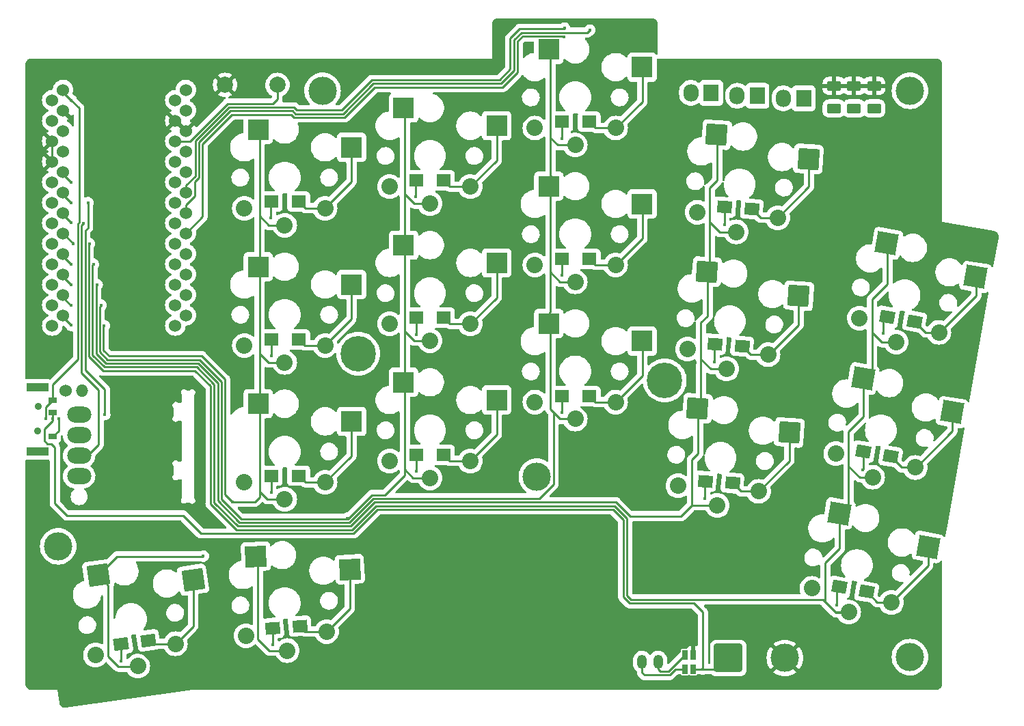
<source format=gbl>
G04 #@! TF.GenerationSoftware,KiCad,Pcbnew,7.0.5*
G04 #@! TF.CreationDate,2023-06-08T22:56:43+10:00*
G04 #@! TF.ProjectId,Klotz,4b6c6f74-7a2e-46b6-9963-61645f706362,0.2*
G04 #@! TF.SameCoordinates,Original*
G04 #@! TF.FileFunction,Copper,L2,Bot*
G04 #@! TF.FilePolarity,Positive*
%FSLAX46Y46*%
G04 Gerber Fmt 4.6, Leading zero omitted, Abs format (unit mm)*
G04 Created by KiCad (PCBNEW 7.0.5) date 2023-06-08 22:56:43*
%MOMM*%
%LPD*%
G01*
G04 APERTURE LIST*
G04 Aperture macros list*
%AMRoundRect*
0 Rectangle with rounded corners*
0 $1 Rounding radius*
0 $2 $3 $4 $5 $6 $7 $8 $9 X,Y pos of 4 corners*
0 Add a 4 corners polygon primitive as box body*
4,1,4,$2,$3,$4,$5,$6,$7,$8,$9,$2,$3,0*
0 Add four circle primitives for the rounded corners*
1,1,$1+$1,$2,$3*
1,1,$1+$1,$4,$5*
1,1,$1+$1,$6,$7*
1,1,$1+$1,$8,$9*
0 Add four rect primitives between the rounded corners*
20,1,$1+$1,$2,$3,$4,$5,0*
20,1,$1+$1,$4,$5,$6,$7,0*
20,1,$1+$1,$6,$7,$8,$9,0*
20,1,$1+$1,$8,$9,$2,$3,0*%
%AMRotRect*
0 Rectangle, with rotation*
0 The origin of the aperture is its center*
0 $1 length*
0 $2 width*
0 $3 Rotation angle, in degrees counterclockwise*
0 Add horizontal line*
21,1,$1,$2,0,0,$3*%
G04 Aperture macros list end*
G04 #@! TA.AperFunction,ComponentPad*
%ADD10O,1.905000X2.159000*%
G04 #@! TD*
G04 #@! TA.AperFunction,ComponentPad*
%ADD11R,1.905000X2.159000*%
G04 #@! TD*
G04 #@! TA.AperFunction,ComponentPad*
%ADD12R,1.800000X1.500000*%
G04 #@! TD*
G04 #@! TA.AperFunction,SMDPad,CuDef*
%ADD13R,2.600000X2.600000*%
G04 #@! TD*
G04 #@! TA.AperFunction,ComponentPad*
%ADD14C,2.032000*%
G04 #@! TD*
G04 #@! TA.AperFunction,ComponentPad*
%ADD15RotRect,1.800000X1.500000X350.000000*%
G04 #@! TD*
G04 #@! TA.AperFunction,ComponentPad*
%ADD16C,2.000000*%
G04 #@! TD*
G04 #@! TA.AperFunction,SMDPad,CuDef*
%ADD17RotRect,2.600000X2.600000X350.000000*%
G04 #@! TD*
G04 #@! TA.AperFunction,ComponentPad*
%ADD18RoundRect,0.250000X0.625000X-0.375000X0.625000X0.375000X-0.625000X0.375000X-0.625000X-0.375000X0*%
G04 #@! TD*
G04 #@! TA.AperFunction,ComponentPad*
%ADD19C,4.400000*%
G04 #@! TD*
G04 #@! TA.AperFunction,ComponentPad*
%ADD20O,3.000000X2.000000*%
G04 #@! TD*
G04 #@! TA.AperFunction,ComponentPad*
%ADD21C,1.524000*%
G04 #@! TD*
G04 #@! TA.AperFunction,ComponentPad*
%ADD22O,1.524000X1.524000*%
G04 #@! TD*
G04 #@! TA.AperFunction,ComponentPad*
%ADD23O,1.200000X1.750000*%
G04 #@! TD*
G04 #@! TA.AperFunction,SMDPad,CuDef*
%ADD24RotRect,2.600000X2.600000X356.000000*%
G04 #@! TD*
G04 #@! TA.AperFunction,ComponentPad*
%ADD25C,3.500000*%
G04 #@! TD*
G04 #@! TA.AperFunction,SMDPad,CuDef*
%ADD26RotRect,2.600000X2.600000X8.000000*%
G04 #@! TD*
G04 #@! TA.AperFunction,ComponentPad*
%ADD27RotRect,1.800000X1.500000X356.000000*%
G04 #@! TD*
G04 #@! TA.AperFunction,ComponentPad*
%ADD28RotRect,1.800000X1.500000X8.000000*%
G04 #@! TD*
G04 #@! TA.AperFunction,ComponentPad*
%ADD29RotRect,1.800000X1.500000X4.000000*%
G04 #@! TD*
G04 #@! TA.AperFunction,WasherPad*
%ADD30C,0.900000*%
G04 #@! TD*
G04 #@! TA.AperFunction,SMDPad,CuDef*
%ADD31R,1.000000X0.700000*%
G04 #@! TD*
G04 #@! TA.AperFunction,SMDPad,CuDef*
%ADD32R,2.800000X1.000000*%
G04 #@! TD*
G04 #@! TA.AperFunction,SMDPad,CuDef*
%ADD33RotRect,2.600000X2.600000X3.000000*%
G04 #@! TD*
G04 #@! TA.AperFunction,SMDPad,CuDef*
%ADD34R,0.635000X1.143000*%
G04 #@! TD*
G04 #@! TA.AperFunction,ComponentPad*
%ADD35RoundRect,0.250002X-1.499998X-1.499998X1.499998X-1.499998X1.499998X1.499998X-1.499998X1.499998X0*%
G04 #@! TD*
G04 #@! TA.AperFunction,ViaPad*
%ADD36C,0.400000*%
G04 #@! TD*
G04 #@! TA.AperFunction,Conductor*
%ADD37C,0.250000*%
G04 #@! TD*
G04 APERTURE END LIST*
D10*
X178719019Y-58478792D03*
D11*
X181243019Y-58478792D03*
D12*
X151270000Y-61380000D03*
X154670000Y-61380000D03*
X133220000Y-102670000D03*
X136620000Y-102670000D03*
D13*
X149669862Y-52415117D03*
D14*
X152944862Y-64265117D03*
X147944862Y-62165117D03*
X157944862Y-62165117D03*
D13*
X161219862Y-54615117D03*
D15*
X191611654Y-85569596D03*
X194960000Y-86160000D03*
D10*
X173004504Y-58168721D03*
D11*
X175528504Y-58168721D03*
D16*
X109570000Y-56820000D03*
X116070000Y-56820000D03*
D17*
X185644025Y-109935944D03*
D14*
X186811540Y-122174614D03*
X182252162Y-119238277D03*
X192100240Y-120974758D03*
D17*
X196636529Y-114108158D03*
D18*
X189975000Y-59750000D03*
X189975000Y-56950000D03*
D13*
X131677431Y-93691867D03*
D14*
X134952431Y-105541867D03*
X129952431Y-103441867D03*
X139952431Y-103441867D03*
D13*
X143227431Y-95891867D03*
D12*
X115290000Y-88370000D03*
X118690000Y-88370000D03*
X133220000Y-85670000D03*
X136620000Y-85670000D03*
D19*
X126072491Y-90139683D03*
X164027509Y-93460317D03*
D20*
X91500000Y-97700000D03*
X91500000Y-100240000D03*
X91500000Y-102780000D03*
X91500000Y-105320000D03*
D21*
X89850000Y-94700000D03*
D22*
X91850000Y-94700000D03*
D23*
X163225000Y-128350000D03*
X161225000Y-128350000D03*
D24*
X168085323Y-96900005D03*
D14*
X170525731Y-108949592D03*
X165684399Y-106505925D03*
X175660040Y-107203490D03*
D24*
X179453723Y-99900334D03*
D25*
X194398013Y-57553692D03*
D15*
X185685827Y-119064798D03*
X189034173Y-119655202D03*
D13*
X149669862Y-69384448D03*
D14*
X152944862Y-81234448D03*
X147944862Y-79134448D03*
X157944862Y-79134448D03*
D13*
X161219862Y-71584448D03*
D25*
X148182160Y-105392393D03*
D24*
X170449038Y-62996616D03*
D14*
X172889446Y-75046203D03*
X168048114Y-72602536D03*
X178023755Y-73300101D03*
D24*
X181817438Y-65996945D03*
X169249535Y-79965952D03*
D14*
X171689943Y-92015539D03*
X166848611Y-89571872D03*
X176824252Y-90269437D03*
D24*
X180617935Y-82966281D03*
D13*
X149669862Y-86389060D03*
D14*
X152944862Y-98239060D03*
X147944862Y-96139060D03*
X157944862Y-96139060D03*
D13*
X161219862Y-88589060D03*
D26*
X93873261Y-117595732D03*
D14*
X98765590Y-128874617D03*
X93521986Y-127490919D03*
X103424667Y-126099188D03*
D26*
X105617038Y-118166872D03*
D12*
X151270000Y-78380000D03*
X154670000Y-78380000D03*
D25*
X88900000Y-114030000D03*
D27*
X170228282Y-88972828D03*
X173620000Y-89210000D03*
D13*
X113685000Y-96337813D03*
D14*
X116960000Y-108187813D03*
X111960000Y-106087813D03*
X121960000Y-106087813D03*
D13*
X125235000Y-98537813D03*
D18*
X187475000Y-59750000D03*
X187475000Y-56950000D03*
D15*
X188637481Y-102274394D03*
X191985827Y-102864798D03*
D12*
X151270000Y-95380000D03*
X154670000Y-95380000D03*
D28*
X96683088Y-126153188D03*
X100050000Y-125680000D03*
D29*
X115438282Y-124157172D03*
X118830000Y-123920000D03*
D17*
X191535671Y-76455906D03*
D14*
X192703186Y-88694576D03*
X188143808Y-85758239D03*
X197991886Y-87494720D03*
D17*
X202528175Y-80628120D03*
D25*
X121652143Y-57553692D03*
D12*
X133220000Y-68670000D03*
X136620000Y-68670000D03*
D13*
X113685000Y-79368484D03*
D14*
X116960000Y-91218484D03*
X111960000Y-89118484D03*
X121960000Y-89118484D03*
D13*
X125235000Y-81568484D03*
D30*
X86375000Y-99685000D03*
X86425000Y-96685000D03*
D31*
X88225000Y-100435000D03*
X88225000Y-97435000D03*
X88225000Y-95935000D03*
D32*
X86325000Y-94335000D03*
X86325000Y-102285000D03*
D13*
X131677431Y-59682647D03*
D14*
X134952431Y-71532647D03*
X129952431Y-69432647D03*
X139952431Y-69432647D03*
D13*
X143227431Y-61882647D03*
D12*
X115290000Y-105270000D03*
X118690000Y-105270000D03*
X115290000Y-71270000D03*
X118690000Y-71270000D03*
D27*
X171428282Y-71972828D03*
X174820000Y-72210000D03*
D13*
X113685000Y-62363872D03*
D14*
X116960000Y-74213872D03*
X111960000Y-72113872D03*
X121960000Y-72113872D03*
D13*
X125235000Y-64563872D03*
D33*
X113378089Y-115285950D03*
D14*
X117268782Y-126948309D03*
X112165729Y-125112867D03*
X122152024Y-124589507D03*
D33*
X125027400Y-116878454D03*
D25*
X194398013Y-127759458D03*
D13*
X131677431Y-76687259D03*
D14*
X134952431Y-88537259D03*
X129952431Y-86437259D03*
X139952431Y-86437259D03*
D13*
X143227431Y-78887259D03*
D21*
X88172500Y-58710000D03*
X104718900Y-57440000D03*
X88172500Y-61250000D03*
X104718900Y-59980000D03*
X88172500Y-63790000D03*
X104718900Y-62520000D03*
X88172500Y-66330000D03*
X104718900Y-65060000D03*
X88172500Y-68870000D03*
X104718900Y-67600000D03*
X88172500Y-71410000D03*
X104718900Y-70140000D03*
X88172500Y-73950000D03*
X104718900Y-72680000D03*
X88172500Y-76490000D03*
X104718900Y-75220000D03*
X88172500Y-79030000D03*
X104718900Y-77760000D03*
X88172500Y-81570000D03*
X104718900Y-80300000D03*
X88172500Y-84110000D03*
X104718900Y-82840000D03*
X88172500Y-86650000D03*
X104718900Y-85380000D03*
X89498900Y-85380000D03*
X103412500Y-86650000D03*
X89498900Y-82840000D03*
X103412500Y-84110000D03*
X89498900Y-80300000D03*
X103412500Y-81570000D03*
X89498900Y-77760000D03*
X103412500Y-79030000D03*
X89498900Y-75220000D03*
X103412500Y-76490000D03*
X89498900Y-72680000D03*
X103412500Y-73950000D03*
X89498900Y-70140000D03*
X103412500Y-71410000D03*
X89498900Y-67600000D03*
X103412500Y-68870000D03*
X89498900Y-65060000D03*
X103412500Y-66330000D03*
X89498900Y-62520000D03*
X103412500Y-63790000D03*
X89498900Y-59980000D03*
X103412500Y-61250000D03*
X89498900Y-57440000D03*
X103412500Y-58710000D03*
D27*
X169032423Y-105954242D03*
X172424141Y-106191414D03*
D10*
X167261254Y-57800649D03*
D11*
X169785254Y-57800649D03*
D18*
X184975000Y-59750000D03*
X184975000Y-56950000D03*
D17*
X188607484Y-93213563D03*
D14*
X189774999Y-105452233D03*
X185215621Y-102515896D03*
X195063699Y-104252377D03*
D17*
X199599988Y-97385777D03*
D34*
X166524620Y-129250000D03*
X167525380Y-129250000D03*
D35*
X171900000Y-127875000D03*
D25*
X178900000Y-127875000D03*
D34*
X166524620Y-127475000D03*
X167525380Y-127475000D03*
D36*
X133210000Y-70664500D03*
X191105500Y-87650000D03*
X171410000Y-74114500D03*
X115260000Y-73324500D03*
X151270000Y-63454500D03*
X88225000Y-98195000D03*
X168750000Y-129250000D03*
X151290000Y-80424500D03*
X133240000Y-87754500D03*
X188550000Y-104550000D03*
X115330000Y-90434500D03*
X170210000Y-91144500D03*
X169030000Y-108064500D03*
X115270000Y-107304500D03*
X133260000Y-104704500D03*
X151270000Y-97404500D03*
X185350000Y-121324500D03*
X115470000Y-126204500D03*
X96720000Y-128215419D03*
X136650000Y-70375000D03*
X138500000Y-71750000D03*
X147200000Y-52175000D03*
X195700000Y-84600000D03*
X192200000Y-104700000D03*
X168550000Y-110425000D03*
X107450000Y-78950000D03*
X118675000Y-90100000D03*
X126000000Y-85950000D03*
X167900000Y-75250000D03*
X168425000Y-104075000D03*
X196450000Y-107775000D03*
X175600000Y-70700000D03*
X188025000Y-100275000D03*
X191075000Y-83575000D03*
X108625000Y-114500000D03*
X189275000Y-121475000D03*
X119000000Y-125725000D03*
X171550000Y-59825000D03*
X177375000Y-56325000D03*
X147800000Y-98525000D03*
X119500000Y-121925000D03*
X163175000Y-61425000D03*
X126000000Y-104700000D03*
X138675000Y-88800000D03*
X107975000Y-126100000D03*
X107675000Y-110825000D03*
X154625000Y-97075000D03*
X192700000Y-101450000D03*
X136600000Y-87425000D03*
X90528608Y-61228608D03*
X165250000Y-108850000D03*
X118675000Y-73025000D03*
X118625000Y-106975000D03*
X169850000Y-93400000D03*
X100325000Y-127550000D03*
X175200000Y-74050000D03*
X174275000Y-87575000D03*
X100525000Y-123650000D03*
X121700000Y-91500000D03*
X119150000Y-69600000D03*
X148075000Y-60125000D03*
X138625000Y-105925000D03*
X185100000Y-116875000D03*
X154650000Y-63050000D03*
X126025000Y-70825000D03*
X174025000Y-91175000D03*
X101400000Y-94450000D03*
X199400000Y-90950000D03*
X170700000Y-70075000D03*
X176650000Y-61400000D03*
X158475000Y-52000000D03*
X169525000Y-87025000D03*
X172475000Y-108050000D03*
X189800000Y-118150000D03*
X170900000Y-76400000D03*
X195050000Y-88000000D03*
X154700000Y-80000000D03*
X152900000Y-55450000D03*
X136625000Y-104375000D03*
X173125000Y-104575000D03*
X167800000Y-91250000D03*
X90516108Y-86641108D03*
X106884980Y-115250000D03*
X110525000Y-108500000D03*
X94600000Y-86650000D03*
X124704590Y-110549540D03*
X94210000Y-84110000D03*
X90471108Y-84146108D03*
X93730000Y-81570000D03*
X90513608Y-81563608D03*
X93255000Y-79030000D03*
X90481108Y-79056108D03*
X90758378Y-76483378D03*
X92773540Y-76490000D03*
X90508608Y-71408608D03*
X92590000Y-71410000D03*
X94675000Y-97700000D03*
X90516108Y-73941108D03*
X92050000Y-73950000D03*
X154750000Y-50016096D03*
X151550000Y-50875000D03*
X87400000Y-98175000D03*
X90520878Y-58720878D03*
X151625000Y-49800500D03*
X88975000Y-98175000D03*
X90513608Y-68863608D03*
D37*
X151270000Y-63454500D02*
X151270000Y-61380000D01*
X171410000Y-74114500D02*
X171410000Y-71991110D01*
X133210000Y-70540000D02*
X133210000Y-68680000D01*
X133210000Y-70664500D02*
X133210000Y-70540000D01*
X115260000Y-73324500D02*
X115260000Y-73185000D01*
X115260000Y-73185000D02*
X115260000Y-71300000D01*
X191105500Y-87650000D02*
X191105500Y-86075750D01*
X87175000Y-99500000D02*
X88225000Y-98450000D01*
X168750000Y-129250000D02*
X168750000Y-122200000D01*
X168750000Y-122200000D02*
X167624520Y-121074520D01*
X88225000Y-98450000D02*
X88225000Y-98195000D01*
X158900000Y-120321435D02*
X158900000Y-110725000D01*
X168750000Y-129250000D02*
X167525380Y-129250000D01*
X106608297Y-112422600D02*
X104380839Y-110195142D01*
X167624520Y-121074520D02*
X159653085Y-121074520D01*
X88475000Y-108700000D02*
X88475000Y-101750000D01*
X89970142Y-110195142D02*
X88475000Y-108700000D01*
X87175000Y-100925000D02*
X87175000Y-99500000D01*
X159653085Y-121074520D02*
X158900000Y-120321435D01*
X158900000Y-110725000D02*
X157625000Y-109450000D01*
X128475000Y-109450000D02*
X125502400Y-112422600D01*
X125502400Y-112422600D02*
X106608297Y-112422600D01*
X157625000Y-109450000D02*
X128475000Y-109450000D01*
X87550000Y-101300000D02*
X87175000Y-100925000D01*
X88025000Y-101300000D02*
X87550000Y-101300000D01*
X88475000Y-101750000D02*
X88025000Y-101300000D01*
X88225000Y-98050000D02*
X88225000Y-97435000D01*
X88225000Y-98195000D02*
X88225000Y-98050000D01*
X104380839Y-110195142D02*
X89970142Y-110195142D01*
X168750000Y-129250000D02*
X170525000Y-129250000D01*
X121950000Y-72100000D02*
X125225000Y-68825000D01*
X119533872Y-72113872D02*
X118690000Y-71270000D01*
X121960000Y-72113872D02*
X119533872Y-72113872D01*
X125225000Y-68825000D02*
X125225000Y-64550000D01*
X139952431Y-69432647D02*
X137382647Y-69432647D01*
X137382647Y-69432647D02*
X136620000Y-68670000D01*
X143225000Y-66175000D02*
X139950000Y-69450000D01*
X143225000Y-61900000D02*
X143225000Y-66175000D01*
X161275000Y-54600000D02*
X161275000Y-58875000D01*
X157944862Y-62165117D02*
X155455117Y-62165117D01*
X155455117Y-62165117D02*
X154670000Y-61380000D01*
X161275000Y-58875000D02*
X158000000Y-62150000D01*
X181888149Y-69435707D02*
X181888149Y-66019193D01*
X175910101Y-73300101D02*
X174820000Y-72210000D01*
X178023755Y-73300101D02*
X181888149Y-69435707D01*
X178023755Y-73300101D02*
X175910101Y-73300101D01*
X188637481Y-104462519D02*
X188550000Y-104550000D01*
X188637481Y-102274394D02*
X188637481Y-104462519D01*
X133240000Y-87754500D02*
X133240000Y-85690000D01*
X115330000Y-90434500D02*
X115330000Y-88410000D01*
X170210000Y-91144500D02*
X170210000Y-88991110D01*
X151290000Y-80424500D02*
X151290000Y-78400000D01*
X197991886Y-87494720D02*
X196294720Y-87494720D01*
X196294720Y-87494720D02*
X194960000Y-86160000D01*
X202604503Y-82990757D02*
X198068214Y-87527046D01*
X202604503Y-80660446D02*
X202604503Y-82990757D01*
X125225000Y-81550000D02*
X125225000Y-85825000D01*
X121960000Y-89118484D02*
X119438484Y-89118484D01*
X119438484Y-89118484D02*
X118690000Y-88370000D01*
X125225000Y-85825000D02*
X121950000Y-89100000D01*
X139952431Y-86437259D02*
X137387259Y-86437259D01*
X143225000Y-78900000D02*
X143225000Y-83175000D01*
X137387259Y-86437259D02*
X136620000Y-85670000D01*
X143225000Y-83175000D02*
X139950000Y-86450000D01*
X157944862Y-79134448D02*
X155424448Y-79134448D01*
X161275000Y-71600000D02*
X161275000Y-75875000D01*
X155424448Y-79134448D02*
X154670000Y-78380000D01*
X161275000Y-75875000D02*
X158000000Y-79150000D01*
X176908606Y-90280937D02*
X180617935Y-86571607D01*
X180617935Y-82966281D02*
X180617935Y-86571607D01*
X176824252Y-90269437D02*
X174679437Y-90269437D01*
X174679437Y-90269437D02*
X173620000Y-89210000D01*
X115270000Y-107304500D02*
X115270000Y-105290000D01*
X133260000Y-104704500D02*
X133260000Y-102710000D01*
X169030000Y-108064500D02*
X169030000Y-105956665D01*
X185350000Y-121324500D02*
X185350000Y-119400625D01*
X151270000Y-97404500D02*
X151270000Y-95380000D01*
X199652484Y-99732489D02*
X195116195Y-104268778D01*
X195063699Y-104252377D02*
X193373406Y-104252377D01*
X193373406Y-104252377D02*
X191985827Y-102864798D01*
X199652484Y-97402178D02*
X199652484Y-99732489D01*
X125225000Y-102825000D02*
X121950000Y-106100000D01*
X125225000Y-98550000D02*
X125225000Y-102825000D01*
X119507813Y-106087813D02*
X118690000Y-105270000D01*
X121960000Y-106087813D02*
X119507813Y-106087813D01*
X139952431Y-103441867D02*
X137391867Y-103441867D01*
X143225000Y-95900000D02*
X143225000Y-100175000D01*
X137391867Y-103441867D02*
X136620000Y-102670000D01*
X143225000Y-100175000D02*
X139950000Y-103450000D01*
X161275000Y-88600000D02*
X161275000Y-92875000D01*
X161275000Y-92875000D02*
X158000000Y-96150000D01*
X155429060Y-96139060D02*
X154670000Y-95380000D01*
X157944862Y-96139060D02*
X155429060Y-96139060D01*
X179453723Y-99900334D02*
X179453723Y-103409807D01*
X175660040Y-107203490D02*
X173436217Y-107203490D01*
X179453723Y-103409807D02*
X175660040Y-107203490D01*
X173436217Y-107203490D02*
X172424141Y-106191414D01*
X115470000Y-126204500D02*
X115470000Y-124188890D01*
X96720000Y-128215419D02*
X96720000Y-126190100D01*
X89498900Y-60198900D02*
X90528608Y-61228608D01*
X88172500Y-66330000D02*
X88172500Y-63790000D01*
X115484209Y-59140791D02*
X109859211Y-59140791D01*
X109859211Y-59140791D02*
X105210000Y-63790000D01*
X103412500Y-63790000D02*
X105210000Y-63790000D01*
X116070000Y-56820000D02*
X116070000Y-58555000D01*
X116070000Y-58555000D02*
X115484209Y-59140791D01*
X115007914Y-74213872D02*
X113834521Y-73040479D01*
X94496640Y-86753360D02*
X94496640Y-89746640D01*
X113834521Y-79518005D02*
X113834521Y-90115479D01*
X95202400Y-90452400D02*
X106702400Y-90452400D01*
X113834521Y-62513393D02*
X113834521Y-73040479D01*
X106869561Y-115265419D02*
X106884980Y-115250000D01*
X113834521Y-107240479D02*
X114781855Y-108187813D01*
X113834521Y-90115479D02*
X113834521Y-96188292D01*
X116960000Y-91218484D02*
X114937526Y-91218484D01*
X95100000Y-118822471D02*
X95100000Y-127675000D01*
X113834521Y-96487334D02*
X113834521Y-107240479D01*
X113834521Y-107915479D02*
X113834521Y-107240479D01*
X113250000Y-108500000D02*
X113834521Y-107915479D01*
X94600000Y-86650000D02*
X94496640Y-86753360D01*
X89498900Y-85623900D02*
X90516108Y-86641108D01*
X109575000Y-107575000D02*
X110500000Y-108500000D01*
X93873261Y-117595732D02*
X96203574Y-115265419D01*
X96364930Y-128939930D02*
X98700277Y-128939930D01*
X93873261Y-117595732D02*
X95100000Y-118822471D01*
X96203574Y-115265419D02*
X106869561Y-115265419D01*
X110500000Y-108500000D02*
X110525000Y-108500000D01*
X95100000Y-127675000D02*
X96364930Y-128939930D01*
X94496640Y-89746640D02*
X95202400Y-90452400D01*
X114781855Y-108187813D02*
X116960000Y-108187813D01*
X113834521Y-73040479D02*
X113834521Y-79218963D01*
X114937526Y-91218484D02*
X113834521Y-90115479D01*
X116960000Y-74213872D02*
X115007914Y-74213872D01*
X110525000Y-108500000D02*
X113250000Y-108500000D01*
X106702400Y-90452400D02*
X109575000Y-93325000D01*
X109575000Y-93325000D02*
X109575000Y-107575000D01*
X113645113Y-115552974D02*
X113645113Y-125545113D01*
X131826952Y-76836780D02*
X131826952Y-87373048D01*
X131826952Y-93841388D02*
X131826952Y-104501952D01*
X134952431Y-71532647D02*
X133036551Y-71532647D01*
X131826952Y-87373048D02*
X131826952Y-93542346D01*
X109125000Y-108200000D02*
X111549520Y-110624520D01*
X124757609Y-110624520D02*
X127730210Y-107651920D01*
X131826952Y-59832168D02*
X131826952Y-70323048D01*
X106426920Y-90901920D02*
X109125000Y-93600000D01*
X131826952Y-70323048D02*
X131826952Y-76537738D01*
X109125000Y-93600000D02*
X109125000Y-108200000D01*
X115048309Y-126948309D02*
X117268782Y-126948309D01*
X95016202Y-90901920D02*
X106426920Y-90901920D01*
X132991163Y-88537259D02*
X131826952Y-87373048D01*
X94047120Y-84272880D02*
X94047120Y-89932838D01*
X127730210Y-107651920D02*
X129401984Y-107651920D01*
X131826952Y-105226952D02*
X131826952Y-104501952D01*
X111549520Y-110624520D02*
X124757609Y-110624520D01*
X113645113Y-125545113D02*
X115048309Y-126948309D01*
X94047120Y-89932838D02*
X95016202Y-90901920D01*
X134952431Y-88537259D02*
X132991163Y-88537259D01*
X129401984Y-107651920D02*
X131826952Y-105226952D01*
X89498900Y-83173900D02*
X90471108Y-84146108D01*
X94210000Y-84110000D02*
X94047120Y-84272880D01*
X133036551Y-71532647D02*
X131826952Y-70323048D01*
X132866867Y-105541867D02*
X131826952Y-104501952D01*
X134952431Y-105541867D02*
X132866867Y-105541867D01*
X148498560Y-108101440D02*
X150256671Y-106343329D01*
X149874521Y-79495479D02*
X149874521Y-80033635D01*
X93730000Y-81570000D02*
X93597600Y-81702400D01*
X150256671Y-106343329D02*
X150256671Y-97415785D01*
X93597600Y-90119036D02*
X94830004Y-91351440D01*
X149874521Y-85025479D02*
X149725000Y-85175000D01*
X106240044Y-91351440D02*
X108675000Y-93786396D01*
X149874521Y-69549521D02*
X149874521Y-79495479D01*
X149874521Y-86549521D02*
X149874521Y-97033635D01*
X151075334Y-81234448D02*
X152944862Y-81234448D01*
X151079946Y-98239060D02*
X152944862Y-98239060D01*
X150182943Y-97342057D02*
X151079946Y-98239060D01*
X149900000Y-68100000D02*
X149900000Y-69225000D01*
X149874521Y-79495479D02*
X149874521Y-79973543D01*
X108675000Y-108386396D02*
X111362644Y-111074040D01*
X94830004Y-91351440D02*
X106240044Y-91351440D01*
X149874521Y-63364521D02*
X149874521Y-68074521D01*
X124943807Y-111074040D02*
X127916408Y-108101440D01*
X127916408Y-108101440D02*
X148498560Y-108101440D01*
X149874521Y-68074521D02*
X149900000Y-68100000D01*
X108675000Y-93786396D02*
X108675000Y-108386396D01*
X149725000Y-85175000D02*
X149725000Y-86400000D01*
X149874521Y-80033635D02*
X151075334Y-81234448D01*
X89498900Y-80548900D02*
X90513608Y-81563608D01*
X111362644Y-111074040D02*
X124943807Y-111074040D01*
X149874521Y-79973543D02*
X149874521Y-85025479D01*
X149874521Y-63364521D02*
X150775117Y-64265117D01*
X150256671Y-97415785D02*
X150182943Y-97342057D01*
X149874521Y-97033635D02*
X150182943Y-97342057D01*
X149874521Y-52549521D02*
X149874521Y-63364521D01*
X93597600Y-81702400D02*
X93597600Y-90119036D01*
X150775117Y-64265117D02*
X152944862Y-64265117D01*
X170890699Y-75046203D02*
X172889446Y-75046203D01*
X168148288Y-96936300D02*
X168148288Y-102301712D01*
X111175768Y-111523560D02*
X125130004Y-111523560D01*
X93148080Y-90305234D02*
X94643806Y-91800960D01*
X108225000Y-108572792D02*
X111175768Y-111523560D01*
X170868451Y-75068451D02*
X170890699Y-75046203D01*
X169738539Y-92015539D02*
X169727039Y-92027039D01*
X93255000Y-79030000D02*
X93148080Y-79136920D01*
X170520008Y-63067586D02*
X170520008Y-66479992D01*
X108225000Y-93972792D02*
X108225000Y-108572792D01*
X89498900Y-78073900D02*
X90481108Y-79056108D01*
X171689943Y-92015539D02*
X169738539Y-92015539D01*
X168500000Y-95350000D02*
X168500000Y-96485328D01*
X170520008Y-66479992D02*
X170520008Y-68679992D01*
X168148288Y-102551712D02*
X167400000Y-103300000D01*
X167424592Y-108949592D02*
X167400000Y-108925000D01*
X157997394Y-108550960D02*
X159735718Y-110289282D01*
X106053168Y-91800960D02*
X108225000Y-93972792D01*
X169334148Y-79977711D02*
X169334148Y-84434148D01*
X169600000Y-69600000D02*
X169600000Y-73800000D01*
X167400000Y-103300000D02*
X167400000Y-108925000D01*
X94643806Y-91800960D02*
X106053168Y-91800960D01*
X128102604Y-108550960D02*
X157997394Y-108550960D01*
X168148288Y-102301712D02*
X168148288Y-102551712D01*
X168148288Y-96962970D02*
X168148288Y-102301712D01*
X170868451Y-75068451D02*
X172960157Y-75068451D01*
X169334148Y-85465852D02*
X168500000Y-86300000D01*
X125130004Y-111523560D02*
X128102604Y-108550960D01*
X169334148Y-84434148D02*
X169334148Y-80050565D01*
X169727039Y-92027039D02*
X171774297Y-92027039D01*
X169600000Y-73800000D02*
X169600000Y-79711341D01*
X169334148Y-84434148D02*
X169334148Y-85465852D01*
X170520008Y-68679992D02*
X169600000Y-69600000D01*
X168500000Y-90800000D02*
X168500000Y-95350000D01*
X166035718Y-110289282D02*
X167400000Y-108925000D01*
X170525731Y-108949592D02*
X167424592Y-108949592D01*
X159735718Y-110289282D02*
X166035718Y-110289282D01*
X168500000Y-95350000D02*
X168500000Y-96584070D01*
X93148080Y-79136920D02*
X93148080Y-90305234D01*
X168500000Y-86300000D02*
X168500000Y-90800000D01*
X170520008Y-63019123D02*
X170520008Y-66479992D01*
X169600000Y-73800000D02*
X170868451Y-75068451D01*
X168500000Y-90800000D02*
X169727039Y-92027039D01*
X105866292Y-92250480D02*
X107775000Y-94159188D01*
X186800000Y-108879657D02*
X185707961Y-109971696D01*
X189827495Y-105468634D02*
X188168634Y-105468634D01*
X186811540Y-122174614D02*
X185174614Y-122174614D01*
X159349520Y-120135237D02*
X159839283Y-120625000D01*
X188659980Y-97940020D02*
X188659980Y-93229964D01*
X90758378Y-76483378D02*
X90758378Y-76479478D01*
X159349520Y-110538803D02*
X159349520Y-120135237D01*
X186800000Y-99800000D02*
X188659980Y-97940020D01*
X183625000Y-120625000D02*
X183912500Y-120912500D01*
X183912500Y-120912500D02*
X185075000Y-122075000D01*
X188168634Y-105468634D02*
X188185035Y-105452233D01*
X188185035Y-105452233D02*
X189774999Y-105452233D01*
X107775000Y-94159188D02*
X107775000Y-108759188D01*
X92773540Y-76490000D02*
X92698560Y-76564980D01*
X186800000Y-104100000D02*
X186800000Y-108879657D01*
X128288802Y-109000480D02*
X157811196Y-109000480D01*
X107775000Y-108759188D02*
X110988892Y-111973080D01*
X190926902Y-88726902D02*
X189700000Y-87500000D01*
X188168634Y-105468634D02*
X186800000Y-104100000D01*
X191611999Y-81488001D02*
X191611999Y-76488232D01*
X189700000Y-87500000D02*
X189700000Y-92189944D01*
X94457609Y-92250480D02*
X105866292Y-92250480D01*
X183900000Y-116100000D02*
X185707961Y-114292039D01*
X183900000Y-120900000D02*
X183900000Y-116100000D01*
X92698560Y-76564980D02*
X92698560Y-90491431D01*
X185210366Y-122210366D02*
X185075000Y-122075000D01*
X157811196Y-109000480D02*
X159349520Y-110538803D01*
X183912500Y-120912500D02*
X183900000Y-120900000D01*
X90758378Y-76479478D02*
X89498900Y-75220000D01*
X185707961Y-114292039D02*
X185707961Y-109971696D01*
X189700000Y-87500000D02*
X189700000Y-83400000D01*
X159839283Y-120625000D02*
X183625000Y-120625000D01*
X125316202Y-111973080D02*
X128288802Y-109000480D01*
X185174614Y-122174614D02*
X185075000Y-122075000D01*
X186800000Y-104100000D02*
X186800000Y-99800000D01*
X92698560Y-90491431D02*
X94457609Y-92250480D01*
X189700000Y-92189944D02*
X188659980Y-93229964D01*
X189700000Y-83400000D02*
X191611999Y-81488001D01*
X186875476Y-122210366D02*
X185210366Y-122210366D01*
X110988892Y-111973080D02*
X125316202Y-111973080D01*
X192779514Y-88726902D02*
X190926902Y-88726902D01*
X92600000Y-71420000D02*
X92590000Y-71410000D01*
X92249040Y-92149040D02*
X92249040Y-74875000D01*
X92600000Y-74524040D02*
X92600000Y-71420000D01*
X89498900Y-70398900D02*
X90508608Y-71408608D01*
X93900000Y-93800000D02*
X94675000Y-94575000D01*
X93900000Y-93800000D02*
X92249040Y-92149040D01*
X94675000Y-94575000D02*
X94675000Y-97700000D01*
X92249040Y-74875000D02*
X92600000Y-74524040D01*
X93900000Y-101450000D02*
X92570000Y-102780000D01*
X91799520Y-92549520D02*
X93900000Y-94650000D01*
X92050000Y-73950000D02*
X91799520Y-74200480D01*
X89498900Y-72923900D02*
X90516108Y-73941108D01*
X92570000Y-102780000D02*
X91100000Y-102780000D01*
X91799520Y-74200480D02*
X91799520Y-92549520D01*
X93900000Y-94650000D02*
X93900000Y-101450000D01*
X192100240Y-120974758D02*
X190353729Y-120974758D01*
X190353729Y-120974758D02*
X189034173Y-119655202D01*
X196636529Y-116438469D02*
X192100240Y-120974758D01*
X196636529Y-114108158D02*
X196636529Y-116438469D01*
X154441096Y-50325000D02*
X146259284Y-50325000D01*
X106324520Y-63946916D02*
X106324520Y-68325480D01*
X124188802Y-60400480D02*
X118283300Y-60400480D01*
X105805411Y-68855411D02*
X105805411Y-70594589D01*
X145350480Y-51233803D02*
X145350480Y-55049520D01*
X145350480Y-55049520D02*
X143740000Y-56660000D01*
X116810169Y-60039831D02*
X110231605Y-60039831D01*
X104718900Y-71681100D02*
X104718900Y-72680000D01*
X117922651Y-60039831D02*
X116810169Y-60039831D01*
X110231605Y-60039831D02*
X106324520Y-63946916D01*
X106324520Y-68325480D02*
X105800000Y-68850000D01*
X127929282Y-56660000D02*
X124188802Y-60400480D01*
X154750000Y-50016096D02*
X154441096Y-50325000D01*
X105800000Y-68850000D02*
X105805411Y-68855411D01*
X146259284Y-50325000D02*
X145350480Y-51233803D01*
X105805411Y-70594589D02*
X104718900Y-71681100D01*
X143740000Y-56660000D02*
X127929282Y-56660000D01*
X118283300Y-60400480D02*
X117922651Y-60039831D01*
X103424667Y-126099188D02*
X105617038Y-123906817D01*
X105617038Y-123906817D02*
X105617038Y-118166872D01*
X103424667Y-126099188D02*
X100469188Y-126099188D01*
X151465606Y-50790606D02*
X146429394Y-50790606D01*
X128115480Y-57109520D02*
X124375000Y-60850000D01*
X146429394Y-50790606D02*
X145800000Y-51420000D01*
X124375000Y-60850000D02*
X118097102Y-60850000D01*
X106774040Y-64133114D02*
X106774040Y-73164860D01*
X145800000Y-51420000D02*
X145800000Y-55235717D01*
X118097102Y-60850000D02*
X117736453Y-60489351D01*
X145800000Y-55235717D02*
X143926197Y-57109520D01*
X151550000Y-50875000D02*
X151465606Y-50790606D01*
X110417803Y-60489351D02*
X106774040Y-64133114D01*
X106774040Y-73164860D02*
X104718900Y-75220000D01*
X143926197Y-57109520D02*
X128115480Y-57109520D01*
X117736453Y-60489351D02*
X110417803Y-60489351D01*
X88225000Y-93950000D02*
X91350000Y-90825000D01*
X88225000Y-95935000D02*
X87400000Y-96760000D01*
X91350000Y-90025000D02*
X91350000Y-74014283D01*
X91350000Y-74014283D02*
X91500000Y-73864283D01*
X89498900Y-57698900D02*
X90520878Y-58720878D01*
X91500000Y-73864283D02*
X91500000Y-59700000D01*
X87400000Y-96760000D02*
X87400000Y-98175000D01*
X91350000Y-90825000D02*
X91350000Y-90025000D01*
X88225000Y-95935000D02*
X88225000Y-93950000D01*
X91500000Y-59700000D02*
X90520878Y-58720878D01*
X125027400Y-121714131D02*
X122152024Y-124589507D01*
X122152024Y-124589507D02*
X119499507Y-124589507D01*
X125027400Y-116878454D02*
X125027400Y-121714131D01*
X119499507Y-124589507D02*
X118830000Y-123920000D01*
X118108849Y-59590311D02*
X110045408Y-59590311D01*
X104718900Y-69281100D02*
X104718900Y-70140000D01*
X144900960Y-51040960D02*
X144900960Y-54863322D01*
X105875000Y-63760718D02*
X105875000Y-68125000D01*
X105875000Y-68125000D02*
X104718900Y-69281100D01*
X127743086Y-56210480D02*
X124002606Y-59950960D01*
X151550020Y-49875480D02*
X146066440Y-49875480D01*
X146066440Y-49875480D02*
X144900960Y-51040960D01*
X118469498Y-59950960D02*
X118108849Y-59590311D01*
X143553802Y-56210480D02*
X127743086Y-56210480D01*
X151625000Y-49800500D02*
X151550020Y-49875480D01*
X124002606Y-59950960D02*
X118469498Y-59950960D01*
X110045408Y-59590311D02*
X105875000Y-63760718D01*
X144900960Y-54863322D02*
X143553802Y-56210480D01*
X88975000Y-98175000D02*
X88975000Y-99685000D01*
X88975000Y-99685000D02*
X88225000Y-100435000D01*
X163225000Y-129300000D02*
X163225000Y-128350000D01*
X166524620Y-127475000D02*
X164474140Y-129525480D01*
X164474140Y-129525480D02*
X163450480Y-129525480D01*
X163450480Y-129525480D02*
X163225000Y-129300000D01*
X161225000Y-128350000D02*
X161225000Y-129700000D01*
X165385338Y-129250000D02*
X166524620Y-129250000D01*
X161225000Y-129700000D02*
X161500000Y-129975000D01*
X164660337Y-129975000D02*
X165385338Y-129250000D01*
X161500000Y-129975000D02*
X164660337Y-129975000D01*
X89498900Y-67848900D02*
X90513608Y-68863608D01*
G04 #@! TA.AperFunction,Conductor*
G36*
X87783621Y-103313502D02*
G01*
X87830114Y-103367158D01*
X87841499Y-103419499D01*
X87841499Y-106017997D01*
X87841499Y-108616153D01*
X87839751Y-108631993D01*
X87840043Y-108632021D01*
X87839297Y-108639906D01*
X87841469Y-108708973D01*
X87841500Y-108710953D01*
X87841500Y-108739851D01*
X87841501Y-108739872D01*
X87842378Y-108746820D01*
X87842844Y-108752732D01*
X87844326Y-108799888D01*
X87844327Y-108799893D01*
X87849977Y-108819339D01*
X87853986Y-108838697D01*
X87856525Y-108858793D01*
X87856526Y-108858799D01*
X87873893Y-108902662D01*
X87875816Y-108908279D01*
X87888982Y-108953593D01*
X87899294Y-108971031D01*
X87907988Y-108988779D01*
X87915444Y-109007609D01*
X87915450Y-109007620D01*
X87943177Y-109045783D01*
X87946437Y-109050746D01*
X87956053Y-109067005D01*
X87967678Y-109086662D01*
X87970460Y-109091365D01*
X87984779Y-109105684D01*
X87997617Y-109120714D01*
X88004853Y-109130673D01*
X88009528Y-109137107D01*
X88035547Y-109158632D01*
X88045886Y-109167185D01*
X88050267Y-109171171D01*
X89191227Y-110312132D01*
X89462897Y-110583802D01*
X89472862Y-110596239D01*
X89473089Y-110596052D01*
X89478141Y-110602159D01*
X89478142Y-110602160D01*
X89513985Y-110635819D01*
X89528514Y-110649462D01*
X89529903Y-110650808D01*
X89540151Y-110661056D01*
X89550366Y-110671272D01*
X89550370Y-110671275D01*
X89550372Y-110671277D01*
X89555924Y-110675584D01*
X89560411Y-110679415D01*
X89583101Y-110700723D01*
X89594819Y-110711727D01*
X89594821Y-110711728D01*
X89612570Y-110721485D01*
X89629095Y-110732340D01*
X89645101Y-110744756D01*
X89686828Y-110762812D01*
X89688404Y-110763494D01*
X89693725Y-110766100D01*
X89735082Y-110788837D01*
X89735090Y-110788839D01*
X89754700Y-110793874D01*
X89773409Y-110800279D01*
X89791997Y-110808323D01*
X89838619Y-110815706D01*
X89844404Y-110816905D01*
X89890112Y-110828642D01*
X89910366Y-110828642D01*
X89930076Y-110830193D01*
X89932283Y-110830542D01*
X89950085Y-110833362D01*
X89984012Y-110830154D01*
X89997059Y-110828922D01*
X90002992Y-110828642D01*
X104066245Y-110828642D01*
X104134366Y-110848644D01*
X104155340Y-110865547D01*
X106101050Y-112811257D01*
X106111017Y-112823697D01*
X106111244Y-112823510D01*
X106116296Y-112829617D01*
X106166685Y-112876935D01*
X106168074Y-112878281D01*
X106177863Y-112888070D01*
X106188523Y-112898731D01*
X106194065Y-112903030D01*
X106198578Y-112906885D01*
X106232976Y-112939186D01*
X106232977Y-112939186D01*
X106232979Y-112939188D01*
X106250726Y-112948944D01*
X106267256Y-112959802D01*
X106283256Y-112972213D01*
X106306222Y-112982151D01*
X106326548Y-112990947D01*
X106331882Y-112993559D01*
X106373237Y-113016295D01*
X106392859Y-113021333D01*
X106411560Y-113027735D01*
X106424111Y-113033167D01*
X106430149Y-113035780D01*
X106430150Y-113035780D01*
X106430152Y-113035781D01*
X106476774Y-113043164D01*
X106482559Y-113044363D01*
X106528267Y-113056100D01*
X106548521Y-113056100D01*
X106568231Y-113057651D01*
X106570438Y-113058000D01*
X106588240Y-113060820D01*
X106622769Y-113057556D01*
X106635214Y-113056380D01*
X106641147Y-113056100D01*
X125418547Y-113056100D01*
X125434388Y-113057849D01*
X125434416Y-113057556D01*
X125442301Y-113058300D01*
X125442309Y-113058302D01*
X125503608Y-113056375D01*
X125511376Y-113056131D01*
X125513355Y-113056100D01*
X125542251Y-113056100D01*
X125542256Y-113056100D01*
X125549218Y-113055219D01*
X125555119Y-113054754D01*
X125602289Y-113053273D01*
X125621747Y-113047619D01*
X125641094Y-113043613D01*
X125661197Y-113041074D01*
X125705079Y-113023699D01*
X125710674Y-113021783D01*
X125739216Y-113013491D01*
X125755991Y-113008619D01*
X125755995Y-113008617D01*
X125773426Y-112998308D01*
X125791180Y-112989609D01*
X125810017Y-112982152D01*
X125848186Y-112954418D01*
X125853144Y-112951162D01*
X125893762Y-112927142D01*
X125908085Y-112912818D01*
X125923124Y-112899974D01*
X125924835Y-112898731D01*
X125939507Y-112888072D01*
X125969593Y-112851703D01*
X125973561Y-112847341D01*
X128700498Y-110120405D01*
X128762811Y-110086379D01*
X128789594Y-110083500D01*
X157310406Y-110083500D01*
X157378527Y-110103502D01*
X157399501Y-110120405D01*
X158229595Y-110950499D01*
X158263621Y-111012811D01*
X158266500Y-111039594D01*
X158266500Y-120237581D01*
X158264751Y-120253423D01*
X158265044Y-120253451D01*
X158264298Y-120261343D01*
X158266469Y-120330409D01*
X158266500Y-120332388D01*
X158266500Y-120361286D01*
X158266501Y-120361307D01*
X158267378Y-120368255D01*
X158267844Y-120374167D01*
X158269326Y-120421323D01*
X158269327Y-120421328D01*
X158274977Y-120440774D01*
X158278986Y-120460132D01*
X158281525Y-120480228D01*
X158281526Y-120480234D01*
X158298893Y-120524097D01*
X158300816Y-120529714D01*
X158313982Y-120575028D01*
X158324294Y-120592466D01*
X158332988Y-120610214D01*
X158340444Y-120629044D01*
X158340450Y-120629055D01*
X158368177Y-120667218D01*
X158371437Y-120672181D01*
X158395460Y-120712800D01*
X158409779Y-120727119D01*
X158422617Y-120742149D01*
X158432156Y-120755278D01*
X158434528Y-120758542D01*
X158449754Y-120771138D01*
X158470886Y-120788620D01*
X158475267Y-120792606D01*
X158813073Y-121130412D01*
X159145837Y-121463176D01*
X159155807Y-121475620D01*
X159156035Y-121475433D01*
X159161086Y-121481539D01*
X159211456Y-121528839D01*
X159212846Y-121530186D01*
X159223094Y-121540434D01*
X159233309Y-121550650D01*
X159233313Y-121550653D01*
X159233315Y-121550655D01*
X159238867Y-121554962D01*
X159243354Y-121558793D01*
X159265826Y-121579896D01*
X159277762Y-121591105D01*
X159277764Y-121591106D01*
X159295513Y-121600863D01*
X159312038Y-121611718D01*
X159328044Y-121624134D01*
X159360652Y-121638244D01*
X159371347Y-121642872D01*
X159376668Y-121645478D01*
X159418025Y-121668215D01*
X159418033Y-121668217D01*
X159437643Y-121673252D01*
X159456352Y-121679657D01*
X159474940Y-121687701D01*
X159521562Y-121695084D01*
X159527347Y-121696283D01*
X159573055Y-121708020D01*
X159593309Y-121708020D01*
X159613019Y-121709571D01*
X159615226Y-121709920D01*
X159633028Y-121712740D01*
X159666955Y-121709532D01*
X159680002Y-121708300D01*
X159685935Y-121708020D01*
X167309926Y-121708020D01*
X167378047Y-121728022D01*
X167399021Y-121744925D01*
X168079595Y-122425499D01*
X168113621Y-122487811D01*
X168116500Y-122514594D01*
X168116500Y-126281895D01*
X168096498Y-126350016D01*
X168042842Y-126396509D01*
X167972568Y-126406613D01*
X167959757Y-126403345D01*
X167959646Y-126403818D01*
X167951976Y-126402005D01*
X167891477Y-126395500D01*
X167779380Y-126395500D01*
X167779380Y-127603000D01*
X167759378Y-127671121D01*
X167705722Y-127717614D01*
X167653380Y-127729000D01*
X167397380Y-127729000D01*
X167329259Y-127708998D01*
X167282766Y-127655342D01*
X167271380Y-127603000D01*
X167271380Y-126395500D01*
X167159282Y-126395500D01*
X167098786Y-126402005D01*
X166961915Y-126453055D01*
X166961914Y-126453055D01*
X166844977Y-126540594D01*
X166754086Y-126662010D01*
X166697250Y-126704556D01*
X166653218Y-126712500D01*
X166188305Y-126712500D01*
X166132597Y-126723581D01*
X166132594Y-126723582D01*
X166069416Y-126765796D01*
X166027202Y-126828974D01*
X166027201Y-126828977D01*
X166016120Y-126884685D01*
X166016120Y-127035404D01*
X165996118Y-127103525D01*
X165979215Y-127124499D01*
X164548595Y-128555119D01*
X164486283Y-128589145D01*
X164415468Y-128584080D01*
X164358632Y-128541533D01*
X164333821Y-128475013D01*
X164333500Y-128466024D01*
X164333500Y-128022198D01*
X164333498Y-128022177D01*
X164318420Y-127864271D01*
X164318419Y-127864270D01*
X164318419Y-127864261D01*
X164258777Y-127661138D01*
X164258776Y-127661137D01*
X164258776Y-127661135D01*
X164161772Y-127472976D01*
X164161771Y-127472974D01*
X164030908Y-127306568D01*
X164030905Y-127306564D01*
X163870922Y-127167938D01*
X163870911Y-127167930D01*
X163687587Y-127062089D01*
X163687580Y-127062086D01*
X163487530Y-126992848D01*
X163487529Y-126992847D01*
X163487527Y-126992847D01*
X163487525Y-126992846D01*
X163487519Y-126992845D01*
X163277985Y-126962718D01*
X163066536Y-126972790D01*
X163066523Y-126972792D01*
X162860801Y-127022700D01*
X162860795Y-127022702D01*
X162668228Y-127110644D01*
X162668221Y-127110648D01*
X162495791Y-127233435D01*
X162495781Y-127233444D01*
X162349696Y-127386655D01*
X162330319Y-127416806D01*
X162276662Y-127463298D01*
X162206388Y-127473400D01*
X162141808Y-127443906D01*
X162125279Y-127426571D01*
X162123606Y-127424444D01*
X162030908Y-127306568D01*
X162030905Y-127306564D01*
X161870922Y-127167938D01*
X161870911Y-127167930D01*
X161687587Y-127062089D01*
X161687580Y-127062086D01*
X161487530Y-126992848D01*
X161487529Y-126992847D01*
X161487527Y-126992847D01*
X161487525Y-126992846D01*
X161487519Y-126992845D01*
X161277985Y-126962718D01*
X161066536Y-126972790D01*
X161066523Y-126972792D01*
X160860801Y-127022700D01*
X160860795Y-127022702D01*
X160668228Y-127110644D01*
X160668221Y-127110648D01*
X160495791Y-127233435D01*
X160495781Y-127233444D01*
X160349695Y-127386656D01*
X160235244Y-127564745D01*
X160156563Y-127761281D01*
X160116500Y-127969146D01*
X160116500Y-128677801D01*
X160116501Y-128677822D01*
X160131579Y-128835728D01*
X160131582Y-128835743D01*
X160191223Y-129038864D01*
X160288227Y-129227023D01*
X160288229Y-129227026D01*
X160332793Y-129283694D01*
X160419094Y-129393435D01*
X160548012Y-129505143D01*
X160586396Y-129564869D01*
X160591500Y-129600367D01*
X160591500Y-129616146D01*
X160589751Y-129631988D01*
X160590044Y-129632016D01*
X160589298Y-129639908D01*
X160591469Y-129708974D01*
X160591500Y-129710953D01*
X160591500Y-129739851D01*
X160591501Y-129739872D01*
X160592378Y-129746820D01*
X160592844Y-129752732D01*
X160594326Y-129799888D01*
X160594327Y-129799893D01*
X160599977Y-129819339D01*
X160603986Y-129838697D01*
X160606525Y-129858793D01*
X160606526Y-129858799D01*
X160623893Y-129902662D01*
X160625816Y-129908279D01*
X160638982Y-129953593D01*
X160649294Y-129971031D01*
X160657988Y-129988779D01*
X160665444Y-130007609D01*
X160665450Y-130007620D01*
X160693177Y-130045783D01*
X160696437Y-130050746D01*
X160713527Y-130079643D01*
X160720458Y-130091362D01*
X160734782Y-130105686D01*
X160747620Y-130120717D01*
X160759527Y-130137106D01*
X160795879Y-130167179D01*
X160800272Y-130171176D01*
X160992757Y-130363662D01*
X161002719Y-130376096D01*
X161002946Y-130375909D01*
X161008000Y-130382018D01*
X161058372Y-130429320D01*
X161059761Y-130430666D01*
X161069567Y-130440472D01*
X161080224Y-130451130D01*
X161080228Y-130451133D01*
X161080230Y-130451135D01*
X161085782Y-130455442D01*
X161090269Y-130459273D01*
X161111852Y-130479541D01*
X161124677Y-130491585D01*
X161124679Y-130491586D01*
X161142428Y-130501343D01*
X161158953Y-130512198D01*
X161174959Y-130524614D01*
X161215149Y-130542005D01*
X161218262Y-130543352D01*
X161223583Y-130545958D01*
X161264940Y-130568695D01*
X161264948Y-130568697D01*
X161284558Y-130573732D01*
X161303267Y-130580137D01*
X161321855Y-130588181D01*
X161368477Y-130595564D01*
X161374262Y-130596763D01*
X161419970Y-130608500D01*
X161440224Y-130608500D01*
X161459934Y-130610051D01*
X161462141Y-130610400D01*
X161479943Y-130613220D01*
X161514472Y-130609956D01*
X161526917Y-130608780D01*
X161532850Y-130608500D01*
X164576483Y-130608500D01*
X164592324Y-130610249D01*
X164592352Y-130609956D01*
X164600244Y-130610702D01*
X164600244Y-130610701D01*
X164600245Y-130610702D01*
X164623981Y-130609956D01*
X164669324Y-130608531D01*
X164671303Y-130608500D01*
X164700191Y-130608500D01*
X164700193Y-130608500D01*
X164707132Y-130607622D01*
X164713044Y-130607156D01*
X164760226Y-130605674D01*
X164779680Y-130600021D01*
X164799036Y-130596012D01*
X164819134Y-130593474D01*
X164863001Y-130576104D01*
X164868615Y-130574182D01*
X164913930Y-130561018D01*
X164931371Y-130550702D01*
X164949117Y-130542009D01*
X164967954Y-130534552D01*
X165006123Y-130506818D01*
X165011081Y-130503562D01*
X165051699Y-130479542D01*
X165066022Y-130465218D01*
X165081061Y-130452374D01*
X165097444Y-130440472D01*
X165127534Y-130404098D01*
X165131503Y-130399737D01*
X165610837Y-129920404D01*
X165673150Y-129886379D01*
X165699933Y-129883500D01*
X165951485Y-129883500D01*
X166019606Y-129903502D01*
X166056249Y-129939497D01*
X166068947Y-129958500D01*
X166069417Y-129959203D01*
X166132595Y-130001418D01*
X166188308Y-130012500D01*
X166188309Y-130012500D01*
X166860931Y-130012500D01*
X166860932Y-130012500D01*
X166916645Y-130001418D01*
X166954998Y-129975790D01*
X167022749Y-129954575D01*
X167091216Y-129973357D01*
X167094982Y-129975777D01*
X167133355Y-130001418D01*
X167189068Y-130012500D01*
X167189069Y-130012500D01*
X167861691Y-130012500D01*
X167861692Y-130012500D01*
X167917405Y-130001418D01*
X167980583Y-129959203D01*
X167989618Y-129945682D01*
X167993751Y-129939497D01*
X168048228Y-129893970D01*
X168098515Y-129883500D01*
X168401413Y-129883500D01*
X168459968Y-129897933D01*
X168474253Y-129905430D01*
X168496917Y-129917325D01*
X168496918Y-129917325D01*
X168496920Y-129917326D01*
X168653561Y-129955934D01*
X168663972Y-129958500D01*
X168663975Y-129958500D01*
X168836025Y-129958500D01*
X168836028Y-129958500D01*
X169003083Y-129917325D01*
X169031021Y-129902662D01*
X169040032Y-129897933D01*
X169098587Y-129883500D01*
X169783629Y-129883500D01*
X169851750Y-129903502D01*
X169872719Y-129920400D01*
X169926349Y-129974030D01*
X169980807Y-130007620D01*
X170077262Y-130067114D01*
X170133034Y-130085594D01*
X170245575Y-130122887D01*
X170349448Y-130133500D01*
X170349456Y-130133500D01*
X173450552Y-130133500D01*
X173542882Y-130124066D01*
X173554425Y-130122887D01*
X173722737Y-130067114D01*
X173873651Y-129974030D01*
X173999030Y-129848651D01*
X174092114Y-129697737D01*
X174147887Y-129529425D01*
X174155336Y-129456514D01*
X174158500Y-129425552D01*
X174158500Y-127875003D01*
X176637155Y-127875003D01*
X176656513Y-128170356D01*
X176656515Y-128170370D01*
X176714260Y-128460665D01*
X176714262Y-128460675D01*
X176809401Y-128740945D01*
X176809407Y-128740959D01*
X176940317Y-129006420D01*
X177104763Y-129252531D01*
X177132092Y-129283694D01*
X178199286Y-128216500D01*
X178290246Y-128361262D01*
X178413738Y-128484754D01*
X178558497Y-128575711D01*
X177491304Y-129642904D01*
X177491304Y-129642906D01*
X177522468Y-129670236D01*
X177768579Y-129834682D01*
X178034040Y-129965592D01*
X178034054Y-129965598D01*
X178314324Y-130060737D01*
X178314334Y-130060739D01*
X178604629Y-130118484D01*
X178604643Y-130118486D01*
X178899997Y-130137845D01*
X178900003Y-130137845D01*
X179195356Y-130118486D01*
X179195370Y-130118484D01*
X179485665Y-130060739D01*
X179485675Y-130060737D01*
X179765945Y-129965598D01*
X179765959Y-129965592D01*
X180031420Y-129834682D01*
X180277534Y-129670234D01*
X180277536Y-129670233D01*
X180308694Y-129642906D01*
X180308694Y-129642904D01*
X179241502Y-128575711D01*
X179386262Y-128484754D01*
X179509754Y-128361262D01*
X179600712Y-128216502D01*
X180667904Y-129283694D01*
X180667906Y-129283694D01*
X180695233Y-129252536D01*
X180695234Y-129252534D01*
X180859682Y-129006420D01*
X180990592Y-128740959D01*
X180990598Y-128740945D01*
X181085737Y-128460675D01*
X181085739Y-128460665D01*
X181143484Y-128170370D01*
X181143486Y-128170356D01*
X181162845Y-127875003D01*
X181162845Y-127874996D01*
X181155272Y-127759461D01*
X192134667Y-127759461D01*
X192154029Y-128054879D01*
X192154031Y-128054893D01*
X192190355Y-128237500D01*
X192200944Y-128290736D01*
X192211789Y-128345253D01*
X192211791Y-128345263D01*
X192306951Y-128625595D01*
X192306957Y-128625609D01*
X192437896Y-128891128D01*
X192602372Y-129137285D01*
X192602374Y-129137288D01*
X192602380Y-129137296D01*
X192797586Y-129359885D01*
X193020175Y-129555091D01*
X193020183Y-129555096D01*
X193020185Y-129555098D01*
X193054685Y-129578150D01*
X193266340Y-129719573D01*
X193531868Y-129850517D01*
X193693637Y-129905430D01*
X193793995Y-129939497D01*
X193812216Y-129945682D01*
X194102587Y-130003441D01*
X194271401Y-130014505D01*
X194398010Y-130022804D01*
X194398013Y-130022804D01*
X194398016Y-130022804D01*
X194508797Y-130015542D01*
X194693439Y-130003441D01*
X194983810Y-129945682D01*
X195264158Y-129850517D01*
X195529686Y-129719573D01*
X195775851Y-129555091D01*
X195998440Y-129359885D01*
X196193646Y-129137296D01*
X196358128Y-128891131D01*
X196489072Y-128625603D01*
X196584237Y-128345255D01*
X196641996Y-128054884D01*
X196661359Y-127759458D01*
X196659437Y-127730141D01*
X196649573Y-127579643D01*
X196641996Y-127464032D01*
X196584237Y-127173661D01*
X196489072Y-126893313D01*
X196358128Y-126627785D01*
X196241377Y-126453055D01*
X196193653Y-126381630D01*
X196193651Y-126381628D01*
X196193646Y-126381620D01*
X195998440Y-126159031D01*
X195775851Y-125963825D01*
X195775843Y-125963819D01*
X195775840Y-125963817D01*
X195529683Y-125799341D01*
X195264164Y-125668402D01*
X195264158Y-125668399D01*
X195264153Y-125668397D01*
X195264150Y-125668396D01*
X194983818Y-125573236D01*
X194983812Y-125573234D01*
X194983810Y-125573234D01*
X194886579Y-125553893D01*
X194693448Y-125515476D01*
X194693434Y-125515474D01*
X194398016Y-125496112D01*
X194398010Y-125496112D01*
X194102591Y-125515474D01*
X194102577Y-125515476D01*
X193860831Y-125563563D01*
X193812216Y-125573234D01*
X193812214Y-125573234D01*
X193812207Y-125573236D01*
X193531875Y-125668396D01*
X193531861Y-125668402D01*
X193266342Y-125799341D01*
X193020185Y-125963817D01*
X193020178Y-125963822D01*
X193020175Y-125963825D01*
X192797586Y-126159031D01*
X192602380Y-126381620D01*
X192602377Y-126381623D01*
X192602372Y-126381630D01*
X192437896Y-126627787D01*
X192306957Y-126893306D01*
X192306951Y-126893320D01*
X192211791Y-127173652D01*
X192211789Y-127173659D01*
X192211789Y-127173661D01*
X192209030Y-127187530D01*
X192154031Y-127464022D01*
X192154029Y-127464036D01*
X192134667Y-127759454D01*
X192134667Y-127759461D01*
X181155272Y-127759461D01*
X181143486Y-127579643D01*
X181143484Y-127579629D01*
X181085739Y-127289334D01*
X181085737Y-127289324D01*
X180990598Y-127009054D01*
X180990592Y-127009040D01*
X180859682Y-126743580D01*
X180695236Y-126497468D01*
X180667906Y-126466304D01*
X180667904Y-126466304D01*
X179600711Y-127533496D01*
X179509754Y-127388738D01*
X179386262Y-127265246D01*
X179241501Y-127174287D01*
X180308694Y-126107092D01*
X180277531Y-126079763D01*
X180031420Y-125915317D01*
X179765959Y-125784407D01*
X179765945Y-125784401D01*
X179485675Y-125689262D01*
X179485665Y-125689260D01*
X179195370Y-125631515D01*
X179195356Y-125631513D01*
X178900003Y-125612155D01*
X178899997Y-125612155D01*
X178604643Y-125631513D01*
X178604629Y-125631515D01*
X178314334Y-125689260D01*
X178314324Y-125689262D01*
X178034054Y-125784401D01*
X178034040Y-125784407D01*
X177768580Y-125915317D01*
X177522467Y-126079763D01*
X177522463Y-126079766D01*
X177491304Y-126107092D01*
X177491304Y-126107094D01*
X178558497Y-127174287D01*
X178413738Y-127265246D01*
X178290246Y-127388738D01*
X178199287Y-127533497D01*
X177132094Y-126466304D01*
X177132092Y-126466304D01*
X177104766Y-126497463D01*
X177104763Y-126497467D01*
X176940317Y-126743580D01*
X176809407Y-127009040D01*
X176809401Y-127009054D01*
X176714262Y-127289324D01*
X176714260Y-127289334D01*
X176656515Y-127579629D01*
X176656513Y-127579643D01*
X176637155Y-127874996D01*
X176637155Y-127875003D01*
X174158500Y-127875003D01*
X174158500Y-126324447D01*
X174147887Y-126220575D01*
X174092114Y-126052263D01*
X174092114Y-126052262D01*
X173999029Y-125901348D01*
X173999024Y-125901342D01*
X173873657Y-125775975D01*
X173873651Y-125775970D01*
X173722737Y-125682885D01*
X173554425Y-125627113D01*
X173554424Y-125627112D01*
X173450552Y-125616500D01*
X173450544Y-125616500D01*
X170349456Y-125616500D01*
X170349448Y-125616500D01*
X170245575Y-125627112D01*
X170245574Y-125627113D01*
X170077262Y-125682885D01*
X169926348Y-125775970D01*
X169926342Y-125775975D01*
X169800975Y-125901342D01*
X169800970Y-125901348D01*
X169707885Y-126052262D01*
X169652113Y-126220574D01*
X169652112Y-126220575D01*
X169641500Y-126324447D01*
X169641500Y-128490500D01*
X169621498Y-128558621D01*
X169567842Y-128605114D01*
X169515500Y-128616500D01*
X169509500Y-128616500D01*
X169441379Y-128596498D01*
X169394886Y-128542842D01*
X169383500Y-128490500D01*
X169383500Y-122283855D01*
X169385249Y-122268014D01*
X169384956Y-122267987D01*
X169385701Y-122260094D01*
X169385702Y-122260091D01*
X169383531Y-122191024D01*
X169383500Y-122189045D01*
X169383500Y-122160149D01*
X169383500Y-122160144D01*
X169382619Y-122153178D01*
X169382155Y-122147282D01*
X169380673Y-122100111D01*
X169375022Y-122080664D01*
X169371012Y-122061300D01*
X169368474Y-122041203D01*
X169351097Y-121997314D01*
X169349183Y-121991723D01*
X169336018Y-121946407D01*
X169325706Y-121928970D01*
X169317010Y-121911221D01*
X169309552Y-121892383D01*
X169281812Y-121854203D01*
X169278564Y-121849258D01*
X169254542Y-121808638D01*
X169240214Y-121794310D01*
X169227384Y-121779289D01*
X169215472Y-121762893D01*
X169215469Y-121762891D01*
X169215469Y-121762890D01*
X169179107Y-121732808D01*
X169174726Y-121728822D01*
X168919498Y-121473594D01*
X168885473Y-121411283D01*
X168890538Y-121340468D01*
X168933085Y-121283632D01*
X168999605Y-121258821D01*
X169008594Y-121258500D01*
X183310406Y-121258500D01*
X183378527Y-121278502D01*
X183399501Y-121295405D01*
X183409779Y-121305683D01*
X183422615Y-121320710D01*
X183434528Y-121337107D01*
X183438591Y-121340468D01*
X183470886Y-121367185D01*
X183475267Y-121371171D01*
X184090118Y-121986022D01*
X184667367Y-122563271D01*
X184677334Y-122575711D01*
X184677561Y-122575524D01*
X184682612Y-122581630D01*
X184682613Y-122581631D01*
X184682614Y-122581632D01*
X184707403Y-122604910D01*
X184712818Y-122610677D01*
X184718367Y-122617385D01*
X184768754Y-122664701D01*
X184770143Y-122666047D01*
X184775923Y-122671827D01*
X184790592Y-122686497D01*
X184796134Y-122690796D01*
X184800647Y-122694651D01*
X184835045Y-122726952D01*
X184835046Y-122726952D01*
X184835048Y-122726954D01*
X184852795Y-122736710D01*
X184869325Y-122747568D01*
X184885325Y-122759979D01*
X184909250Y-122770332D01*
X184928617Y-122778713D01*
X184933951Y-122781325D01*
X184975306Y-122804061D01*
X184994928Y-122809099D01*
X185013629Y-122815501D01*
X185032221Y-122823547D01*
X185078836Y-122830929D01*
X185084608Y-122832124D01*
X185130336Y-122843866D01*
X185150597Y-122843866D01*
X185170305Y-122845416D01*
X185190309Y-122848585D01*
X185223825Y-122845417D01*
X185237276Y-122844146D01*
X185243208Y-122843866D01*
X185363119Y-122843866D01*
X185431240Y-122863868D01*
X185470549Y-122904028D01*
X185574380Y-123073463D01*
X185730222Y-123255932D01*
X185912691Y-123411774D01*
X186117291Y-123537154D01*
X186338987Y-123628983D01*
X186572318Y-123685001D01*
X186811540Y-123703828D01*
X187050762Y-123685001D01*
X187284093Y-123628983D01*
X187505789Y-123537154D01*
X187710389Y-123411774D01*
X187892858Y-123255932D01*
X188048700Y-123073463D01*
X188174080Y-122868863D01*
X188265909Y-122647167D01*
X188321927Y-122413836D01*
X188340754Y-122174614D01*
X188321927Y-121935392D01*
X188265909Y-121702061D01*
X188174080Y-121480365D01*
X188048700Y-121275765D01*
X187892858Y-121093296D01*
X187710389Y-120937454D01*
X187710383Y-120937450D01*
X187710382Y-120937449D01*
X187710328Y-120937416D01*
X187710311Y-120937398D01*
X187706381Y-120934542D01*
X187706981Y-120933716D01*
X187662701Y-120884764D01*
X187654625Y-120836007D01*
X187610062Y-120851036D01*
X187541202Y-120833751D01*
X187539275Y-120832594D01*
X187505789Y-120812074D01*
X187483685Y-120802918D01*
X187284091Y-120720244D01*
X187124476Y-120681924D01*
X187050762Y-120664227D01*
X186811540Y-120645400D01*
X186811539Y-120645400D01*
X186738931Y-120651114D01*
X186669451Y-120636517D01*
X186618892Y-120586674D01*
X186603306Y-120517410D01*
X186627642Y-120450714D01*
X186672195Y-120413057D01*
X186736580Y-120380509D01*
X186834719Y-120288410D01*
X186843202Y-120280449D01*
X186843202Y-120280448D01*
X186843204Y-120280447D01*
X186917318Y-120154399D01*
X186934247Y-120095886D01*
X187211611Y-118522877D01*
X187215715Y-118462103D01*
X187207432Y-118417215D01*
X187214740Y-118346600D01*
X187259068Y-118291143D01*
X187326342Y-118268454D01*
X187358121Y-118271233D01*
X187555701Y-118314215D01*
X187732004Y-118326824D01*
X187798524Y-118351635D01*
X187841071Y-118408470D01*
X187846136Y-118479286D01*
X187831631Y-118516367D01*
X187802682Y-118565600D01*
X187785753Y-118624113D01*
X187517497Y-120145467D01*
X187508389Y-120197123D01*
X187507909Y-120204232D01*
X187504285Y-120257896D01*
X187525190Y-120371194D01*
X187530818Y-120401692D01*
X187560362Y-120460132D01*
X187596787Y-120532186D01*
X187596789Y-120532189D01*
X187696944Y-120638912D01*
X187728974Y-120702272D01*
X187727444Y-120717053D01*
X187738103Y-120709878D01*
X187809083Y-120708363D01*
X187818604Y-120711683D01*
X187833181Y-120715900D01*
X187881411Y-120729853D01*
X189458838Y-121007995D01*
X189522449Y-121039522D01*
X189526052Y-121042986D01*
X189846486Y-121363420D01*
X189856448Y-121375856D01*
X189856676Y-121375668D01*
X189861728Y-121381775D01*
X189912101Y-121429078D01*
X189913490Y-121430424D01*
X189923738Y-121440672D01*
X189933953Y-121450888D01*
X189933957Y-121450891D01*
X189933959Y-121450893D01*
X189939511Y-121455200D01*
X189943998Y-121459031D01*
X189959507Y-121473595D01*
X189978406Y-121491343D01*
X189978408Y-121491344D01*
X189996157Y-121501101D01*
X190012682Y-121511956D01*
X190028688Y-121524372D01*
X190069507Y-121542035D01*
X190071991Y-121543110D01*
X190077312Y-121545716D01*
X190118669Y-121568453D01*
X190118677Y-121568455D01*
X190138287Y-121573490D01*
X190156996Y-121579895D01*
X190175584Y-121587939D01*
X190222206Y-121595322D01*
X190227991Y-121596521D01*
X190273699Y-121608258D01*
X190293953Y-121608258D01*
X190313663Y-121609809D01*
X190315870Y-121610158D01*
X190333672Y-121612978D01*
X190367599Y-121609770D01*
X190380646Y-121608538D01*
X190386579Y-121608258D01*
X190629910Y-121608258D01*
X190698031Y-121628260D01*
X190737343Y-121668423D01*
X190737698Y-121669002D01*
X190737700Y-121669007D01*
X190863080Y-121873607D01*
X191018922Y-122056076D01*
X191201391Y-122211918D01*
X191405991Y-122337298D01*
X191627687Y-122429127D01*
X191861018Y-122485145D01*
X192100240Y-122503972D01*
X192339462Y-122485145D01*
X192572793Y-122429127D01*
X192794489Y-122337298D01*
X192999089Y-122211918D01*
X193181558Y-122056076D01*
X193337400Y-121873607D01*
X193462780Y-121669007D01*
X193554609Y-121447311D01*
X193610627Y-121213980D01*
X193629454Y-120974758D01*
X193610627Y-120735536D01*
X193554609Y-120502205D01*
X193554607Y-120502201D01*
X193554448Y-120501537D01*
X193557995Y-120430629D01*
X193587870Y-120383030D01*
X197025186Y-116945714D01*
X197037621Y-116935753D01*
X197037434Y-116935526D01*
X197043545Y-116930470D01*
X197043544Y-116930470D01*
X197043547Y-116930469D01*
X197090881Y-116880061D01*
X197092196Y-116878704D01*
X197112663Y-116858239D01*
X197116969Y-116852687D01*
X197120806Y-116848195D01*
X197153115Y-116813790D01*
X197162874Y-116796036D01*
X197173726Y-116779515D01*
X197186142Y-116763510D01*
X197204876Y-116720217D01*
X197207490Y-116714881D01*
X197218145Y-116695500D01*
X197230224Y-116673529D01*
X197235262Y-116653904D01*
X197241667Y-116635199D01*
X197249710Y-116616614D01*
X197257092Y-116569994D01*
X197258290Y-116564213D01*
X197270029Y-116518499D01*
X197270029Y-116498238D01*
X197271580Y-116478527D01*
X197274748Y-116458525D01*
X197270309Y-116411558D01*
X197270029Y-116405626D01*
X197270029Y-116206420D01*
X197290031Y-116138299D01*
X197343687Y-116091806D01*
X197413961Y-116081702D01*
X197417873Y-116082328D01*
X197650635Y-116123371D01*
X197711409Y-116127476D01*
X197855204Y-116100943D01*
X197985699Y-116034973D01*
X198092323Y-115934910D01*
X198139884Y-115854020D01*
X198191653Y-115805438D01*
X198261471Y-115792556D01*
X198327171Y-115819465D01*
X198367892Y-115877622D01*
X198374499Y-115917886D01*
X198374499Y-131091559D01*
X198374421Y-131094699D01*
X198370996Y-131163339D01*
X198370368Y-131169611D01*
X198360561Y-131234548D01*
X198359315Y-131240704D01*
X198343373Y-131303253D01*
X198341535Y-131309215D01*
X198319782Y-131369075D01*
X198317386Y-131374780D01*
X198290139Y-131431654D01*
X198287221Y-131437053D01*
X198254773Y-131490678D01*
X198251366Y-131495737D01*
X198227090Y-131528277D01*
X198214051Y-131545755D01*
X198210197Y-131550433D01*
X198168324Y-131596539D01*
X198164039Y-131600824D01*
X198117933Y-131642697D01*
X198113255Y-131646551D01*
X198074316Y-131675601D01*
X198063233Y-131683870D01*
X198058173Y-131687276D01*
X198004550Y-131719723D01*
X197999152Y-131722641D01*
X197942286Y-131749884D01*
X197936580Y-131752281D01*
X197876717Y-131774035D01*
X197870755Y-131775873D01*
X197808205Y-131791815D01*
X197802049Y-131793061D01*
X197737111Y-131802868D01*
X197730840Y-131803496D01*
X197713810Y-131804346D01*
X197662169Y-131806922D01*
X197659059Y-131807000D01*
X105561120Y-131807000D01*
X105559197Y-131806946D01*
X105557411Y-131807241D01*
X89793420Y-134029012D01*
X89786467Y-134029602D01*
X89728552Y-134031298D01*
X89722621Y-134031192D01*
X89680213Y-134028437D01*
X89664504Y-134027417D01*
X89658704Y-134026769D01*
X89601213Y-134017636D01*
X89595574Y-134016473D01*
X89539057Y-134002106D01*
X89533623Y-134000460D01*
X89478464Y-133980996D01*
X89473231Y-133978882D01*
X89470273Y-133977530D01*
X89419769Y-133954441D01*
X89414792Y-133951892D01*
X89363418Y-133922627D01*
X89358684Y-133919644D01*
X89309743Y-133885679D01*
X89305284Y-133882281D01*
X89259156Y-133843769D01*
X89255001Y-133839973D01*
X89212045Y-133797053D01*
X89208233Y-133792886D01*
X89168786Y-133745671D01*
X89165338Y-133741144D01*
X89129764Y-133689777D01*
X89126725Y-133684933D01*
X89120865Y-133674577D01*
X89095375Y-133629530D01*
X89092788Y-133624430D01*
X89066002Y-133565064D01*
X89063883Y-133559733D01*
X89042041Y-133496549D01*
X89040421Y-133491073D01*
X89024045Y-133424784D01*
X89022740Y-133417861D01*
X88812125Y-131811919D01*
X88811880Y-131808085D01*
X88811481Y-131807012D01*
X88810357Y-131806753D01*
X88806585Y-131807000D01*
X85558231Y-131807000D01*
X85555122Y-131806922D01*
X85501645Y-131804254D01*
X85486449Y-131803496D01*
X85480183Y-131802868D01*
X85456915Y-131799354D01*
X85415241Y-131793061D01*
X85409085Y-131791815D01*
X85346536Y-131775873D01*
X85340574Y-131774035D01*
X85280714Y-131752282D01*
X85275009Y-131749886D01*
X85218135Y-131722639D01*
X85212736Y-131719721D01*
X85159111Y-131687273D01*
X85154052Y-131683866D01*
X85141757Y-131674694D01*
X85104024Y-131646543D01*
X85099364Y-131642703D01*
X85053248Y-131600822D01*
X85048965Y-131596539D01*
X85007084Y-131550423D01*
X85003248Y-131545768D01*
X84965911Y-131495721D01*
X84962513Y-131490673D01*
X84930066Y-131437050D01*
X84927157Y-131431669D01*
X84899901Y-131374777D01*
X84897508Y-131369080D01*
X84875754Y-131309217D01*
X84875753Y-131309215D01*
X84875751Y-131309210D01*
X84873916Y-131303255D01*
X84857974Y-131240705D01*
X84856732Y-131234574D01*
X84846921Y-131169610D01*
X84846294Y-131163348D01*
X84842870Y-131094681D01*
X84842792Y-131091543D01*
X84842792Y-123744840D01*
X91392837Y-123744840D01*
X91402845Y-123954935D01*
X91402847Y-123954948D01*
X91452435Y-124159352D01*
X91452437Y-124159358D01*
X91539816Y-124350692D01*
X91661826Y-124522031D01*
X91814058Y-124667184D01*
X91814060Y-124667185D01*
X91814062Y-124667187D01*
X91965587Y-124764565D01*
X91991009Y-124780903D01*
X92186283Y-124859080D01*
X92392824Y-124898887D01*
X92392828Y-124898887D01*
X92550461Y-124898887D01*
X92550463Y-124898887D01*
X92707384Y-124883903D01*
X92909206Y-124824643D01*
X93096165Y-124728258D01*
X93261505Y-124598234D01*
X93399250Y-124439268D01*
X93504421Y-124257106D01*
X93513160Y-124231858D01*
X93554417Y-124112651D01*
X93573217Y-124058333D01*
X93588513Y-123951943D01*
X93603152Y-123850133D01*
X93593144Y-123640038D01*
X93593143Y-123640033D01*
X93593143Y-123640028D01*
X93543553Y-123435616D01*
X93456174Y-123244282D01*
X93334164Y-123072943D01*
X93181932Y-122927790D01*
X93181929Y-122927788D01*
X93181927Y-122927786D01*
X93004983Y-122814072D01*
X92992556Y-122809097D01*
X92919615Y-122779895D01*
X92809711Y-122735895D01*
X92809707Y-122735894D01*
X92763301Y-122726950D01*
X92603170Y-122696087D01*
X92603166Y-122696087D01*
X92445527Y-122696087D01*
X92445525Y-122696087D01*
X92445507Y-122696088D01*
X92288616Y-122711069D01*
X92288601Y-122711072D01*
X92086789Y-122770329D01*
X92086782Y-122770332D01*
X91899827Y-122866714D01*
X91734484Y-122996740D01*
X91613903Y-123135899D01*
X91596740Y-123155706D01*
X91596739Y-123155707D01*
X91596738Y-123155707D01*
X91491569Y-123337867D01*
X91491566Y-123337872D01*
X91422775Y-123536633D01*
X91422771Y-123536648D01*
X91392837Y-123744840D01*
X84842792Y-123744840D01*
X84842792Y-120145577D01*
X90720730Y-120145577D01*
X90741059Y-120280447D01*
X90759834Y-120405014D01*
X90837163Y-120655709D01*
X90837168Y-120655722D01*
X90951003Y-120892101D01*
X90951007Y-120892108D01*
X91088176Y-121093296D01*
X91098797Y-121108874D01*
X91277249Y-121301200D01*
X91482373Y-121464781D01*
X91482376Y-121464783D01*
X91709582Y-121595961D01*
X91709586Y-121595962D01*
X91709587Y-121595963D01*
X91953814Y-121691815D01*
X92209600Y-121750197D01*
X92405736Y-121764895D01*
X92405737Y-121764895D01*
X92536723Y-121764895D01*
X92536724Y-121764895D01*
X92732860Y-121750197D01*
X92988646Y-121691815D01*
X93232873Y-121595963D01*
X93232875Y-121595961D01*
X93232877Y-121595961D01*
X93411047Y-121493094D01*
X93460087Y-121464781D01*
X93665211Y-121301200D01*
X93843663Y-121108874D01*
X93991458Y-120892099D01*
X94105293Y-120655718D01*
X94113518Y-120629055D01*
X94180145Y-120413053D01*
X94182626Y-120405010D01*
X94215907Y-120184204D01*
X94245839Y-120119827D01*
X94305825Y-120081850D01*
X94376820Y-120082333D01*
X94436283Y-120121122D01*
X94465337Y-120185902D01*
X94466500Y-120202985D01*
X94466500Y-126056752D01*
X94446498Y-126124873D01*
X94392842Y-126171366D01*
X94322568Y-126181470D01*
X94274666Y-126164185D01*
X94216237Y-126128380D01*
X94216232Y-126128378D01*
X94032474Y-126052263D01*
X93994537Y-126036549D01*
X93834922Y-125998229D01*
X93761208Y-125980532D01*
X93521986Y-125961705D01*
X93282764Y-125980532D01*
X93049434Y-126036549D01*
X92827738Y-126128378D01*
X92623138Y-126253758D01*
X92440668Y-126409601D01*
X92284825Y-126592071D01*
X92159445Y-126796671D01*
X92067616Y-127018367D01*
X92028123Y-127182869D01*
X92011599Y-127251697D01*
X91992772Y-127490919D01*
X92011599Y-127730141D01*
X92018638Y-127759461D01*
X92067616Y-127963470D01*
X92153317Y-128170370D01*
X92159446Y-128185168D01*
X92284826Y-128389768D01*
X92440668Y-128572237D01*
X92623137Y-128728079D01*
X92827737Y-128853459D01*
X93049433Y-128945288D01*
X93282764Y-129001306D01*
X93521986Y-129020133D01*
X93761208Y-129001306D01*
X93994539Y-128945288D01*
X94216235Y-128853459D01*
X94420835Y-128728079D01*
X94603304Y-128572237D01*
X94666211Y-128498582D01*
X94744197Y-128407272D01*
X94803647Y-128368463D01*
X94874642Y-128367955D01*
X94929103Y-128400007D01*
X95857683Y-129328587D01*
X95867650Y-129341027D01*
X95867877Y-129340840D01*
X95872929Y-129346947D01*
X95923318Y-129394265D01*
X95924707Y-129395611D01*
X95934948Y-129405852D01*
X95945156Y-129416061D01*
X95950698Y-129420360D01*
X95955211Y-129424215D01*
X95989609Y-129456516D01*
X95989610Y-129456516D01*
X95989612Y-129456518D01*
X96007359Y-129466274D01*
X96023889Y-129477132D01*
X96039889Y-129489543D01*
X96071066Y-129503034D01*
X96083181Y-129508277D01*
X96088515Y-129510889D01*
X96129870Y-129533625D01*
X96149492Y-129538663D01*
X96168193Y-129545065D01*
X96180744Y-129550497D01*
X96186782Y-129553110D01*
X96186783Y-129553110D01*
X96186785Y-129553111D01*
X96233407Y-129560494D01*
X96239192Y-129561693D01*
X96284900Y-129573430D01*
X96305154Y-129573430D01*
X96324864Y-129574981D01*
X96327071Y-129575330D01*
X96344873Y-129578150D01*
X96378800Y-129574942D01*
X96391847Y-129573710D01*
X96397780Y-129573430D01*
X97335284Y-129573430D01*
X97403405Y-129593432D01*
X97442715Y-129633593D01*
X97528430Y-129773466D01*
X97684272Y-129955935D01*
X97866741Y-130111777D01*
X98071341Y-130237157D01*
X98293037Y-130328986D01*
X98526368Y-130385004D01*
X98765590Y-130403831D01*
X99004812Y-130385004D01*
X99238143Y-130328986D01*
X99459839Y-130237157D01*
X99664439Y-130111777D01*
X99846908Y-129955935D01*
X100002750Y-129773466D01*
X100128130Y-129568866D01*
X100219959Y-129347170D01*
X100275977Y-129113839D01*
X100294804Y-128874617D01*
X100275977Y-128635395D01*
X100219959Y-128402064D01*
X100128130Y-128180368D01*
X100002750Y-127975768D01*
X99846908Y-127793299D01*
X99664439Y-127637457D01*
X99459839Y-127512077D01*
X99425664Y-127497921D01*
X99238141Y-127420247D01*
X99034027Y-127371244D01*
X99004812Y-127364230D01*
X98765590Y-127345403D01*
X98526368Y-127364230D01*
X98293038Y-127420247D01*
X98071342Y-127512076D01*
X97866742Y-127637456D01*
X97684268Y-127793302D01*
X97575311Y-127920876D01*
X97515861Y-127959685D01*
X97444866Y-127960193D01*
X97384867Y-127922237D01*
X97354914Y-127857868D01*
X97353500Y-127839046D01*
X97353500Y-127439365D01*
X97373502Y-127371244D01*
X97427158Y-127324751D01*
X97461961Y-127314591D01*
X97797643Y-127267415D01*
X97856711Y-127252539D01*
X97985269Y-127182869D01*
X98088991Y-127079803D01*
X98159475Y-126951690D01*
X98191011Y-126808908D01*
X98190613Y-126796670D01*
X98189031Y-126748041D01*
X98189030Y-126748035D01*
X98189030Y-126748028D01*
X97966732Y-125166297D01*
X97962407Y-125149125D01*
X97965165Y-125078186D01*
X98005839Y-125019996D01*
X98071517Y-124993033D01*
X98075535Y-124992679D01*
X98224832Y-124982002D01*
X98390682Y-124945923D01*
X98461498Y-124950987D01*
X98518334Y-124993534D01*
X98543145Y-125060054D01*
X98543399Y-125064943D01*
X98544056Y-125085146D01*
X98766356Y-126666892D01*
X98781233Y-126725959D01*
X98850901Y-126854513D01*
X98850905Y-126854519D01*
X98953969Y-126958239D01*
X98953971Y-126958240D01*
X99063258Y-127018367D01*
X99082082Y-127028723D01*
X99224864Y-127060258D01*
X99263329Y-127059006D01*
X99285729Y-127058278D01*
X99285734Y-127058277D01*
X99285743Y-127058277D01*
X101164555Y-126794227D01*
X101223623Y-126779351D01*
X101281641Y-126747908D01*
X101341675Y-126732688D01*
X101954337Y-126732688D01*
X102022458Y-126752690D01*
X102061770Y-126792853D01*
X102062125Y-126793432D01*
X102062127Y-126793437D01*
X102187507Y-126998037D01*
X102343349Y-127180506D01*
X102525818Y-127336348D01*
X102730418Y-127461728D01*
X102952114Y-127553557D01*
X103185445Y-127609575D01*
X103424667Y-127628402D01*
X103663889Y-127609575D01*
X103897220Y-127553557D01*
X104118916Y-127461728D01*
X104323516Y-127336348D01*
X104505985Y-127180506D01*
X104661827Y-126998037D01*
X104787207Y-126793437D01*
X104879036Y-126571741D01*
X104935054Y-126338410D01*
X104953881Y-126099188D01*
X104935054Y-125859966D01*
X104879036Y-125626635D01*
X104879033Y-125626630D01*
X104878875Y-125625968D01*
X104882422Y-125555060D01*
X104912297Y-125507461D01*
X106005698Y-124414060D01*
X106018131Y-124404101D01*
X106017943Y-124403874D01*
X106024054Y-124398818D01*
X106024053Y-124398818D01*
X106024056Y-124398817D01*
X106071344Y-124348456D01*
X106072724Y-124347034D01*
X106093167Y-124326593D01*
X106093167Y-124326592D01*
X106093173Y-124326587D01*
X106097485Y-124321027D01*
X106101311Y-124316547D01*
X106133624Y-124282138D01*
X106143384Y-124264382D01*
X106154233Y-124247867D01*
X106166652Y-124231858D01*
X106185401Y-124188527D01*
X106187991Y-124183240D01*
X106210733Y-124141877D01*
X106215771Y-124122251D01*
X106222175Y-124103549D01*
X106230219Y-124084962D01*
X106237599Y-124038364D01*
X106238800Y-124032557D01*
X106250538Y-123986847D01*
X106250538Y-123966592D01*
X106252089Y-123946881D01*
X106252629Y-123943473D01*
X106255258Y-123926874D01*
X106252269Y-123895258D01*
X106250817Y-123879896D01*
X106250537Y-123873963D01*
X106250537Y-121291596D01*
X110362380Y-121291596D01*
X110372388Y-121501691D01*
X110372390Y-121501704D01*
X110421978Y-121706108D01*
X110421980Y-121706114D01*
X110509359Y-121897448D01*
X110631369Y-122068787D01*
X110783601Y-122213940D01*
X110783603Y-122213941D01*
X110783605Y-122213943D01*
X110878634Y-122275014D01*
X110960552Y-122327659D01*
X111155826Y-122405836D01*
X111362367Y-122445643D01*
X111362371Y-122445643D01*
X111520004Y-122445643D01*
X111520006Y-122445643D01*
X111676927Y-122430659D01*
X111878749Y-122371399D01*
X112065708Y-122275014D01*
X112231048Y-122144990D01*
X112368793Y-121986024D01*
X112473964Y-121803862D01*
X112479696Y-121787302D01*
X112511196Y-121696286D01*
X112542760Y-121605089D01*
X112570763Y-121410326D01*
X112572695Y-121396889D01*
X112562687Y-121186794D01*
X112562686Y-121186789D01*
X112562686Y-121186784D01*
X112513096Y-120982372D01*
X112425717Y-120791038D01*
X112303707Y-120619699D01*
X112293759Y-120610214D01*
X112256857Y-120575028D01*
X112151475Y-120474546D01*
X112151472Y-120474544D01*
X112151470Y-120474542D01*
X111974526Y-120360828D01*
X111968626Y-120358466D01*
X111865271Y-120317088D01*
X111779254Y-120282651D01*
X111779250Y-120282650D01*
X111737941Y-120274688D01*
X111572713Y-120242843D01*
X111572709Y-120242843D01*
X111415070Y-120242843D01*
X111415068Y-120242843D01*
X111415050Y-120242844D01*
X111258159Y-120257825D01*
X111258144Y-120257828D01*
X111056332Y-120317085D01*
X111056325Y-120317088D01*
X110869370Y-120413470D01*
X110704027Y-120543496D01*
X110586682Y-120678920D01*
X110566283Y-120702462D01*
X110566282Y-120702463D01*
X110566281Y-120702463D01*
X110461112Y-120884623D01*
X110461109Y-120884628D01*
X110392318Y-121083389D01*
X110392314Y-121083404D01*
X110362380Y-121291596D01*
X106250537Y-121291596D01*
X106250537Y-120013642D01*
X106270539Y-119945521D01*
X106324195Y-119899028D01*
X106358997Y-119888868D01*
X107204246Y-119770078D01*
X107263313Y-119755201D01*
X107263313Y-119755200D01*
X107263316Y-119755200D01*
X107391868Y-119685533D01*
X107391869Y-119685532D01*
X107391868Y-119685532D01*
X107391871Y-119685531D01*
X107495593Y-119582465D01*
X107566077Y-119454352D01*
X107597613Y-119311570D01*
X107597530Y-119309015D01*
X107595633Y-119250704D01*
X107595632Y-119250698D01*
X107595632Y-119250691D01*
X107378314Y-117704391D01*
X110020091Y-117704391D01*
X110059196Y-117963833D01*
X110136525Y-118214528D01*
X110136530Y-118214541D01*
X110250365Y-118450920D01*
X110250369Y-118450927D01*
X110373430Y-118631423D01*
X110398159Y-118667693D01*
X110576611Y-118860019D01*
X110781735Y-119023600D01*
X110781738Y-119023602D01*
X111008944Y-119154780D01*
X111008948Y-119154781D01*
X111008949Y-119154782D01*
X111253176Y-119250634D01*
X111508962Y-119309016D01*
X111705098Y-119323714D01*
X111705099Y-119323714D01*
X111836085Y-119323714D01*
X111836086Y-119323714D01*
X112032222Y-119309016D01*
X112288008Y-119250634D01*
X112532235Y-119154782D01*
X112532237Y-119154780D01*
X112532239Y-119154780D01*
X112666978Y-119076988D01*
X112759449Y-119023600D01*
X112768665Y-119016251D01*
X112807053Y-118985637D01*
X112872782Y-118958802D01*
X112942586Y-118971763D01*
X112994301Y-119020406D01*
X113011613Y-119084147D01*
X113011613Y-123624564D01*
X112991611Y-123692685D01*
X112937955Y-123739178D01*
X112867681Y-123749282D01*
X112837395Y-123740973D01*
X112833061Y-123739178D01*
X112638282Y-123658498D01*
X112638280Y-123658497D01*
X112478665Y-123620177D01*
X112404951Y-123602480D01*
X112165729Y-123583653D01*
X111926507Y-123602480D01*
X111693177Y-123658497D01*
X111471481Y-123750326D01*
X111266881Y-123875706D01*
X111084411Y-124031549D01*
X110928568Y-124214019D01*
X110803188Y-124418619D01*
X110711359Y-124640315D01*
X110668012Y-124820871D01*
X110655342Y-124873645D01*
X110636515Y-125112867D01*
X110655342Y-125352089D01*
X110664931Y-125392030D01*
X110711359Y-125585418D01*
X110799969Y-125799341D01*
X110803189Y-125807116D01*
X110928569Y-126011716D01*
X111084411Y-126194185D01*
X111266880Y-126350027D01*
X111471480Y-126475407D01*
X111693176Y-126567236D01*
X111926507Y-126623254D01*
X112165729Y-126642081D01*
X112404951Y-126623254D01*
X112638282Y-126567236D01*
X112859978Y-126475407D01*
X113064578Y-126350027D01*
X113240048Y-126200162D01*
X113304839Y-126171131D01*
X113375039Y-126181736D01*
X113410973Y-126206877D01*
X113983446Y-126779351D01*
X114541064Y-127336969D01*
X114551029Y-127349406D01*
X114551256Y-127349219D01*
X114556308Y-127355326D01*
X114606681Y-127402629D01*
X114608070Y-127403975D01*
X114618318Y-127414223D01*
X114628533Y-127424439D01*
X114628537Y-127424442D01*
X114628539Y-127424444D01*
X114634091Y-127428751D01*
X114638578Y-127432582D01*
X114661268Y-127453890D01*
X114672986Y-127464894D01*
X114672988Y-127464895D01*
X114690737Y-127474652D01*
X114707263Y-127485508D01*
X114714238Y-127490919D01*
X114723268Y-127497923D01*
X114755978Y-127512077D01*
X114766571Y-127516661D01*
X114771892Y-127519267D01*
X114813249Y-127542004D01*
X114813257Y-127542006D01*
X114832867Y-127547041D01*
X114851576Y-127553446D01*
X114870164Y-127561490D01*
X114916786Y-127568873D01*
X114922571Y-127570072D01*
X114968279Y-127581809D01*
X114988533Y-127581809D01*
X115008243Y-127583360D01*
X115010450Y-127583709D01*
X115028252Y-127586529D01*
X115062179Y-127583321D01*
X115075226Y-127582089D01*
X115081159Y-127581809D01*
X115798452Y-127581809D01*
X115866573Y-127601811D01*
X115905885Y-127641974D01*
X115906240Y-127642553D01*
X115906242Y-127642558D01*
X116031622Y-127847158D01*
X116187464Y-128029627D01*
X116369933Y-128185469D01*
X116574533Y-128310849D01*
X116796229Y-128402678D01*
X117029560Y-128458696D01*
X117268782Y-128477523D01*
X117508004Y-128458696D01*
X117741335Y-128402678D01*
X117963031Y-128310849D01*
X118167631Y-128185469D01*
X118350100Y-128029627D01*
X118505942Y-127847158D01*
X118631322Y-127642558D01*
X118723151Y-127420862D01*
X118779169Y-127187531D01*
X118797996Y-126948309D01*
X118779169Y-126709087D01*
X118723151Y-126475756D01*
X118631322Y-126254060D01*
X118505942Y-126049460D01*
X118350100Y-125866991D01*
X118167631Y-125711149D01*
X117963031Y-125585769D01*
X117962189Y-125585420D01*
X117741333Y-125493939D01*
X117581718Y-125455619D01*
X117508004Y-125437922D01*
X117268782Y-125419095D01*
X117268781Y-125419095D01*
X117029560Y-125437922D01*
X116796229Y-125493940D01*
X116796227Y-125493940D01*
X116759914Y-125508982D01*
X116689324Y-125516571D01*
X116660107Y-125501945D01*
X116653982Y-125525786D01*
X116601944Y-125574082D01*
X116593943Y-125577729D01*
X116574533Y-125585769D01*
X116369931Y-125711150D01*
X116369930Y-125711151D01*
X116311329Y-125761200D01*
X116246539Y-125790231D01*
X116176339Y-125779624D01*
X116123017Y-125732749D01*
X116103500Y-125665389D01*
X116103500Y-125577729D01*
X116103500Y-125489722D01*
X116123501Y-125421605D01*
X116177156Y-125375112D01*
X116220709Y-125364032D01*
X116472398Y-125346433D01*
X116523548Y-125337288D01*
X116594124Y-125344988D01*
X116596322Y-125346765D01*
X116632637Y-125294464D01*
X116659535Y-125277876D01*
X116665464Y-125275181D01*
X116776123Y-125179601D01*
X116855372Y-125056716D01*
X116896791Y-124916482D01*
X116899061Y-124855613D01*
X116787641Y-123262227D01*
X116786515Y-123255931D01*
X116776922Y-123202271D01*
X116776921Y-123202268D01*
X116776921Y-123202266D01*
X116775687Y-123199553D01*
X116775361Y-123197259D01*
X116774578Y-123194744D01*
X116774985Y-123194617D01*
X116765695Y-123129267D01*
X116795289Y-123064733D01*
X116855076Y-123026443D01*
X116890384Y-123021395D01*
X117030169Y-123021395D01*
X117030175Y-123021395D01*
X117211029Y-123008460D01*
X117239567Y-123006419D01*
X117308941Y-123021511D01*
X117359143Y-123071713D01*
X117374234Y-123141087D01*
X117372111Y-123152808D01*
X117372764Y-123152915D01*
X117371491Y-123160689D01*
X117371491Y-123160690D01*
X117369941Y-123202266D01*
X117369221Y-123221561D01*
X117480640Y-124814938D01*
X117480640Y-124814945D01*
X117491359Y-124874900D01*
X117491360Y-124874903D01*
X117491361Y-124874906D01*
X117551893Y-125008011D01*
X117647473Y-125118670D01*
X117647475Y-125118671D01*
X117759171Y-125190705D01*
X117770358Y-125197919D01*
X117910592Y-125239338D01*
X117971461Y-125241608D01*
X119175802Y-125157392D01*
X119245149Y-125172592D01*
X119264447Y-125183202D01*
X119264455Y-125183204D01*
X119284065Y-125188239D01*
X119302774Y-125194644D01*
X119321362Y-125202688D01*
X119367984Y-125210071D01*
X119373769Y-125211270D01*
X119419477Y-125223007D01*
X119439731Y-125223007D01*
X119459441Y-125224558D01*
X119461648Y-125224907D01*
X119479450Y-125227727D01*
X119513377Y-125224519D01*
X119526424Y-125223287D01*
X119532357Y-125223007D01*
X120681694Y-125223007D01*
X120749815Y-125243009D01*
X120789127Y-125283172D01*
X120789482Y-125283751D01*
X120789484Y-125283756D01*
X120914864Y-125488356D01*
X121070706Y-125670825D01*
X121253175Y-125826667D01*
X121457775Y-125952047D01*
X121679471Y-126043876D01*
X121912802Y-126099894D01*
X122152024Y-126118721D01*
X122391246Y-126099894D01*
X122624577Y-126043876D01*
X122846273Y-125952047D01*
X123050873Y-125826667D01*
X123233342Y-125670825D01*
X123389184Y-125488356D01*
X123514564Y-125283756D01*
X123606393Y-125062060D01*
X123662411Y-124828729D01*
X123681238Y-124589507D01*
X123662411Y-124350285D01*
X123606393Y-124116954D01*
X123606390Y-124116949D01*
X123606232Y-124116287D01*
X123609779Y-124045379D01*
X123639654Y-123997780D01*
X125416060Y-122221374D01*
X125428498Y-122211411D01*
X125428310Y-122211184D01*
X125434416Y-122206132D01*
X125434415Y-122206132D01*
X125434418Y-122206131D01*
X125481737Y-122155739D01*
X125483051Y-122154383D01*
X125503535Y-122133901D01*
X125507845Y-122128343D01*
X125511674Y-122123860D01*
X125543986Y-122089452D01*
X125553746Y-122071696D01*
X125564595Y-122055181D01*
X125577014Y-122039172D01*
X125595763Y-121995841D01*
X125598353Y-121990554D01*
X125621095Y-121949191D01*
X125626133Y-121929565D01*
X125632537Y-121910863D01*
X125640580Y-121892278D01*
X125640579Y-121892278D01*
X125640581Y-121892276D01*
X125647961Y-121845678D01*
X125649162Y-121839871D01*
X125660900Y-121794161D01*
X125660900Y-121773905D01*
X125662451Y-121754194D01*
X125665620Y-121734188D01*
X125662324Y-121699318D01*
X125661180Y-121687211D01*
X125660900Y-121681279D01*
X125660900Y-120237581D01*
X125660900Y-118775800D01*
X125680901Y-118707683D01*
X125734557Y-118661190D01*
X125780303Y-118649977D01*
X126468839Y-118613893D01*
X126528979Y-118604222D01*
X126663119Y-118546021D01*
X126775430Y-118452387D01*
X126856812Y-118330905D01*
X126900671Y-118191415D01*
X126904004Y-118130594D01*
X126903095Y-118113251D01*
X126762840Y-115437033D01*
X126762839Y-115437032D01*
X126762839Y-115437015D01*
X126753168Y-115376875D01*
X126694967Y-115242735D01*
X126694966Y-115242734D01*
X126694966Y-115242733D01*
X126694964Y-115242731D01*
X126601333Y-115130423D01*
X126479853Y-115049043D01*
X126479851Y-115049042D01*
X126340364Y-115005183D01*
X126340359Y-115005182D01*
X126279545Y-115001850D01*
X126279532Y-115001849D01*
X123585979Y-115143013D01*
X123585962Y-115143014D01*
X123585961Y-115143015D01*
X123525820Y-115152685D01*
X123525821Y-115152686D01*
X123525817Y-115152687D01*
X123391679Y-115210887D01*
X123391677Y-115210889D01*
X123279369Y-115304520D01*
X123197989Y-115426000D01*
X123197988Y-115426002D01*
X123154129Y-115565489D01*
X123154128Y-115565494D01*
X123150796Y-115626308D01*
X123150795Y-115626321D01*
X123152331Y-115655611D01*
X123135922Y-115724685D01*
X123084773Y-115773922D01*
X123015124Y-115787690D01*
X122949088Y-115761617D01*
X122947945Y-115760716D01*
X122745748Y-115599470D01*
X122745741Y-115599465D01*
X122518535Y-115468287D01*
X122518527Y-115468284D01*
X122274307Y-115372435D01*
X122274305Y-115372434D01*
X122018521Y-115314052D01*
X121871416Y-115303028D01*
X121822382Y-115299354D01*
X121691394Y-115299354D01*
X121652166Y-115302293D01*
X121495254Y-115314052D01*
X121239470Y-115372434D01*
X121239468Y-115372435D01*
X120995248Y-115468284D01*
X120995240Y-115468287D01*
X120768034Y-115599465D01*
X120562906Y-115763049D01*
X120384454Y-115955376D01*
X120384450Y-115955381D01*
X120236665Y-116172140D01*
X120236661Y-116172147D01*
X120122826Y-116408526D01*
X120122821Y-116408539D01*
X120045492Y-116659234D01*
X120031914Y-116749320D01*
X120006388Y-116918672D01*
X120006388Y-117181036D01*
X120019966Y-117271117D01*
X120045492Y-117440473D01*
X120122821Y-117691168D01*
X120122826Y-117691181D01*
X120236661Y-117927560D01*
X120236665Y-117927567D01*
X120367906Y-118120060D01*
X120384455Y-118144333D01*
X120562907Y-118336659D01*
X120768031Y-118500240D01*
X120768034Y-118500242D01*
X120995240Y-118631420D01*
X120995244Y-118631421D01*
X120995245Y-118631422D01*
X121239472Y-118727274D01*
X121495258Y-118785656D01*
X121691394Y-118800354D01*
X121691395Y-118800354D01*
X121822381Y-118800354D01*
X121822382Y-118800354D01*
X122018518Y-118785656D01*
X122274304Y-118727274D01*
X122518531Y-118631422D01*
X122518533Y-118631420D01*
X122518535Y-118631420D01*
X122669902Y-118544028D01*
X122745745Y-118500240D01*
X122950869Y-118336659D01*
X122957746Y-118329248D01*
X122992301Y-118292006D01*
X123071955Y-118206158D01*
X123132949Y-118169828D01*
X123203904Y-118172241D01*
X123262292Y-118212632D01*
X123289573Y-118278178D01*
X123290145Y-118285264D01*
X123291959Y-118319876D01*
X123291960Y-118319889D01*
X123291961Y-118319893D01*
X123301632Y-118380032D01*
X123301633Y-118380036D01*
X123359833Y-118514174D01*
X123359835Y-118514176D01*
X123453466Y-118626484D01*
X123574676Y-118707683D01*
X123574949Y-118707866D01*
X123636675Y-118727274D01*
X123714435Y-118751724D01*
X123714437Y-118751724D01*
X123714439Y-118751725D01*
X123775260Y-118755058D01*
X123775263Y-118755057D01*
X123775266Y-118755058D01*
X124138554Y-118736018D01*
X124261305Y-118729585D01*
X124330380Y-118745994D01*
X124379617Y-118797143D01*
X124393900Y-118855412D01*
X124393900Y-121399535D01*
X124373898Y-121467656D01*
X124356995Y-121488630D01*
X122743751Y-123101873D01*
X122681439Y-123135899D01*
X122625242Y-123135297D01*
X122454155Y-123094223D01*
X122391246Y-123079120D01*
X122152024Y-123060293D01*
X121912802Y-123079120D01*
X121679472Y-123135137D01*
X121457776Y-123226966D01*
X121253176Y-123352346D01*
X121070706Y-123508189D01*
X120914863Y-123690659D01*
X120876395Y-123753432D01*
X120789484Y-123895258D01*
X120789482Y-123895262D01*
X120789127Y-123895842D01*
X120736479Y-123943473D01*
X120681694Y-123956007D01*
X120361954Y-123956007D01*
X120293833Y-123936005D01*
X120247340Y-123882349D01*
X120236261Y-123838796D01*
X120206401Y-123411774D01*
X120179359Y-123025055D01*
X120178725Y-123021511D01*
X120168640Y-122965099D01*
X120168639Y-122965096D01*
X120168639Y-122965094D01*
X120108107Y-122831989D01*
X120012527Y-122721330D01*
X119986816Y-122704749D01*
X119889643Y-122642081D01*
X119820112Y-122621545D01*
X119749408Y-122600662D01*
X119688539Y-122598392D01*
X119688537Y-122598392D01*
X119688535Y-122598392D01*
X118420968Y-122687028D01*
X118351618Y-122671827D01*
X118301496Y-122621545D01*
X118286514Y-122552147D01*
X118311431Y-122485666D01*
X118323077Y-122472246D01*
X118448841Y-122346483D01*
X118617285Y-122121468D01*
X118751992Y-121874770D01*
X118850219Y-121611413D01*
X118855326Y-121587939D01*
X118865059Y-121543194D01*
X118909967Y-121336758D01*
X118930019Y-121056395D01*
X118909967Y-120776032D01*
X118896886Y-120715900D01*
X121347304Y-120715900D01*
X121357312Y-120925995D01*
X121357314Y-120926008D01*
X121406902Y-121130412D01*
X121406904Y-121130418D01*
X121494283Y-121321752D01*
X121616293Y-121493091D01*
X121768525Y-121638244D01*
X121768527Y-121638245D01*
X121768529Y-121638247D01*
X121885435Y-121713377D01*
X121945476Y-121751963D01*
X122140750Y-121830140D01*
X122347291Y-121869947D01*
X122347295Y-121869947D01*
X122504928Y-121869947D01*
X122504930Y-121869947D01*
X122661851Y-121854963D01*
X122863673Y-121795703D01*
X123050632Y-121699318D01*
X123215972Y-121569294D01*
X123353717Y-121410328D01*
X123458888Y-121228166D01*
X123473211Y-121186784D01*
X123505567Y-121093296D01*
X123527684Y-121029393D01*
X123557619Y-120821192D01*
X123556183Y-120791038D01*
X123547611Y-120611098D01*
X123547610Y-120611093D01*
X123547610Y-120611088D01*
X123498020Y-120406676D01*
X123410641Y-120215342D01*
X123288631Y-120044003D01*
X123136399Y-119898850D01*
X123136396Y-119898848D01*
X123136394Y-119898846D01*
X122959450Y-119785132D01*
X122764178Y-119706955D01*
X122764174Y-119706954D01*
X122722865Y-119698992D01*
X122557637Y-119667147D01*
X122557633Y-119667147D01*
X122399994Y-119667147D01*
X122399992Y-119667147D01*
X122399974Y-119667148D01*
X122243083Y-119682129D01*
X122243068Y-119682132D01*
X122041256Y-119741389D01*
X122041249Y-119741392D01*
X121854294Y-119837774D01*
X121688951Y-119967800D01*
X121551207Y-120126766D01*
X121551206Y-120126767D01*
X121551205Y-120126767D01*
X121446036Y-120308927D01*
X121446033Y-120308932D01*
X121377242Y-120507693D01*
X121377238Y-120507708D01*
X121347304Y-120715900D01*
X118896886Y-120715900D01*
X118877993Y-120629052D01*
X118850221Y-120501385D01*
X118850221Y-120501384D01*
X118850219Y-120501380D01*
X118850219Y-120501377D01*
X118751992Y-120238020D01*
X118617285Y-119991322D01*
X118448841Y-119766307D01*
X118448839Y-119766305D01*
X118448831Y-119766296D01*
X118250098Y-119567563D01*
X118250089Y-119567555D01*
X118220695Y-119545551D01*
X118025073Y-119399110D01*
X117778375Y-119264403D01*
X117778374Y-119264402D01*
X117515010Y-119166173D01*
X117240365Y-119106428D01*
X117240366Y-119106428D01*
X117170300Y-119101417D01*
X117030175Y-119091395D01*
X116889825Y-119091395D01*
X116749699Y-119101417D01*
X116679634Y-119106428D01*
X116404990Y-119166173D01*
X116404989Y-119166173D01*
X116141625Y-119264402D01*
X115894927Y-119399110D01*
X115669910Y-119567555D01*
X115669901Y-119567563D01*
X115471168Y-119766296D01*
X115471160Y-119766305D01*
X115302715Y-119991322D01*
X115168007Y-120238020D01*
X115069778Y-120501384D01*
X115069778Y-120501385D01*
X115010033Y-120776028D01*
X114989981Y-121056395D01*
X115010033Y-121336761D01*
X115069778Y-121611404D01*
X115069778Y-121611405D01*
X115168007Y-121874769D01*
X115228756Y-121986022D01*
X115302715Y-122121468D01*
X115450756Y-122319228D01*
X115471160Y-122346484D01*
X115471168Y-122346493D01*
X115669901Y-122545226D01*
X115669910Y-122545234D01*
X115669912Y-122545236D01*
X115807076Y-122647915D01*
X115849622Y-122704749D01*
X115854687Y-122775565D01*
X115820662Y-122837877D01*
X115758349Y-122871902D01*
X115740355Y-122874475D01*
X114413402Y-122967264D01*
X114344052Y-122952063D01*
X114293930Y-122901781D01*
X114278613Y-122841571D01*
X114278613Y-117169306D01*
X114298615Y-117101185D01*
X114352271Y-117054692D01*
X114398017Y-117043479D01*
X114819528Y-117021389D01*
X114879668Y-117011718D01*
X115013808Y-116953517D01*
X115126119Y-116859883D01*
X115207501Y-116738401D01*
X115251360Y-116598911D01*
X115254693Y-116538090D01*
X115253157Y-116508791D01*
X115269565Y-116439719D01*
X115320712Y-116390480D01*
X115390361Y-116376711D01*
X115456397Y-116402782D01*
X115457464Y-116403622D01*
X115659744Y-116564935D01*
X115659747Y-116564937D01*
X115886953Y-116696115D01*
X115886957Y-116696116D01*
X115886958Y-116696117D01*
X116131185Y-116791969D01*
X116386971Y-116850351D01*
X116583107Y-116865049D01*
X116583108Y-116865049D01*
X116714094Y-116865049D01*
X116714095Y-116865049D01*
X116910231Y-116850351D01*
X117166017Y-116791969D01*
X117410244Y-116696117D01*
X117410246Y-116696115D01*
X117410248Y-116696115D01*
X117523851Y-116630525D01*
X117637458Y-116564935D01*
X117842582Y-116401354D01*
X118021034Y-116209028D01*
X118168829Y-115992253D01*
X118282664Y-115755872D01*
X118282667Y-115755863D01*
X118359996Y-115505168D01*
X118365555Y-115468287D01*
X118399101Y-115245731D01*
X118399101Y-114983367D01*
X118359997Y-114723934D01*
X118359996Y-114723932D01*
X118359996Y-114723929D01*
X118282667Y-114473234D01*
X118282662Y-114473221D01*
X118214702Y-114332102D01*
X118168829Y-114236845D01*
X118168827Y-114236842D01*
X118168823Y-114236835D01*
X118021038Y-114020076D01*
X118021034Y-114020070D01*
X117842582Y-113827744D01*
X117637458Y-113664163D01*
X117637453Y-113664160D01*
X117637454Y-113664160D01*
X117410248Y-113532982D01*
X117410240Y-113532979D01*
X117166020Y-113437130D01*
X117166018Y-113437129D01*
X116910234Y-113378747D01*
X116763129Y-113367723D01*
X116714095Y-113364049D01*
X116583107Y-113364049D01*
X116543879Y-113366988D01*
X116386967Y-113378747D01*
X116131183Y-113437129D01*
X116131181Y-113437130D01*
X115886961Y-113532979D01*
X115886953Y-113532982D01*
X115659747Y-113664160D01*
X115454619Y-113827745D01*
X115333535Y-113958243D01*
X115272538Y-113994574D01*
X115201583Y-113992161D01*
X115143196Y-113951769D01*
X115115915Y-113886223D01*
X115115343Y-113879135D01*
X115113529Y-113844529D01*
X115113528Y-113844528D01*
X115113528Y-113844511D01*
X115103857Y-113784371D01*
X115045656Y-113650231D01*
X115045655Y-113650230D01*
X115045655Y-113650229D01*
X115045653Y-113650227D01*
X114952022Y-113537919D01*
X114830542Y-113456539D01*
X114830540Y-113456538D01*
X114691053Y-113412679D01*
X114691048Y-113412678D01*
X114630234Y-113409346D01*
X114630221Y-113409345D01*
X111936668Y-113550509D01*
X111936651Y-113550510D01*
X111936650Y-113550511D01*
X111876509Y-113560182D01*
X111876510Y-113560182D01*
X111876506Y-113560183D01*
X111742368Y-113618383D01*
X111742366Y-113618385D01*
X111630058Y-113712016D01*
X111548678Y-113833496D01*
X111548677Y-113833498D01*
X111504818Y-113972985D01*
X111504817Y-113972990D01*
X111501485Y-114033804D01*
X111501484Y-114033817D01*
X111589431Y-115711930D01*
X111573022Y-115781004D01*
X111521873Y-115830241D01*
X111491642Y-115841365D01*
X111253174Y-115895794D01*
X111253172Y-115895795D01*
X111008952Y-115991644D01*
X111008944Y-115991647D01*
X110781738Y-116122825D01*
X110576610Y-116286409D01*
X110398158Y-116478736D01*
X110398154Y-116478741D01*
X110250369Y-116695500D01*
X110250365Y-116695507D01*
X110136530Y-116931886D01*
X110136525Y-116931899D01*
X110059196Y-117182594D01*
X110020091Y-117442036D01*
X110020091Y-117704391D01*
X107378314Y-117704391D01*
X107220244Y-116579664D01*
X107205367Y-116520597D01*
X107205366Y-116520593D01*
X107135699Y-116392041D01*
X107135698Y-116392040D01*
X107032631Y-116288317D01*
X106904522Y-116217835D01*
X106904518Y-116217833D01*
X106897233Y-116216224D01*
X106857889Y-116207534D01*
X106795688Y-116173312D01*
X106781396Y-116146939D01*
X106766822Y-116165333D01*
X106704129Y-116186774D01*
X106704234Y-116187986D01*
X106700873Y-116188276D01*
X106700859Y-116188277D01*
X106700857Y-116188278D01*
X105575240Y-116346473D01*
X104029828Y-116563666D01*
X103970759Y-116578543D01*
X103842207Y-116648210D01*
X103842206Y-116648211D01*
X103738483Y-116751277D01*
X103738483Y-116751278D01*
X103668001Y-116879387D01*
X103667999Y-116879391D01*
X103636462Y-117022176D01*
X103638442Y-117083043D01*
X103638443Y-117083045D01*
X103643330Y-117117823D01*
X103633002Y-117188064D01*
X103586338Y-117241571D01*
X103518153Y-117261355D01*
X103450097Y-117241136D01*
X103440007Y-117233875D01*
X103362767Y-117172278D01*
X103362762Y-117172275D01*
X103362763Y-117172275D01*
X103135557Y-117041097D01*
X103135549Y-117041094D01*
X102891329Y-116945245D01*
X102891327Y-116945244D01*
X102635543Y-116886862D01*
X102488438Y-116875838D01*
X102439404Y-116872164D01*
X102308416Y-116872164D01*
X102269188Y-116875103D01*
X102112276Y-116886862D01*
X101856492Y-116945244D01*
X101856490Y-116945245D01*
X101612270Y-117041094D01*
X101612262Y-117041097D01*
X101385056Y-117172275D01*
X101179928Y-117335859D01*
X101001476Y-117528186D01*
X101001472Y-117528191D01*
X100853687Y-117744950D01*
X100853683Y-117744957D01*
X100739848Y-117981336D01*
X100739843Y-117981349D01*
X100662514Y-118232044D01*
X100645248Y-118346600D01*
X100623410Y-118491482D01*
X100623410Y-118753846D01*
X100641783Y-118875741D01*
X100662514Y-119013283D01*
X100739843Y-119263978D01*
X100739848Y-119263991D01*
X100853683Y-119500370D01*
X100853687Y-119500377D01*
X100993982Y-119706150D01*
X101001477Y-119717143D01*
X101179929Y-119909469D01*
X101385053Y-120073050D01*
X101385056Y-120073052D01*
X101612262Y-120204230D01*
X101612266Y-120204231D01*
X101612267Y-120204232D01*
X101856494Y-120300084D01*
X102112280Y-120358466D01*
X102308416Y-120373164D01*
X102308417Y-120373164D01*
X102439403Y-120373164D01*
X102439404Y-120373164D01*
X102635540Y-120358466D01*
X102891326Y-120300084D01*
X103135553Y-120204232D01*
X103135555Y-120204230D01*
X103135557Y-120204230D01*
X103281747Y-120119827D01*
X103362767Y-120073050D01*
X103567891Y-119909469D01*
X103746343Y-119717143D01*
X103780278Y-119667369D01*
X103835174Y-119622355D01*
X103905697Y-119614165D01*
X103969452Y-119645403D01*
X104006198Y-119706150D01*
X104009155Y-119720810D01*
X104013831Y-119754075D01*
X104013832Y-119754080D01*
X104016909Y-119766296D01*
X104028709Y-119813150D01*
X104098376Y-119941702D01*
X104098377Y-119941703D01*
X104098379Y-119941705D01*
X104201445Y-120045427D01*
X104329558Y-120115911D01*
X104472340Y-120147447D01*
X104510302Y-120146211D01*
X104533205Y-120145467D01*
X104533210Y-120145466D01*
X104533219Y-120145466D01*
X104840005Y-120102349D01*
X104910243Y-120112676D01*
X104963751Y-120159339D01*
X104983538Y-120227123D01*
X104983538Y-123592221D01*
X104963536Y-123660342D01*
X104946633Y-123681317D01*
X104016394Y-124611555D01*
X103954082Y-124645580D01*
X103897885Y-124644978D01*
X103703176Y-124598233D01*
X103663889Y-124588801D01*
X103424667Y-124569974D01*
X103424666Y-124569974D01*
X103185445Y-124588801D01*
X102952115Y-124644818D01*
X102730419Y-124736647D01*
X102525819Y-124862027D01*
X102343349Y-125017870D01*
X102187506Y-125200340D01*
X102149038Y-125263113D01*
X102062127Y-125404939D01*
X102062125Y-125404943D01*
X102061770Y-125405523D01*
X102009122Y-125453154D01*
X101954337Y-125465688D01*
X101551753Y-125465688D01*
X101483632Y-125445686D01*
X101437139Y-125392030D01*
X101426979Y-125357224D01*
X101333644Y-124693109D01*
X101318767Y-124634042D01*
X101249097Y-124505484D01*
X101249095Y-124505482D01*
X101249094Y-124505480D01*
X101146030Y-124401760D01*
X101146028Y-124401759D01*
X101017921Y-124331278D01*
X101017919Y-124331277D01*
X101017918Y-124331277D01*
X100911792Y-124307837D01*
X100875132Y-124299741D01*
X100814270Y-124301721D01*
X99587891Y-124474077D01*
X99517649Y-124463750D01*
X99464141Y-124417087D01*
X99444356Y-124348903D01*
X99464574Y-124280846D01*
X99469465Y-124273825D01*
X99601754Y-124097108D01*
X99736461Y-123850410D01*
X99834688Y-123587053D01*
X99894436Y-123312398D01*
X99914488Y-123032035D01*
X99894436Y-122751672D01*
X99845653Y-122527421D01*
X99834690Y-122477025D01*
X99834690Y-122477024D01*
X99834688Y-122477020D01*
X99834688Y-122477017D01*
X99736564Y-122213936D01*
X102285785Y-122213936D01*
X102295793Y-122424031D01*
X102295795Y-122424044D01*
X102345383Y-122628448D01*
X102345385Y-122628454D01*
X102432764Y-122819788D01*
X102554774Y-122991127D01*
X102554776Y-122991129D01*
X102554777Y-122991130D01*
X102570752Y-123006362D01*
X102707006Y-123136280D01*
X102707008Y-123136281D01*
X102707010Y-123136283D01*
X102809686Y-123202268D01*
X102883957Y-123249999D01*
X103079231Y-123328176D01*
X103285772Y-123367983D01*
X103285776Y-123367983D01*
X103443409Y-123367983D01*
X103443411Y-123367983D01*
X103600332Y-123352999D01*
X103802154Y-123293739D01*
X103989113Y-123197354D01*
X104154453Y-123067330D01*
X104292198Y-122908364D01*
X104397369Y-122726202D01*
X104466165Y-122527429D01*
X104496100Y-122319228D01*
X104491439Y-122221379D01*
X104486092Y-122109134D01*
X104486091Y-122109129D01*
X104486091Y-122109124D01*
X104436501Y-121904712D01*
X104349122Y-121713378D01*
X104227112Y-121542039D01*
X104214714Y-121530218D01*
X104175776Y-121493090D01*
X104074880Y-121396886D01*
X104074877Y-121396884D01*
X104074875Y-121396882D01*
X103897931Y-121283168D01*
X103886276Y-121278502D01*
X103849323Y-121263708D01*
X103702659Y-121204991D01*
X103702655Y-121204990D01*
X103661346Y-121197028D01*
X103496118Y-121165183D01*
X103496114Y-121165183D01*
X103338475Y-121165183D01*
X103338473Y-121165183D01*
X103338455Y-121165184D01*
X103181564Y-121180165D01*
X103181549Y-121180168D01*
X102979737Y-121239425D01*
X102979730Y-121239428D01*
X102792775Y-121335810D01*
X102627432Y-121465836D01*
X102490268Y-121624133D01*
X102489688Y-121624802D01*
X102489687Y-121624803D01*
X102489686Y-121624803D01*
X102384517Y-121806963D01*
X102384514Y-121806968D01*
X102315723Y-122005729D01*
X102315719Y-122005744D01*
X102285785Y-122213936D01*
X99736564Y-122213936D01*
X99736461Y-122213660D01*
X99601754Y-121966962D01*
X99433310Y-121741947D01*
X99433308Y-121741945D01*
X99433300Y-121741936D01*
X99234567Y-121543203D01*
X99234558Y-121543195D01*
X99234557Y-121543194D01*
X99009542Y-121374750D01*
X98762844Y-121240043D01*
X98762843Y-121240042D01*
X98499479Y-121141813D01*
X98224834Y-121082068D01*
X98224835Y-121082068D01*
X98154769Y-121077056D01*
X98014644Y-121067035D01*
X97874294Y-121067035D01*
X97734168Y-121077056D01*
X97664103Y-121082068D01*
X97389459Y-121141813D01*
X97389458Y-121141813D01*
X97126094Y-121240042D01*
X96879396Y-121374750D01*
X96654379Y-121543195D01*
X96654370Y-121543203D01*
X96455637Y-121741936D01*
X96455629Y-121741945D01*
X96287184Y-121966962D01*
X96152476Y-122213660D01*
X96054247Y-122477024D01*
X96054247Y-122477025D01*
X95994502Y-122751668D01*
X95985179Y-122882024D01*
X95960368Y-122948544D01*
X95903532Y-122991091D01*
X95832717Y-122996155D01*
X95770405Y-122962130D01*
X95736379Y-122899818D01*
X95733500Y-122873035D01*
X95733500Y-119076988D01*
X95749105Y-119016251D01*
X95751814Y-119011326D01*
X95751816Y-119011325D01*
X95822300Y-118883212D01*
X95853836Y-118740430D01*
X95853257Y-118722636D01*
X95851856Y-118679564D01*
X95851855Y-118679558D01*
X95851855Y-118679551D01*
X95846968Y-118644780D01*
X95857295Y-118574541D01*
X95903958Y-118521033D01*
X95972142Y-118501248D01*
X96040199Y-118521466D01*
X96050300Y-118528736D01*
X96071972Y-118546018D01*
X96127527Y-118590322D01*
X96127535Y-118590328D01*
X96354741Y-118721506D01*
X96354745Y-118721507D01*
X96354746Y-118721508D01*
X96598973Y-118817360D01*
X96854759Y-118875742D01*
X97050895Y-118890440D01*
X97050896Y-118890440D01*
X97181882Y-118890440D01*
X97181883Y-118890440D01*
X97378019Y-118875742D01*
X97633805Y-118817360D01*
X97878032Y-118721508D01*
X97878034Y-118721506D01*
X97878036Y-118721506D01*
X98034064Y-118631423D01*
X98105246Y-118590326D01*
X98310370Y-118426745D01*
X98488822Y-118234419D01*
X98636617Y-118017644D01*
X98750452Y-117781263D01*
X98764234Y-117736583D01*
X98827784Y-117530559D01*
X98835891Y-117476774D01*
X98866889Y-117271122D01*
X98866889Y-117008758D01*
X98827785Y-116749325D01*
X98827784Y-116749323D01*
X98827784Y-116749320D01*
X98750455Y-116498625D01*
X98750450Y-116498612D01*
X98674044Y-116339954D01*
X98636617Y-116262236D01*
X98523208Y-116095896D01*
X98501362Y-116028346D01*
X98519504Y-115959706D01*
X98571875Y-115911771D01*
X98627315Y-115898919D01*
X106565770Y-115898919D01*
X106624324Y-115913351D01*
X106631891Y-115917322D01*
X106631897Y-115917325D01*
X106724264Y-115940091D01*
X106785619Y-115975814D01*
X106797728Y-115999515D01*
X106809878Y-115983392D01*
X106876477Y-115958793D01*
X106885066Y-115958500D01*
X106971005Y-115958500D01*
X106971008Y-115958500D01*
X107138063Y-115917325D01*
X107290410Y-115837367D01*
X107419195Y-115723273D01*
X107516934Y-115581675D01*
X107577945Y-115420801D01*
X107592064Y-115304520D01*
X107598684Y-115250003D01*
X107598684Y-115249996D01*
X107577945Y-115079200D01*
X107576030Y-115074149D01*
X107516934Y-114918325D01*
X107419195Y-114776727D01*
X107290410Y-114662633D01*
X107290409Y-114662632D01*
X107290406Y-114662630D01*
X107138067Y-114582677D01*
X107138059Y-114582673D01*
X106971011Y-114541500D01*
X106971008Y-114541500D01*
X106798952Y-114541500D01*
X106798948Y-114541500D01*
X106631900Y-114582673D01*
X106631892Y-114582677D01*
X106565570Y-114617486D01*
X106507015Y-114631919D01*
X96287427Y-114631919D01*
X96271585Y-114630169D01*
X96271558Y-114630463D01*
X96263665Y-114629717D01*
X96194598Y-114631888D01*
X96192619Y-114631919D01*
X96163718Y-114631919D01*
X96163714Y-114631919D01*
X96163704Y-114631920D01*
X96156753Y-114632798D01*
X96150841Y-114633263D01*
X96103686Y-114634745D01*
X96103684Y-114634746D01*
X96084229Y-114640397D01*
X96064876Y-114644405D01*
X96044784Y-114646943D01*
X96044776Y-114646945D01*
X96000910Y-114664312D01*
X95995295Y-114666235D01*
X95949981Y-114679401D01*
X95949976Y-114679403D01*
X95932537Y-114689716D01*
X95914792Y-114698409D01*
X95895954Y-114705868D01*
X95873852Y-114721926D01*
X95857786Y-114733599D01*
X95852835Y-114736852D01*
X95812214Y-114760874D01*
X95797881Y-114775206D01*
X95782855Y-114788039D01*
X95766469Y-114799945D01*
X95766468Y-114799945D01*
X95736392Y-114836299D01*
X95732397Y-114840690D01*
X94985576Y-115587510D01*
X94923264Y-115621536D01*
X94914017Y-115623189D01*
X92286051Y-115992526D01*
X92226982Y-116007403D01*
X92098430Y-116077070D01*
X92098429Y-116077071D01*
X91994706Y-116180137D01*
X91994706Y-116180138D01*
X91924224Y-116308247D01*
X91924222Y-116308251D01*
X91892685Y-116451036D01*
X91894665Y-116511899D01*
X92128919Y-118178710D01*
X92118592Y-118248952D01*
X92071929Y-118302460D01*
X92032184Y-118319087D01*
X91953816Y-118336974D01*
X91709590Y-118432825D01*
X91709582Y-118432828D01*
X91482376Y-118564006D01*
X91277248Y-118727590D01*
X91098796Y-118919917D01*
X91098792Y-118919922D01*
X90951007Y-119136681D01*
X90951003Y-119136688D01*
X90837168Y-119373067D01*
X90837163Y-119373080D01*
X90759834Y-119623775D01*
X90742678Y-119737598D01*
X90720730Y-119883213D01*
X90720730Y-120145577D01*
X84842792Y-120145577D01*
X84842792Y-114030003D01*
X86636654Y-114030003D01*
X86656016Y-114325421D01*
X86656018Y-114325435D01*
X86685418Y-114473234D01*
X86696132Y-114527098D01*
X86713776Y-114615795D01*
X86713778Y-114615805D01*
X86808938Y-114896137D01*
X86808944Y-114896151D01*
X86939883Y-115161670D01*
X87104359Y-115407827D01*
X87104361Y-115407830D01*
X87104367Y-115407838D01*
X87299573Y-115630427D01*
X87522162Y-115825633D01*
X87522170Y-115825638D01*
X87522172Y-115825640D01*
X87552673Y-115846020D01*
X87768327Y-115990115D01*
X87768328Y-115990115D01*
X87768329Y-115990116D01*
X87771432Y-115991646D01*
X88033855Y-116121059D01*
X88314203Y-116216224D01*
X88604574Y-116273983D01*
X88773388Y-116285047D01*
X88899997Y-116293346D01*
X88900000Y-116293346D01*
X88900003Y-116293346D01*
X89010784Y-116286084D01*
X89195426Y-116273983D01*
X89485797Y-116216224D01*
X89766145Y-116121059D01*
X90031673Y-115990115D01*
X90277838Y-115825633D01*
X90500427Y-115630427D01*
X90695633Y-115407838D01*
X90860115Y-115161673D01*
X90991059Y-114896145D01*
X91086224Y-114615797D01*
X91143983Y-114325426D01*
X91163346Y-114030000D01*
X91159609Y-113972990D01*
X91151189Y-113844512D01*
X91143983Y-113734574D01*
X91086224Y-113444203D01*
X90991059Y-113163855D01*
X90860115Y-112898327D01*
X90723483Y-112693842D01*
X90695640Y-112652172D01*
X90695638Y-112652170D01*
X90695633Y-112652162D01*
X90500427Y-112429573D01*
X90277838Y-112234367D01*
X90277830Y-112234361D01*
X90277827Y-112234359D01*
X90031670Y-112069883D01*
X89766151Y-111938944D01*
X89766145Y-111938941D01*
X89766140Y-111938939D01*
X89766137Y-111938938D01*
X89485805Y-111843778D01*
X89485799Y-111843776D01*
X89485797Y-111843776D01*
X89388566Y-111824435D01*
X89195435Y-111786018D01*
X89195421Y-111786016D01*
X88900003Y-111766654D01*
X88899997Y-111766654D01*
X88604578Y-111786016D01*
X88604564Y-111786018D01*
X88362818Y-111834105D01*
X88314203Y-111843776D01*
X88314201Y-111843776D01*
X88314194Y-111843778D01*
X88033862Y-111938938D01*
X88033848Y-111938944D01*
X87768329Y-112069883D01*
X87522172Y-112234359D01*
X87522165Y-112234364D01*
X87522162Y-112234367D01*
X87299573Y-112429573D01*
X87104367Y-112652162D01*
X87104364Y-112652165D01*
X87104359Y-112652172D01*
X86939883Y-112898329D01*
X86808944Y-113163848D01*
X86808938Y-113163862D01*
X86713778Y-113444194D01*
X86713776Y-113444201D01*
X86713776Y-113444203D01*
X86706576Y-113480398D01*
X86656018Y-113734564D01*
X86656016Y-113734578D01*
X86636654Y-114029996D01*
X86636654Y-114030003D01*
X84842792Y-114030003D01*
X84842792Y-103419500D01*
X84862794Y-103351379D01*
X84916450Y-103304886D01*
X84968792Y-103293500D01*
X87715500Y-103293500D01*
X87783621Y-103313502D01*
G37*
G04 #@! TD.AperFunction*
G04 #@! TA.AperFunction,Conductor*
G36*
X201114534Y-99258406D02*
G01*
X201169991Y-99302734D01*
X201192679Y-99370008D01*
X201190862Y-99396897D01*
X199141112Y-111015047D01*
X198828788Y-112781292D01*
X198797230Y-112844889D01*
X198736298Y-112881329D01*
X198665338Y-112879042D01*
X198606880Y-112838754D01*
X198592265Y-112816197D01*
X198563345Y-112758990D01*
X198563344Y-112758988D01*
X198463281Y-112652364D01*
X198462937Y-112652162D01*
X198337232Y-112578249D01*
X198289858Y-112564544D01*
X198278721Y-112561322D01*
X195622423Y-112092945D01*
X195561649Y-112088840D01*
X195561648Y-112088840D01*
X195561646Y-112088840D01*
X195561645Y-112088840D01*
X195417856Y-112115372D01*
X195287360Y-112181342D01*
X195180735Y-112281405D01*
X195106620Y-112407454D01*
X195089693Y-112465967D01*
X195089690Y-112465980D01*
X195083526Y-112500932D01*
X195051997Y-112564544D01*
X194991082Y-112601011D01*
X194920121Y-112598757D01*
X194861644Y-112558496D01*
X194855335Y-112550027D01*
X194783720Y-112444987D01*
X194783716Y-112444981D01*
X194605264Y-112252655D01*
X194400140Y-112089074D01*
X194400135Y-112089071D01*
X194400136Y-112089071D01*
X194172930Y-111957893D01*
X194172922Y-111957890D01*
X193928702Y-111862041D01*
X193928700Y-111862040D01*
X193672916Y-111803658D01*
X193525810Y-111792634D01*
X193476777Y-111788960D01*
X193345789Y-111788960D01*
X193306561Y-111791899D01*
X193149649Y-111803658D01*
X192893865Y-111862040D01*
X192893863Y-111862041D01*
X192649643Y-111957890D01*
X192649635Y-111957893D01*
X192422429Y-112089071D01*
X192217301Y-112252655D01*
X192038849Y-112444982D01*
X192038845Y-112444987D01*
X191891060Y-112661746D01*
X191891056Y-112661753D01*
X191777221Y-112898132D01*
X191777216Y-112898145D01*
X191699887Y-113148840D01*
X191678162Y-113292974D01*
X191660783Y-113408278D01*
X191660783Y-113670642D01*
X191670420Y-113734578D01*
X191699887Y-113930079D01*
X191777216Y-114180774D01*
X191777221Y-114180787D01*
X191891056Y-114417166D01*
X191891060Y-114417173D01*
X192038389Y-114633263D01*
X192038850Y-114633939D01*
X192217302Y-114826265D01*
X192422426Y-114989846D01*
X192422429Y-114989848D01*
X192649635Y-115121026D01*
X192649639Y-115121027D01*
X192649640Y-115121028D01*
X192893867Y-115216880D01*
X193149653Y-115275262D01*
X193345789Y-115289960D01*
X193345790Y-115289960D01*
X193476776Y-115289960D01*
X193476777Y-115289960D01*
X193672913Y-115275262D01*
X193928699Y-115216880D01*
X194172926Y-115121028D01*
X194172928Y-115121026D01*
X194172930Y-115121026D01*
X194373113Y-115005450D01*
X194400140Y-114989846D01*
X194424169Y-114970682D01*
X194489896Y-114943848D01*
X194559700Y-114956808D01*
X194611416Y-115005450D01*
X194628624Y-115074330D01*
X194626815Y-115091070D01*
X194621317Y-115122252D01*
X194621316Y-115122262D01*
X194621316Y-115122264D01*
X194619261Y-115152686D01*
X194617211Y-115183040D01*
X194617211Y-115183041D01*
X194643743Y-115326830D01*
X194643744Y-115326833D01*
X194709714Y-115457328D01*
X194809777Y-115563952D01*
X194935825Y-115638066D01*
X194994337Y-115654994D01*
X195898911Y-115814494D01*
X195962521Y-115846020D01*
X195998990Y-115906934D01*
X196003029Y-115938579D01*
X196003029Y-116123873D01*
X195983027Y-116191994D01*
X195966124Y-116212968D01*
X194549876Y-117629216D01*
X194487564Y-117663242D01*
X194416749Y-117658177D01*
X194359913Y-117615630D01*
X194335102Y-117549110D01*
X194336064Y-117522189D01*
X194357664Y-117371959D01*
X194347656Y-117161864D01*
X194347655Y-117161859D01*
X194347655Y-117161854D01*
X194298065Y-116957442D01*
X194210686Y-116766108D01*
X194088676Y-116594769D01*
X193936444Y-116449616D01*
X193936441Y-116449614D01*
X193936439Y-116449612D01*
X193759495Y-116335898D01*
X193564223Y-116257721D01*
X193564219Y-116257720D01*
X193522910Y-116249758D01*
X193357682Y-116217913D01*
X193357678Y-116217913D01*
X193200039Y-116217913D01*
X193200037Y-116217913D01*
X193200019Y-116217914D01*
X193043128Y-116232895D01*
X193043113Y-116232898D01*
X192841301Y-116292155D01*
X192841294Y-116292158D01*
X192654339Y-116388540D01*
X192488996Y-116518566D01*
X192354720Y-116673530D01*
X192351252Y-116677532D01*
X192351251Y-116677533D01*
X192351250Y-116677533D01*
X192246081Y-116859693D01*
X192246078Y-116859698D01*
X192177287Y-117058459D01*
X192177283Y-117058474D01*
X192147349Y-117266666D01*
X192157357Y-117476761D01*
X192157359Y-117476774D01*
X192206947Y-117681178D01*
X192206949Y-117681184D01*
X192294328Y-117872518D01*
X192416338Y-118043857D01*
X192568570Y-118189010D01*
X192568572Y-118189011D01*
X192568574Y-118189013D01*
X192678524Y-118259673D01*
X192745521Y-118302729D01*
X192940795Y-118380906D01*
X193147336Y-118420713D01*
X193147340Y-118420713D01*
X193304973Y-118420713D01*
X193304975Y-118420713D01*
X193304977Y-118420712D01*
X193304992Y-118420712D01*
X193437812Y-118408028D01*
X193457329Y-118406165D01*
X193527043Y-118419600D01*
X193578426Y-118468593D01*
X193595164Y-118537589D01*
X193571944Y-118604681D01*
X193558402Y-118620689D01*
X192691967Y-119487124D01*
X192629655Y-119521150D01*
X192573458Y-119520548D01*
X192394140Y-119477498D01*
X192339462Y-119464371D01*
X192100240Y-119445544D01*
X191861018Y-119464371D01*
X191627688Y-119520388D01*
X191405992Y-119612217D01*
X191201392Y-119737597D01*
X191145735Y-119785132D01*
X191018922Y-119893440D01*
X190890334Y-120043999D01*
X190863077Y-120075913D01*
X190863074Y-120075916D01*
X190751937Y-120257275D01*
X190699290Y-120304907D01*
X190629248Y-120316513D01*
X190564051Y-120288410D01*
X190555410Y-120280535D01*
X190430688Y-120155813D01*
X190396662Y-120093501D01*
X190395697Y-120044842D01*
X190559957Y-119113281D01*
X190564061Y-119052507D01*
X190537528Y-118908712D01*
X190471558Y-118778217D01*
X190471556Y-118778214D01*
X190371498Y-118671594D01*
X190303176Y-118631422D01*
X190245448Y-118597479D01*
X190245447Y-118597478D01*
X190245446Y-118597478D01*
X190186938Y-118580552D01*
X190186941Y-118580552D01*
X190186935Y-118580551D01*
X190186931Y-118580550D01*
X190186930Y-118580550D01*
X188795099Y-118335132D01*
X188731487Y-118303604D01*
X188695017Y-118242691D01*
X188697270Y-118171730D01*
X188737529Y-118113251D01*
X188756583Y-118100464D01*
X188901137Y-118021533D01*
X189126152Y-117853089D01*
X189324905Y-117654336D01*
X189493349Y-117429321D01*
X189628056Y-117182623D01*
X189726283Y-116919266D01*
X189786031Y-116644611D01*
X189806083Y-116364248D01*
X189786031Y-116083885D01*
X189758755Y-115958499D01*
X189726285Y-115809238D01*
X189726285Y-115809237D01*
X189726283Y-115809233D01*
X189726283Y-115809230D01*
X189628056Y-115545873D01*
X189493349Y-115299175D01*
X189324905Y-115074160D01*
X189324903Y-115074158D01*
X189324895Y-115074149D01*
X189126162Y-114875416D01*
X189126153Y-114875408D01*
X189126152Y-114875407D01*
X188901137Y-114706963D01*
X188654439Y-114572256D01*
X188654438Y-114572255D01*
X188391074Y-114474026D01*
X188116429Y-114414281D01*
X188116430Y-114414281D01*
X188046364Y-114409270D01*
X187906239Y-114399248D01*
X187765889Y-114399248D01*
X187625763Y-114409270D01*
X187555698Y-114414281D01*
X187281054Y-114474026D01*
X187281053Y-114474026D01*
X187017689Y-114572255D01*
X186770991Y-114706963D01*
X186545974Y-114875408D01*
X186545965Y-114875416D01*
X186347232Y-115074149D01*
X186347224Y-115074158D01*
X186178779Y-115299175D01*
X186044071Y-115545873D01*
X185945842Y-115809237D01*
X185945842Y-115809238D01*
X185886097Y-116083881D01*
X185866045Y-116364248D01*
X185886097Y-116644614D01*
X185945842Y-116919257D01*
X185945842Y-116919258D01*
X186044071Y-117182622D01*
X186044072Y-117182623D01*
X186178779Y-117429321D01*
X186333359Y-117635816D01*
X186347224Y-117654337D01*
X186347232Y-117654346D01*
X186367157Y-117674271D01*
X186401183Y-117736583D01*
X186396118Y-117807398D01*
X186353571Y-117864234D01*
X186287051Y-117889045D01*
X186256182Y-117887452D01*
X185143071Y-117691181D01*
X184970137Y-117660688D01*
X184909364Y-117656584D01*
X184909363Y-117656584D01*
X184909361Y-117656584D01*
X184909360Y-117656584D01*
X184765572Y-117683116D01*
X184765570Y-117683116D01*
X184765569Y-117683117D01*
X184749626Y-117691177D01*
X184716344Y-117708002D01*
X184646526Y-117720883D01*
X184580826Y-117693974D01*
X184540105Y-117635816D01*
X184533500Y-117595559D01*
X184533500Y-116414594D01*
X184553502Y-116346473D01*
X184570405Y-116325499D01*
X185331953Y-115563951D01*
X186096621Y-114799282D01*
X186109059Y-114789319D01*
X186108871Y-114789092D01*
X186114977Y-114784040D01*
X186114976Y-114784040D01*
X186114979Y-114784039D01*
X186162299Y-114733646D01*
X186163613Y-114732290D01*
X186184096Y-114711809D01*
X186188406Y-114706251D01*
X186192235Y-114701768D01*
X186224547Y-114667360D01*
X186234307Y-114649604D01*
X186245156Y-114633089D01*
X186257575Y-114617080D01*
X186276324Y-114573749D01*
X186278914Y-114568462D01*
X186301656Y-114527099D01*
X186306694Y-114507473D01*
X186313098Y-114488771D01*
X186319822Y-114473234D01*
X186321142Y-114470184D01*
X186328176Y-114425768D01*
X186328522Y-114423586D01*
X186329723Y-114417779D01*
X186341461Y-114372069D01*
X186341461Y-114351813D01*
X186343012Y-114332102D01*
X186344068Y-114325435D01*
X186346181Y-114312096D01*
X186343590Y-114284690D01*
X186341741Y-114265119D01*
X186341461Y-114259187D01*
X186341461Y-112045480D01*
X186361463Y-111977359D01*
X186415119Y-111930866D01*
X186485393Y-111920762D01*
X186489311Y-111921389D01*
X186658131Y-111951157D01*
X186718905Y-111955262D01*
X186862700Y-111928729D01*
X186993195Y-111862759D01*
X187099819Y-111762696D01*
X187173933Y-111636648D01*
X187190861Y-111578136D01*
X187197025Y-111543173D01*
X187228551Y-111479562D01*
X187289464Y-111443091D01*
X187360425Y-111445342D01*
X187418904Y-111485600D01*
X187425217Y-111494073D01*
X187496838Y-111599121D01*
X187675290Y-111791447D01*
X187880414Y-111955028D01*
X187880417Y-111955030D01*
X188107623Y-112086208D01*
X188107627Y-112086209D01*
X188107628Y-112086210D01*
X188351855Y-112182062D01*
X188607641Y-112240444D01*
X188803777Y-112255142D01*
X188803778Y-112255142D01*
X188934764Y-112255142D01*
X188934765Y-112255142D01*
X189130901Y-112240444D01*
X189386687Y-112182062D01*
X189630914Y-112086210D01*
X189630916Y-112086208D01*
X189630918Y-112086208D01*
X189744520Y-112020619D01*
X189858128Y-111955028D01*
X190063252Y-111791447D01*
X190241704Y-111599121D01*
X190389499Y-111382346D01*
X190503334Y-111145965D01*
X190543717Y-111015047D01*
X190580666Y-110895261D01*
X190585990Y-110859941D01*
X190619771Y-110635824D01*
X190619771Y-110373460D01*
X190580667Y-110114027D01*
X190580666Y-110114025D01*
X190580666Y-110114022D01*
X190503337Y-109863327D01*
X190503332Y-109863314D01*
X190444023Y-109740158D01*
X190389499Y-109626938D01*
X190389497Y-109626935D01*
X190389493Y-109626928D01*
X190241708Y-109410169D01*
X190241704Y-109410163D01*
X190063252Y-109217837D01*
X189858128Y-109054256D01*
X189858123Y-109054253D01*
X189858124Y-109054253D01*
X189630918Y-108923075D01*
X189630910Y-108923072D01*
X189386690Y-108827223D01*
X189386688Y-108827222D01*
X189130904Y-108768840D01*
X188961694Y-108756160D01*
X188934765Y-108754142D01*
X188803777Y-108754142D01*
X188776848Y-108756160D01*
X188607637Y-108768840D01*
X188351853Y-108827222D01*
X188351851Y-108827223D01*
X188107631Y-108923072D01*
X188107623Y-108923075D01*
X187880417Y-109054253D01*
X187880411Y-109054257D01*
X187856382Y-109073420D01*
X187790652Y-109100253D01*
X187720848Y-109087290D01*
X187669135Y-109038647D01*
X187651929Y-108969766D01*
X187653738Y-108953027D01*
X187659237Y-108921842D01*
X187659238Y-108921838D01*
X187663343Y-108861064D01*
X187636810Y-108717269D01*
X187570840Y-108586774D01*
X187570839Y-108586772D01*
X187467622Y-108476787D01*
X187435592Y-108413427D01*
X187433500Y-108390564D01*
X187433500Y-105933595D01*
X187453502Y-105865474D01*
X187507158Y-105818981D01*
X187577432Y-105808877D01*
X187642012Y-105838371D01*
X187648585Y-105844490D01*
X187660750Y-105856655D01*
X187661394Y-105857299D01*
X187671354Y-105869731D01*
X187671581Y-105869544D01*
X187681686Y-105881759D01*
X187681459Y-105881946D01*
X187684198Y-105885154D01*
X187684420Y-105884959D01*
X187689661Y-105890904D01*
X187689662Y-105890905D01*
X187733294Y-105929372D01*
X187736142Y-105932047D01*
X187748864Y-105944769D01*
X187754416Y-105949076D01*
X187758913Y-105952917D01*
X187785827Y-105978190D01*
X187793315Y-105985222D01*
X187799732Y-105989884D01*
X187799559Y-105990121D01*
X187803005Y-105992543D01*
X187803171Y-105992301D01*
X187809719Y-105996751D01*
X187809722Y-105996752D01*
X187809724Y-105996754D01*
X187817057Y-106000490D01*
X187837084Y-106013200D01*
X187843586Y-106018243D01*
X187843589Y-106018245D01*
X187843593Y-106018248D01*
X187885320Y-106036304D01*
X187886896Y-106036986D01*
X187892231Y-106039600D01*
X187926523Y-106058453D01*
X187933574Y-106062329D01*
X187933576Y-106062329D01*
X187940949Y-106065249D01*
X187940840Y-106065523D01*
X187944781Y-106067012D01*
X187944882Y-106066734D01*
X187952332Y-106069416D01*
X187952338Y-106069419D01*
X187954110Y-106069815D01*
X187960375Y-106071216D01*
X187982925Y-106078542D01*
X187990486Y-106081814D01*
X187990487Y-106081814D01*
X187990489Y-106081815D01*
X188037095Y-106089196D01*
X188042896Y-106090397D01*
X188088604Y-106102134D01*
X188088613Y-106102134D01*
X188096467Y-106103127D01*
X188096430Y-106103419D01*
X188100622Y-106103882D01*
X188100650Y-106103590D01*
X188108542Y-106104335D01*
X188108543Y-106104336D01*
X188108543Y-106104335D01*
X188108544Y-106104336D01*
X188110534Y-106104273D01*
X188116768Y-106104077D01*
X188140450Y-106105566D01*
X188148577Y-106106854D01*
X188180337Y-106103851D01*
X188195552Y-106102414D01*
X188201484Y-106102134D01*
X188314719Y-106102134D01*
X188382840Y-106122136D01*
X188422151Y-106162299D01*
X188537833Y-106351074D01*
X188537835Y-106351076D01*
X188537839Y-106351082D01*
X188693681Y-106533551D01*
X188876150Y-106689393D01*
X189080750Y-106814773D01*
X189302446Y-106906602D01*
X189535777Y-106962620D01*
X189774999Y-106981447D01*
X190014221Y-106962620D01*
X190247552Y-106906602D01*
X190469248Y-106814773D01*
X190673848Y-106689393D01*
X190856317Y-106533551D01*
X191012159Y-106351082D01*
X191137539Y-106146482D01*
X191229368Y-105924786D01*
X191285386Y-105691455D01*
X191304213Y-105452233D01*
X191285386Y-105213011D01*
X191229368Y-104979680D01*
X191137539Y-104757984D01*
X191012159Y-104553384D01*
X190856317Y-104370915D01*
X190673848Y-104215073D01*
X190469248Y-104089693D01*
X190468556Y-104089406D01*
X190247550Y-103997863D01*
X190064946Y-103954024D01*
X190014221Y-103941846D01*
X189774999Y-103923019D01*
X189774998Y-103923019D01*
X189535776Y-103941846D01*
X189426394Y-103968106D01*
X189355486Y-103964558D01*
X189297753Y-103923238D01*
X189271523Y-103857264D01*
X189270981Y-103845587D01*
X189270981Y-103807749D01*
X189290983Y-103739628D01*
X189344639Y-103693135D01*
X189405475Y-103682036D01*
X189411385Y-103682435D01*
X189413943Y-103682608D01*
X189413943Y-103682607D01*
X189413944Y-103682608D01*
X189557739Y-103656075D01*
X189688234Y-103590105D01*
X189753137Y-103529196D01*
X189794856Y-103490045D01*
X189794856Y-103490044D01*
X189794858Y-103490043D01*
X189868972Y-103363995D01*
X189885901Y-103305482D01*
X190163265Y-101732473D01*
X190167369Y-101671699D01*
X190167368Y-101671697D01*
X190167900Y-101663834D01*
X190171260Y-101664060D01*
X190183786Y-101609887D01*
X190234638Y-101560343D01*
X190304203Y-101546157D01*
X190320361Y-101548588D01*
X190402486Y-101566453D01*
X190519160Y-101591834D01*
X190647042Y-101600980D01*
X190713559Y-101625789D01*
X190756106Y-101682624D01*
X190761172Y-101753440D01*
X190755635Y-101770707D01*
X190737407Y-101833709D01*
X190460044Y-103406713D01*
X190460043Y-103406719D01*
X190455939Y-103467493D01*
X190457977Y-103478538D01*
X190482432Y-103611075D01*
X190482472Y-103611288D01*
X190510233Y-103666202D01*
X190548441Y-103741782D01*
X190548443Y-103741785D01*
X190648501Y-103848405D01*
X190648503Y-103848406D01*
X190648504Y-103848407D01*
X190774552Y-103922521D01*
X190833065Y-103939449D01*
X192410492Y-104217591D01*
X192474103Y-104249118D01*
X192477706Y-104252582D01*
X192866163Y-104641039D01*
X192876125Y-104653475D01*
X192876353Y-104653287D01*
X192881405Y-104659394D01*
X192881406Y-104659395D01*
X192893982Y-104671205D01*
X192931778Y-104706697D01*
X192933167Y-104708043D01*
X192943414Y-104718290D01*
X192953630Y-104728507D01*
X192953634Y-104728510D01*
X192953636Y-104728512D01*
X192959188Y-104732819D01*
X192963675Y-104736650D01*
X192986365Y-104757958D01*
X192998083Y-104768962D01*
X192998085Y-104768963D01*
X193015834Y-104778720D01*
X193032359Y-104789575D01*
X193048365Y-104801991D01*
X193090092Y-104820047D01*
X193091668Y-104820729D01*
X193096989Y-104823335D01*
X193138346Y-104846072D01*
X193138354Y-104846074D01*
X193157964Y-104851109D01*
X193176673Y-104857514D01*
X193195261Y-104865558D01*
X193241883Y-104872941D01*
X193247668Y-104874140D01*
X193293376Y-104885877D01*
X193313630Y-104885877D01*
X193333340Y-104887428D01*
X193335547Y-104887777D01*
X193353349Y-104890597D01*
X193387276Y-104887389D01*
X193400323Y-104886157D01*
X193406256Y-104885877D01*
X193593369Y-104885877D01*
X193661490Y-104905879D01*
X193700802Y-104946042D01*
X193701157Y-104946621D01*
X193701159Y-104946626D01*
X193826539Y-105151226D01*
X193982381Y-105333695D01*
X194164850Y-105489537D01*
X194369450Y-105614917D01*
X194591146Y-105706746D01*
X194824477Y-105762764D01*
X195063699Y-105781591D01*
X195302921Y-105762764D01*
X195536252Y-105706746D01*
X195757948Y-105614917D01*
X195962548Y-105489537D01*
X196145017Y-105333695D01*
X196300859Y-105151226D01*
X196426239Y-104946626D01*
X196518068Y-104724930D01*
X196574086Y-104491599D01*
X196592913Y-104252377D01*
X196574086Y-104013155D01*
X196531245Y-103834710D01*
X196534792Y-103763808D01*
X196564667Y-103716208D01*
X200041141Y-100239734D01*
X200053576Y-100229773D01*
X200053389Y-100229546D01*
X200059500Y-100224490D01*
X200059499Y-100224490D01*
X200059502Y-100224489D01*
X200106836Y-100174081D01*
X200108151Y-100172724D01*
X200128618Y-100152259D01*
X200132913Y-100146721D01*
X200136755Y-100142220D01*
X200169070Y-100107810D01*
X200178829Y-100090056D01*
X200189681Y-100073535D01*
X200202097Y-100057530D01*
X200220831Y-100014237D01*
X200223445Y-100008901D01*
X200246178Y-99967550D01*
X200246179Y-99967549D01*
X200251217Y-99947924D01*
X200257622Y-99929219D01*
X200265665Y-99910634D01*
X200273047Y-99864014D01*
X200274245Y-99858233D01*
X200285984Y-99812519D01*
X200285984Y-99792258D01*
X200287535Y-99772547D01*
X200288212Y-99768273D01*
X200290703Y-99752546D01*
X200286262Y-99705565D01*
X200285983Y-99699668D01*
X200285983Y-99493294D01*
X200305985Y-99425175D01*
X200359641Y-99378682D01*
X200429915Y-99368578D01*
X200433843Y-99369206D01*
X200614094Y-99400990D01*
X200674868Y-99405095D01*
X200818663Y-99378562D01*
X200949158Y-99312592D01*
X200980553Y-99283128D01*
X201043914Y-99251097D01*
X201114534Y-99258406D01*
G37*
G04 #@! TD.AperFunction*
G04 #@! TA.AperFunction,Conductor*
G36*
X163176807Y-53544296D02*
G01*
X163185415Y-53544290D01*
X163185417Y-53544291D01*
X163185418Y-53544290D01*
X163210431Y-53544274D01*
X163210431Y-53544278D01*
X163210575Y-53544250D01*
X197685501Y-53544250D01*
X197688639Y-53544328D01*
X197722458Y-53546014D01*
X197757310Y-53547752D01*
X197763568Y-53548379D01*
X197828532Y-53558190D01*
X197834663Y-53559432D01*
X197897213Y-53575374D01*
X197903168Y-53577209D01*
X197963042Y-53598967D01*
X197968735Y-53601359D01*
X198025627Y-53628615D01*
X198031008Y-53631524D01*
X198084631Y-53663971D01*
X198089679Y-53667369D01*
X198139726Y-53704706D01*
X198144381Y-53708542D01*
X198190497Y-53750423D01*
X198194780Y-53754706D01*
X198236661Y-53800822D01*
X198240501Y-53805482D01*
X198268652Y-53843215D01*
X198277824Y-53855510D01*
X198281231Y-53860569D01*
X198313679Y-53914194D01*
X198316597Y-53919593D01*
X198343844Y-53976467D01*
X198346240Y-53982172D01*
X198367993Y-54042032D01*
X198369831Y-54047994D01*
X198385773Y-54110543D01*
X198387019Y-54116699D01*
X198392187Y-54150918D01*
X198396824Y-54181626D01*
X198396826Y-54181635D01*
X198397454Y-54187907D01*
X198400880Y-54256567D01*
X198400958Y-54259688D01*
X198400958Y-73799378D01*
X198400234Y-73807528D01*
X198400695Y-73809672D01*
X198401014Y-73811209D01*
X198402361Y-73811750D01*
X198404534Y-73812653D01*
X198412880Y-73813362D01*
X204829613Y-74948833D01*
X204831138Y-74949124D01*
X204840471Y-74951025D01*
X204842282Y-74951193D01*
X204853838Y-74953356D01*
X204899921Y-74961982D01*
X204906449Y-74963568D01*
X204968419Y-74982188D01*
X204974827Y-74984499D01*
X205032725Y-75008986D01*
X205038890Y-75011998D01*
X205092560Y-75041961D01*
X205098366Y-75045632D01*
X205147627Y-75080684D01*
X205152986Y-75084955D01*
X205197662Y-75124742D01*
X205202518Y-75129566D01*
X205242390Y-75173722D01*
X205246670Y-75179011D01*
X205266181Y-75205978D01*
X205281517Y-75227176D01*
X205285188Y-75232870D01*
X205314791Y-75284719D01*
X205317809Y-75290727D01*
X205338741Y-75338626D01*
X205341908Y-75345874D01*
X205344255Y-75352128D01*
X205355297Y-75387094D01*
X205362612Y-75410259D01*
X205364275Y-75416688D01*
X205376623Y-75477442D01*
X205377596Y-75483959D01*
X205383661Y-75546989D01*
X205383949Y-75553513D01*
X205383449Y-75618473D01*
X205383070Y-75624913D01*
X205375713Y-75691472D01*
X205374696Y-75697751D01*
X205360453Y-75764244D01*
X205360075Y-75765555D01*
X205359650Y-75767876D01*
X205359344Y-75769433D01*
X205357996Y-75775869D01*
X205357720Y-75778793D01*
X204732178Y-79324418D01*
X204700644Y-79388027D01*
X204639727Y-79424491D01*
X204568766Y-79422231D01*
X204510292Y-79381966D01*
X204495646Y-79359372D01*
X204454990Y-79278950D01*
X204354927Y-79172326D01*
X204290483Y-79134434D01*
X204228878Y-79098211D01*
X204181504Y-79084506D01*
X204170367Y-79081284D01*
X201927942Y-78685884D01*
X201514075Y-78612908D01*
X201514074Y-78612907D01*
X201514069Y-78612907D01*
X201453295Y-78608802D01*
X201453294Y-78608802D01*
X201453292Y-78608802D01*
X201453291Y-78608802D01*
X201309502Y-78635334D01*
X201179006Y-78701304D01*
X201072381Y-78801367D01*
X200998266Y-78927416D01*
X200981339Y-78985929D01*
X200981336Y-78985942D01*
X200975172Y-79020894D01*
X200943643Y-79084506D01*
X200882728Y-79120973D01*
X200811767Y-79118719D01*
X200753290Y-79078458D01*
X200746981Y-79069989D01*
X200675366Y-78964949D01*
X200675362Y-78964943D01*
X200496910Y-78772617D01*
X200291786Y-78609036D01*
X200291781Y-78609033D01*
X200291782Y-78609033D01*
X200064576Y-78477855D01*
X200064568Y-78477852D01*
X199820348Y-78382003D01*
X199820346Y-78382002D01*
X199564562Y-78323620D01*
X199417457Y-78312596D01*
X199368423Y-78308922D01*
X199237435Y-78308922D01*
X199198207Y-78311861D01*
X199041295Y-78323620D01*
X198785511Y-78382002D01*
X198785509Y-78382003D01*
X198541289Y-78477852D01*
X198541281Y-78477855D01*
X198314075Y-78609033D01*
X198108947Y-78772617D01*
X197930495Y-78964944D01*
X197930491Y-78964949D01*
X197782706Y-79181708D01*
X197782702Y-79181715D01*
X197668867Y-79418094D01*
X197668862Y-79418107D01*
X197591533Y-79668802D01*
X197574761Y-79780079D01*
X197552429Y-79928240D01*
X197552429Y-80190604D01*
X197568918Y-80300000D01*
X197591533Y-80450041D01*
X197668862Y-80700736D01*
X197668867Y-80700749D01*
X197782702Y-80937128D01*
X197782706Y-80937135D01*
X197926758Y-81148419D01*
X197930496Y-81153901D01*
X198108948Y-81346227D01*
X198314072Y-81509808D01*
X198314075Y-81509810D01*
X198541281Y-81640988D01*
X198541285Y-81640989D01*
X198541286Y-81640990D01*
X198785513Y-81736842D01*
X199041299Y-81795224D01*
X199237435Y-81809922D01*
X199237436Y-81809922D01*
X199368422Y-81809922D01*
X199368423Y-81809922D01*
X199564559Y-81795224D01*
X199820345Y-81736842D01*
X200064572Y-81640990D01*
X200064574Y-81640988D01*
X200064576Y-81640988D01*
X200211817Y-81555978D01*
X200291786Y-81509808D01*
X200315815Y-81490644D01*
X200381542Y-81463810D01*
X200451346Y-81476770D01*
X200503062Y-81525412D01*
X200520270Y-81594292D01*
X200518461Y-81611032D01*
X200512963Y-81642214D01*
X200512962Y-81642224D01*
X200512962Y-81642226D01*
X200509083Y-81699661D01*
X200508857Y-81703002D01*
X200508857Y-81703003D01*
X200535389Y-81846792D01*
X200535390Y-81846795D01*
X200601360Y-81977290D01*
X200690815Y-82072610D01*
X200699859Y-82082248D01*
X200701423Y-82083914D01*
X200827471Y-82158028D01*
X200885983Y-82174956D01*
X201866885Y-82347915D01*
X201930495Y-82379441D01*
X201966965Y-82440355D01*
X201971003Y-82472000D01*
X201971003Y-82676161D01*
X201951001Y-82744282D01*
X201934098Y-82765256D01*
X200405633Y-84293720D01*
X200343321Y-84327746D01*
X200272505Y-84322681D01*
X200215670Y-84280134D01*
X200190859Y-84213614D01*
X200197467Y-84163419D01*
X200219375Y-84100121D01*
X200249310Y-83891920D01*
X200242009Y-83738657D01*
X200239302Y-83681826D01*
X200239301Y-83681821D01*
X200239301Y-83681816D01*
X200189711Y-83477404D01*
X200102332Y-83286070D01*
X199980322Y-83114731D01*
X199828090Y-82969578D01*
X199828087Y-82969576D01*
X199828085Y-82969574D01*
X199651141Y-82855860D01*
X199649712Y-82855288D01*
X199541886Y-82812120D01*
X199455869Y-82777683D01*
X199455865Y-82777682D01*
X199407912Y-82768440D01*
X199249328Y-82737875D01*
X199249324Y-82737875D01*
X199091685Y-82737875D01*
X199091683Y-82737875D01*
X199091665Y-82737876D01*
X198934774Y-82752857D01*
X198934759Y-82752860D01*
X198732947Y-82812117D01*
X198732940Y-82812120D01*
X198545985Y-82908502D01*
X198380642Y-83038528D01*
X198245010Y-83195057D01*
X198242898Y-83197494D01*
X198242897Y-83197495D01*
X198242896Y-83197495D01*
X198137727Y-83379655D01*
X198137724Y-83379660D01*
X198068933Y-83578421D01*
X198068929Y-83578436D01*
X198038995Y-83786628D01*
X198049003Y-83996723D01*
X198049005Y-83996736D01*
X198098593Y-84201140D01*
X198098595Y-84201146D01*
X198185974Y-84392480D01*
X198307984Y-84563819D01*
X198460216Y-84708972D01*
X198460218Y-84708973D01*
X198460220Y-84708975D01*
X198596873Y-84796796D01*
X198637167Y-84822691D01*
X198832441Y-84900868D01*
X199038982Y-84940675D01*
X199038986Y-84940675D01*
X199196619Y-84940675D01*
X199196621Y-84940675D01*
X199353542Y-84925691D01*
X199474639Y-84890134D01*
X199545631Y-84890134D01*
X199605357Y-84928517D01*
X199634850Y-84993098D01*
X199624747Y-85063372D01*
X199599228Y-85100125D01*
X198661548Y-86037805D01*
X198599236Y-86071831D01*
X198528421Y-86066766D01*
X198524236Y-86065119D01*
X198464439Y-86040351D01*
X198386877Y-86021730D01*
X198231108Y-85984333D01*
X197991886Y-85965506D01*
X197991885Y-85965506D01*
X197752664Y-85984333D01*
X197519334Y-86040350D01*
X197297638Y-86132179D01*
X197093038Y-86257559D01*
X196910568Y-86413402D01*
X196754723Y-86595874D01*
X196662332Y-86746642D01*
X196609684Y-86794273D01*
X196539643Y-86805879D01*
X196474445Y-86777775D01*
X196465805Y-86769901D01*
X196356515Y-86660611D01*
X196322489Y-86598299D01*
X196321524Y-86549640D01*
X196485784Y-85618079D01*
X196489888Y-85557305D01*
X196463355Y-85413510D01*
X196397385Y-85283015D01*
X196397383Y-85283012D01*
X196297325Y-85176392D01*
X196171273Y-85102276D01*
X196112765Y-85085350D01*
X196112768Y-85085350D01*
X196112762Y-85085349D01*
X196112758Y-85085348D01*
X196112757Y-85085348D01*
X194716081Y-84839075D01*
X194652469Y-84807547D01*
X194615999Y-84746634D01*
X194618252Y-84675673D01*
X194658511Y-84617194D01*
X194677568Y-84604406D01*
X194792783Y-84541495D01*
X195017798Y-84373051D01*
X195216551Y-84174298D01*
X195384995Y-83949283D01*
X195519702Y-83702585D01*
X195617929Y-83439228D01*
X195677677Y-83164573D01*
X195697729Y-82884210D01*
X195677677Y-82603847D01*
X195648910Y-82471608D01*
X195617931Y-82329200D01*
X195617931Y-82329199D01*
X195617929Y-82329195D01*
X195617929Y-82329192D01*
X195519702Y-82065835D01*
X195384995Y-81819137D01*
X195216551Y-81594122D01*
X195216549Y-81594120D01*
X195216541Y-81594111D01*
X195017808Y-81395378D01*
X195017799Y-81395370D01*
X195008412Y-81388343D01*
X194792783Y-81226925D01*
X194546085Y-81092218D01*
X194546084Y-81092217D01*
X194282720Y-80993988D01*
X194008075Y-80934243D01*
X194008076Y-80934243D01*
X193938010Y-80929232D01*
X193797885Y-80919210D01*
X193657535Y-80919210D01*
X193517409Y-80929231D01*
X193447344Y-80934243D01*
X193172700Y-80993988D01*
X193172699Y-80993988D01*
X192909335Y-81092217D01*
X192703520Y-81204601D01*
X192662637Y-81226925D01*
X192463578Y-81375939D01*
X192447008Y-81388343D01*
X192380488Y-81413154D01*
X192311114Y-81398063D01*
X192260911Y-81347860D01*
X192245499Y-81287475D01*
X192245499Y-78567627D01*
X192265501Y-78499506D01*
X192319157Y-78453013D01*
X192389431Y-78442909D01*
X192393347Y-78443535D01*
X192549777Y-78471119D01*
X192610551Y-78475224D01*
X192754346Y-78448691D01*
X192884841Y-78382721D01*
X192991465Y-78282658D01*
X193065579Y-78156610D01*
X193082507Y-78098098D01*
X193088671Y-78063135D01*
X193120197Y-77999524D01*
X193181110Y-77963053D01*
X193252071Y-77965304D01*
X193310550Y-78005562D01*
X193316863Y-78014035D01*
X193347523Y-78059004D01*
X193388484Y-78119083D01*
X193566936Y-78311409D01*
X193772060Y-78474990D01*
X193772063Y-78474992D01*
X193999269Y-78606170D01*
X193999273Y-78606171D01*
X193999274Y-78606172D01*
X194243501Y-78702024D01*
X194499287Y-78760406D01*
X194695423Y-78775104D01*
X194695424Y-78775104D01*
X194826410Y-78775104D01*
X194826411Y-78775104D01*
X195022547Y-78760406D01*
X195278333Y-78702024D01*
X195522560Y-78606172D01*
X195522562Y-78606170D01*
X195522564Y-78606170D01*
X195712268Y-78496644D01*
X195749774Y-78474990D01*
X195954898Y-78311409D01*
X196133350Y-78119083D01*
X196281145Y-77902308D01*
X196394980Y-77665927D01*
X196401187Y-77645805D01*
X196472312Y-77415223D01*
X196475314Y-77395309D01*
X196511417Y-77155786D01*
X196511417Y-76893422D01*
X196472313Y-76633989D01*
X196472312Y-76633987D01*
X196472312Y-76633984D01*
X196394983Y-76383289D01*
X196394978Y-76383276D01*
X196322402Y-76232571D01*
X196281145Y-76146900D01*
X196281143Y-76146897D01*
X196281139Y-76146890D01*
X196133354Y-75930131D01*
X196133350Y-75930125D01*
X195954898Y-75737799D01*
X195749774Y-75574218D01*
X195749769Y-75574215D01*
X195749770Y-75574215D01*
X195522564Y-75443037D01*
X195522556Y-75443034D01*
X195278336Y-75347185D01*
X195278334Y-75347184D01*
X195022550Y-75288802D01*
X194875445Y-75277778D01*
X194826411Y-75274104D01*
X194695423Y-75274104D01*
X194656195Y-75277043D01*
X194499283Y-75288802D01*
X194243499Y-75347184D01*
X194243497Y-75347185D01*
X193999277Y-75443034D01*
X193999269Y-75443037D01*
X193772063Y-75574215D01*
X193772057Y-75574219D01*
X193748028Y-75593382D01*
X193682298Y-75620215D01*
X193612494Y-75607252D01*
X193560781Y-75558609D01*
X193543575Y-75489728D01*
X193545384Y-75472989D01*
X193550883Y-75441804D01*
X193550884Y-75441800D01*
X193554989Y-75381026D01*
X193528456Y-75237231D01*
X193462486Y-75106736D01*
X193362423Y-75000112D01*
X193359744Y-74998537D01*
X193236374Y-74925997D01*
X193194790Y-74913967D01*
X193177863Y-74909070D01*
X190949066Y-74516073D01*
X190521571Y-74440694D01*
X190521570Y-74440693D01*
X190521565Y-74440693D01*
X190460791Y-74436588D01*
X190460790Y-74436588D01*
X190460788Y-74436588D01*
X190460787Y-74436588D01*
X190316998Y-74463120D01*
X190186502Y-74529090D01*
X190079877Y-74629153D01*
X190005762Y-74755202D01*
X189988835Y-74813714D01*
X189696457Y-76471864D01*
X189664929Y-76535476D01*
X189604016Y-76571946D01*
X189562958Y-76575632D01*
X189520348Y-76572440D01*
X189520346Y-76572440D01*
X189389358Y-76572440D01*
X189350130Y-76575379D01*
X189193218Y-76587138D01*
X188937434Y-76645520D01*
X188937432Y-76645521D01*
X188693212Y-76741370D01*
X188693204Y-76741373D01*
X188465998Y-76872551D01*
X188260870Y-77036135D01*
X188082418Y-77228462D01*
X188082414Y-77228467D01*
X187934629Y-77445226D01*
X187934625Y-77445233D01*
X187820790Y-77681612D01*
X187820785Y-77681625D01*
X187743456Y-77932320D01*
X187725065Y-78054341D01*
X187704352Y-78191758D01*
X187704352Y-78454122D01*
X187723293Y-78579783D01*
X187743456Y-78713559D01*
X187820785Y-78964254D01*
X187820790Y-78964267D01*
X187934625Y-79200646D01*
X187934629Y-79200653D01*
X188076982Y-79409445D01*
X188082419Y-79417419D01*
X188260871Y-79609745D01*
X188465995Y-79773326D01*
X188465998Y-79773328D01*
X188693204Y-79904506D01*
X188693208Y-79904507D01*
X188693209Y-79904508D01*
X188937436Y-80000360D01*
X189193222Y-80058742D01*
X189389358Y-80073440D01*
X189389359Y-80073440D01*
X189520345Y-80073440D01*
X189520346Y-80073440D01*
X189716482Y-80058742D01*
X189972268Y-80000360D01*
X190216495Y-79904508D01*
X190216497Y-79904506D01*
X190216499Y-79904506D01*
X190340901Y-79832682D01*
X190443709Y-79773326D01*
X190648833Y-79609745D01*
X190675608Y-79580889D01*
X190760134Y-79489791D01*
X190821131Y-79453459D01*
X190892086Y-79455872D01*
X190950473Y-79496264D01*
X190977754Y-79561810D01*
X190978499Y-79575492D01*
X190978499Y-81173405D01*
X190958497Y-81241526D01*
X190941594Y-81262500D01*
X189311336Y-82892757D01*
X189298901Y-82902721D01*
X189299089Y-82902948D01*
X189292979Y-82908002D01*
X189245694Y-82958355D01*
X189244319Y-82959774D01*
X189223863Y-82980231D01*
X189219560Y-82985777D01*
X189215714Y-82990279D01*
X189183417Y-83024674D01*
X189183411Y-83024683D01*
X189173651Y-83042435D01*
X189162803Y-83058950D01*
X189150386Y-83074958D01*
X189131645Y-83118264D01*
X189129034Y-83123594D01*
X189106305Y-83164939D01*
X189106303Y-83164944D01*
X189101267Y-83184559D01*
X189094864Y-83203262D01*
X189086819Y-83221852D01*
X189079437Y-83268456D01*
X189078233Y-83274268D01*
X189066499Y-83319969D01*
X189066499Y-83340231D01*
X189064948Y-83359933D01*
X189061780Y-83379938D01*
X189061780Y-83379944D01*
X189066220Y-83426917D01*
X189066500Y-83432850D01*
X189066500Y-84310700D01*
X189046498Y-84378821D01*
X188992842Y-84425314D01*
X188922568Y-84435418D01*
X188874666Y-84418133D01*
X188838057Y-84395699D01*
X188834661Y-84394292D01*
X188616359Y-84303869D01*
X188420680Y-84256891D01*
X188383030Y-84247852D01*
X188143808Y-84229025D01*
X187904586Y-84247852D01*
X187671256Y-84303869D01*
X187449560Y-84395698D01*
X187244960Y-84521078D01*
X187062490Y-84676921D01*
X186906647Y-84859391D01*
X186781267Y-85063991D01*
X186689438Y-85285687D01*
X186639380Y-85494195D01*
X186633421Y-85519017D01*
X186614594Y-85758239D01*
X186633421Y-85997461D01*
X186645701Y-86048610D01*
X186689438Y-86230790D01*
X186767763Y-86419883D01*
X186781268Y-86452488D01*
X186906648Y-86657088D01*
X187062490Y-86839557D01*
X187244959Y-86995399D01*
X187449559Y-87120779D01*
X187671255Y-87212608D01*
X187904586Y-87268626D01*
X188143808Y-87287453D01*
X188383030Y-87268626D01*
X188616361Y-87212608D01*
X188838057Y-87120779D01*
X188874667Y-87098343D01*
X188943197Y-87079806D01*
X189010874Y-87101261D01*
X189056208Y-87155900D01*
X189066500Y-87205778D01*
X189066499Y-87416147D01*
X189064751Y-87431988D01*
X189065044Y-87432016D01*
X189064298Y-87439908D01*
X189066469Y-87508974D01*
X189066500Y-87510953D01*
X189066500Y-91307939D01*
X189046498Y-91376060D01*
X188992842Y-91422553D01*
X188922568Y-91432657D01*
X188918620Y-91432025D01*
X187593384Y-91198351D01*
X187593383Y-91198350D01*
X187593378Y-91198350D01*
X187532604Y-91194245D01*
X187532603Y-91194245D01*
X187532601Y-91194245D01*
X187532600Y-91194245D01*
X187388811Y-91220777D01*
X187258315Y-91286747D01*
X187151690Y-91386810D01*
X187077575Y-91512859D01*
X187060648Y-91571371D01*
X186768270Y-93229521D01*
X186736742Y-93293133D01*
X186675829Y-93329603D01*
X186634771Y-93333289D01*
X186592161Y-93330097D01*
X186592159Y-93330097D01*
X186461171Y-93330097D01*
X186422312Y-93333009D01*
X186265031Y-93344795D01*
X186009247Y-93403177D01*
X186009245Y-93403178D01*
X185765025Y-93499027D01*
X185765017Y-93499030D01*
X185537811Y-93630208D01*
X185332683Y-93793792D01*
X185154231Y-93986119D01*
X185154227Y-93986124D01*
X185006442Y-94202883D01*
X185006438Y-94202890D01*
X184892603Y-94439269D01*
X184892598Y-94439282D01*
X184815269Y-94689977D01*
X184799079Y-94797394D01*
X184776165Y-94949415D01*
X184776165Y-95211779D01*
X184795459Y-95339783D01*
X184815269Y-95471216D01*
X184892598Y-95721911D01*
X184892603Y-95721924D01*
X185006438Y-95958303D01*
X185006442Y-95958310D01*
X185153340Y-96173768D01*
X185154232Y-96175076D01*
X185332684Y-96367402D01*
X185537808Y-96530983D01*
X185537811Y-96530985D01*
X185765017Y-96662163D01*
X185765021Y-96662164D01*
X185765022Y-96662165D01*
X186009249Y-96758017D01*
X186265035Y-96816399D01*
X186461171Y-96831097D01*
X186461172Y-96831097D01*
X186592158Y-96831097D01*
X186592159Y-96831097D01*
X186788295Y-96816399D01*
X187044081Y-96758017D01*
X187288308Y-96662165D01*
X187288310Y-96662163D01*
X187288312Y-96662163D01*
X187478127Y-96552573D01*
X187515522Y-96530983D01*
X187720646Y-96367402D01*
X187808116Y-96273131D01*
X187869112Y-96236801D01*
X187940067Y-96239214D01*
X187998454Y-96279606D01*
X188025735Y-96345152D01*
X188026480Y-96358834D01*
X188026480Y-97625424D01*
X188006478Y-97693545D01*
X187989575Y-97714519D01*
X186675925Y-99028168D01*
X186613613Y-99062194D01*
X186542797Y-99057129D01*
X186485962Y-99014582D01*
X186461151Y-98948062D01*
X186462113Y-98921141D01*
X186462898Y-98915685D01*
X186488237Y-98739447D01*
X186486886Y-98711094D01*
X186478229Y-98529353D01*
X186478228Y-98529348D01*
X186478228Y-98529343D01*
X186428638Y-98324931D01*
X186341259Y-98133597D01*
X186219249Y-97962258D01*
X186067017Y-97817105D01*
X186067014Y-97817103D01*
X186067012Y-97817101D01*
X185890068Y-97703387D01*
X185882522Y-97700366D01*
X185802362Y-97668274D01*
X185694796Y-97625210D01*
X185694792Y-97625209D01*
X185653483Y-97617247D01*
X185488255Y-97585402D01*
X185488251Y-97585402D01*
X185330612Y-97585402D01*
X185330610Y-97585402D01*
X185330592Y-97585403D01*
X185173701Y-97600384D01*
X185173686Y-97600387D01*
X184971874Y-97659644D01*
X184971867Y-97659647D01*
X184784912Y-97756029D01*
X184619569Y-97886055D01*
X184481825Y-98045021D01*
X184481824Y-98045022D01*
X184481823Y-98045022D01*
X184376654Y-98227182D01*
X184376651Y-98227187D01*
X184307860Y-98425948D01*
X184307856Y-98425963D01*
X184277922Y-98634155D01*
X184287930Y-98844250D01*
X184287932Y-98844263D01*
X184337520Y-99048667D01*
X184337522Y-99048673D01*
X184424901Y-99240007D01*
X184546911Y-99411346D01*
X184546913Y-99411348D01*
X184546914Y-99411349D01*
X184560894Y-99424679D01*
X184699143Y-99556499D01*
X184699145Y-99556500D01*
X184699147Y-99556502D01*
X184817080Y-99632292D01*
X184876094Y-99670218D01*
X185071368Y-99748395D01*
X185277909Y-99788202D01*
X185277913Y-99788202D01*
X185435546Y-99788202D01*
X185435548Y-99788202D01*
X185592469Y-99773218D01*
X185794291Y-99713958D01*
X185981250Y-99617573D01*
X185981249Y-99617573D01*
X185982763Y-99616793D01*
X186052477Y-99603357D01*
X186118388Y-99629743D01*
X186159570Y-99687575D01*
X186166500Y-99728786D01*
X186166500Y-99740223D01*
X186164949Y-99759933D01*
X186161780Y-99779942D01*
X186161780Y-99779943D01*
X186166220Y-99826917D01*
X186166500Y-99832850D01*
X186166500Y-101085630D01*
X186146498Y-101153751D01*
X186092842Y-101200244D01*
X186022568Y-101210348D01*
X185974665Y-101193063D01*
X185965742Y-101187595D01*
X185909870Y-101153356D01*
X185872810Y-101138005D01*
X185688172Y-101061526D01*
X185513278Y-101019538D01*
X185454843Y-101005509D01*
X185215621Y-100986682D01*
X184976399Y-101005509D01*
X184743069Y-101061526D01*
X184521373Y-101153355D01*
X184316773Y-101278735D01*
X184134303Y-101434578D01*
X183978460Y-101617048D01*
X183853080Y-101821648D01*
X183761251Y-102043344D01*
X183740156Y-102131213D01*
X183705234Y-102276674D01*
X183686407Y-102515896D01*
X183705234Y-102755118D01*
X183716632Y-102802593D01*
X183761251Y-102988447D01*
X183849317Y-103201057D01*
X183853081Y-103210145D01*
X183978461Y-103414745D01*
X184134303Y-103597214D01*
X184316772Y-103753056D01*
X184521372Y-103878436D01*
X184743068Y-103970265D01*
X184976399Y-104026283D01*
X185215621Y-104045110D01*
X185454843Y-104026283D01*
X185688174Y-103970265D01*
X185909870Y-103878436D01*
X185974666Y-103838728D01*
X186043197Y-103820190D01*
X186110874Y-103841646D01*
X186156208Y-103896284D01*
X186166500Y-103946161D01*
X186166500Y-104016146D01*
X186164751Y-104031988D01*
X186165044Y-104032016D01*
X186164298Y-104039908D01*
X186164298Y-104039909D01*
X186164521Y-104047005D01*
X186166469Y-104108974D01*
X186166500Y-104110953D01*
X186166500Y-108041509D01*
X186146498Y-108109630D01*
X186092842Y-108156123D01*
X186022568Y-108166227D01*
X186018620Y-108165595D01*
X184629925Y-107920732D01*
X184629924Y-107920731D01*
X184629919Y-107920731D01*
X184569145Y-107916626D01*
X184569144Y-107916626D01*
X184569142Y-107916626D01*
X184569141Y-107916626D01*
X184425352Y-107943158D01*
X184294856Y-108009128D01*
X184188231Y-108109191D01*
X184114116Y-108235240D01*
X184097189Y-108293752D01*
X183804811Y-109951902D01*
X183773283Y-110015514D01*
X183712370Y-110051984D01*
X183671312Y-110055670D01*
X183628702Y-110052478D01*
X183628700Y-110052478D01*
X183497712Y-110052478D01*
X183458484Y-110055417D01*
X183301572Y-110067176D01*
X183045788Y-110125558D01*
X183045786Y-110125559D01*
X182801566Y-110221408D01*
X182801558Y-110221411D01*
X182574352Y-110352589D01*
X182369224Y-110516173D01*
X182190772Y-110708500D01*
X182190768Y-110708505D01*
X182042983Y-110925264D01*
X182042979Y-110925271D01*
X181929144Y-111161650D01*
X181929139Y-111161663D01*
X181851810Y-111412358D01*
X181847178Y-111443091D01*
X181812706Y-111671796D01*
X181812706Y-111934160D01*
X181829485Y-112045480D01*
X181851810Y-112193597D01*
X181929139Y-112444292D01*
X181929144Y-112444305D01*
X182042979Y-112680684D01*
X182042983Y-112680691D01*
X182176781Y-112876935D01*
X182190773Y-112897457D01*
X182369225Y-113089783D01*
X182574349Y-113253364D01*
X182574352Y-113253366D01*
X182801558Y-113384544D01*
X182801562Y-113384545D01*
X182801563Y-113384546D01*
X183045790Y-113480398D01*
X183301576Y-113538780D01*
X183497712Y-113553478D01*
X183497713Y-113553478D01*
X183628699Y-113553478D01*
X183628700Y-113553478D01*
X183824836Y-113538780D01*
X184080622Y-113480398D01*
X184324849Y-113384546D01*
X184324851Y-113384544D01*
X184324853Y-113384544D01*
X184438455Y-113318954D01*
X184552063Y-113253364D01*
X184757187Y-113089783D01*
X184776578Y-113068885D01*
X184856096Y-112983184D01*
X184917092Y-112946852D01*
X184988048Y-112949265D01*
X185046435Y-112989657D01*
X185073716Y-113055203D01*
X185074461Y-113068885D01*
X185074461Y-113977443D01*
X185054459Y-114045564D01*
X185037556Y-114066538D01*
X183731519Y-115372574D01*
X183669207Y-115406600D01*
X183598391Y-115401535D01*
X183541556Y-115358988D01*
X183516745Y-115292468D01*
X183516567Y-115289472D01*
X183514770Y-115251734D01*
X183514769Y-115251729D01*
X183514769Y-115251724D01*
X183465179Y-115047312D01*
X183377800Y-114855978D01*
X183255790Y-114684639D01*
X183236488Y-114666235D01*
X183198972Y-114630463D01*
X183103558Y-114539486D01*
X183103555Y-114539484D01*
X183103553Y-114539482D01*
X182926609Y-114425768D01*
X182905140Y-114417173D01*
X182817354Y-114382028D01*
X182731337Y-114347591D01*
X182731333Y-114347590D01*
X182690024Y-114339628D01*
X182524796Y-114307783D01*
X182524792Y-114307783D01*
X182367153Y-114307783D01*
X182367151Y-114307783D01*
X182367133Y-114307784D01*
X182210242Y-114322765D01*
X182210227Y-114322768D01*
X182008415Y-114382025D01*
X182008408Y-114382028D01*
X181821453Y-114478410D01*
X181656110Y-114608436D01*
X181524020Y-114760877D01*
X181518366Y-114767402D01*
X181518365Y-114767403D01*
X181518364Y-114767403D01*
X181413195Y-114949563D01*
X181413192Y-114949568D01*
X181344401Y-115148329D01*
X181344397Y-115148344D01*
X181314463Y-115356536D01*
X181324471Y-115566631D01*
X181324473Y-115566644D01*
X181374061Y-115771048D01*
X181374063Y-115771054D01*
X181461442Y-115962388D01*
X181583452Y-116133727D01*
X181735684Y-116278880D01*
X181735686Y-116278881D01*
X181735688Y-116278883D01*
X181824406Y-116335898D01*
X181912635Y-116392599D01*
X182107909Y-116470776D01*
X182314450Y-116510583D01*
X182314454Y-116510583D01*
X182472087Y-116510583D01*
X182472089Y-116510583D01*
X182629010Y-116495599D01*
X182830832Y-116436339D01*
X183017791Y-116339954D01*
X183062613Y-116304705D01*
X183128523Y-116278320D01*
X183198236Y-116291756D01*
X183249619Y-116340749D01*
X183266500Y-116403749D01*
X183266499Y-117846899D01*
X183246497Y-117915020D01*
X183192841Y-117961513D01*
X183122567Y-117971616D01*
X183074664Y-117954331D01*
X182946414Y-117875738D01*
X182724713Y-117783907D01*
X182562444Y-117744950D01*
X182491384Y-117727890D01*
X182252162Y-117709063D01*
X182252161Y-117709063D01*
X182012940Y-117727890D01*
X181779610Y-117783907D01*
X181557914Y-117875736D01*
X181353314Y-118001116D01*
X181170844Y-118156959D01*
X181015001Y-118339429D01*
X180889621Y-118544029D01*
X180797792Y-118765725D01*
X180760774Y-118919917D01*
X180741775Y-118999055D01*
X180722948Y-119238277D01*
X180741775Y-119477499D01*
X180747266Y-119500370D01*
X180797792Y-119710828D01*
X180797793Y-119710830D01*
X180828569Y-119785131D01*
X180841887Y-119817282D01*
X180849476Y-119887872D01*
X180817696Y-119951359D01*
X180756638Y-119987586D01*
X180725478Y-119991500D01*
X160153878Y-119991500D01*
X160085757Y-119971498D01*
X160064783Y-119954595D01*
X160019925Y-119909737D01*
X159985899Y-119847425D01*
X159983020Y-119820642D01*
X159983020Y-111048782D01*
X160003022Y-110980661D01*
X160056678Y-110934168D01*
X160109020Y-110922782D01*
X165951865Y-110922782D01*
X165967706Y-110924531D01*
X165967734Y-110924238D01*
X165975619Y-110924982D01*
X165975627Y-110924984D01*
X166036926Y-110923057D01*
X166044694Y-110922813D01*
X166046673Y-110922782D01*
X166075569Y-110922782D01*
X166075574Y-110922782D01*
X166082536Y-110921901D01*
X166088437Y-110921436D01*
X166135607Y-110919955D01*
X166155065Y-110914301D01*
X166174412Y-110910295D01*
X166194515Y-110907756D01*
X166238397Y-110890381D01*
X166243992Y-110888465D01*
X166272534Y-110880173D01*
X166289309Y-110875301D01*
X166289313Y-110875299D01*
X166306744Y-110864990D01*
X166324498Y-110856291D01*
X166343335Y-110848834D01*
X166381504Y-110821100D01*
X166386462Y-110817844D01*
X166427080Y-110793824D01*
X166441403Y-110779500D01*
X166456442Y-110766656D01*
X166457198Y-110766107D01*
X166472825Y-110754754D01*
X166502906Y-110718390D01*
X166506884Y-110714018D01*
X167600908Y-109619996D01*
X167663221Y-109585971D01*
X167690004Y-109583092D01*
X169055401Y-109583092D01*
X169123522Y-109603094D01*
X169162834Y-109643257D01*
X169163189Y-109643836D01*
X169163191Y-109643841D01*
X169288571Y-109848441D01*
X169444413Y-110030910D01*
X169626882Y-110186752D01*
X169831482Y-110312132D01*
X170053178Y-110403961D01*
X170286509Y-110459979D01*
X170525731Y-110478806D01*
X170764953Y-110459979D01*
X170998284Y-110403961D01*
X171219980Y-110312132D01*
X171424580Y-110186752D01*
X171607049Y-110030910D01*
X171762891Y-109848441D01*
X171888271Y-109643841D01*
X171980100Y-109422145D01*
X172036118Y-109188814D01*
X172054945Y-108949592D01*
X172036118Y-108710370D01*
X171980100Y-108477039D01*
X171888271Y-108255343D01*
X171762891Y-108050743D01*
X171607049Y-107868274D01*
X171424580Y-107712432D01*
X171424574Y-107712428D01*
X171424572Y-107712426D01*
X171243992Y-107601766D01*
X171196361Y-107549119D01*
X171189855Y-107509863D01*
X171137715Y-107533775D01*
X171071369Y-107525495D01*
X170998284Y-107495223D01*
X170928457Y-107478459D01*
X170764953Y-107439205D01*
X170525731Y-107420378D01*
X170286508Y-107439205D01*
X170185170Y-107463534D01*
X170114262Y-107459986D01*
X170072937Y-107430409D01*
X170053124Y-107478459D01*
X170003108Y-107515962D01*
X169837718Y-107584469D01*
X169767128Y-107592058D01*
X169703641Y-107560279D01*
X169667414Y-107499221D01*
X169663500Y-107468060D01*
X169663500Y-107395062D01*
X169683502Y-107326941D01*
X169737158Y-107280448D01*
X169798287Y-107269369D01*
X169890962Y-107275850D01*
X169890965Y-107275849D01*
X169890967Y-107275850D01*
X169937874Y-107274100D01*
X169950194Y-107273641D01*
X170019013Y-107291090D01*
X170038294Y-107311734D01*
X170043902Y-107283011D01*
X170087469Y-107235125D01*
X170126064Y-107210235D01*
X170214950Y-107152912D01*
X170310530Y-107042253D01*
X170371062Y-106909148D01*
X170381782Y-106849187D01*
X170493202Y-105255801D01*
X170490932Y-105194932D01*
X170482665Y-105166945D01*
X170482552Y-105095950D01*
X170520840Y-105036163D01*
X170585374Y-105006566D01*
X170630287Y-105008134D01*
X170656931Y-105013931D01*
X170867119Y-105028964D01*
X170867125Y-105028964D01*
X170984169Y-105028964D01*
X171052290Y-105048966D01*
X171098783Y-105102622D01*
X171108887Y-105172896D01*
X171098865Y-105207121D01*
X171096188Y-105213011D01*
X171085502Y-105236506D01*
X171085500Y-105236513D01*
X171074781Y-105296468D01*
X171074781Y-105296475D01*
X170966524Y-106844629D01*
X170963362Y-106889855D01*
X170965632Y-106950724D01*
X170990065Y-107033447D01*
X171007051Y-107090959D01*
X171086299Y-107213842D01*
X171086300Y-107213843D01*
X171193049Y-107306046D01*
X171201947Y-107313731D01*
X171240426Y-107373396D01*
X171240460Y-107395293D01*
X171271748Y-107374226D01*
X171332000Y-107370301D01*
X171390025Y-107380675D01*
X172770309Y-107477193D01*
X172836867Y-107501897D01*
X172850613Y-107513790D01*
X172928970Y-107592147D01*
X172938937Y-107604587D01*
X172939164Y-107604400D01*
X172944216Y-107610507D01*
X172994605Y-107657825D01*
X172995994Y-107659171D01*
X173016448Y-107679625D01*
X173021987Y-107683921D01*
X173026499Y-107687775D01*
X173055767Y-107715260D01*
X173060895Y-107720075D01*
X173060899Y-107720078D01*
X173078647Y-107729835D01*
X173095174Y-107740691D01*
X173105041Y-107748345D01*
X173111177Y-107753104D01*
X173154476Y-107771841D01*
X173159802Y-107774450D01*
X173201152Y-107797183D01*
X173201155Y-107797184D01*
X173201157Y-107797185D01*
X173220779Y-107802223D01*
X173239480Y-107808625D01*
X173252031Y-107814057D01*
X173258069Y-107816670D01*
X173258070Y-107816670D01*
X173258072Y-107816671D01*
X173304694Y-107824054D01*
X173310479Y-107825253D01*
X173356187Y-107836990D01*
X173376441Y-107836990D01*
X173396151Y-107838541D01*
X173398358Y-107838890D01*
X173416160Y-107841710D01*
X173450087Y-107838502D01*
X173463134Y-107837270D01*
X173469067Y-107836990D01*
X174189710Y-107836990D01*
X174257831Y-107856992D01*
X174297143Y-107897155D01*
X174297498Y-107897734D01*
X174297500Y-107897739D01*
X174422880Y-108102339D01*
X174578722Y-108284808D01*
X174761191Y-108440650D01*
X174965791Y-108566030D01*
X175187487Y-108657859D01*
X175420818Y-108713877D01*
X175660040Y-108732704D01*
X175899262Y-108713877D01*
X176132593Y-108657859D01*
X176354289Y-108566030D01*
X176558889Y-108440650D01*
X176741358Y-108284808D01*
X176897200Y-108102339D01*
X177022580Y-107897739D01*
X177114409Y-107676043D01*
X177170427Y-107442712D01*
X177189254Y-107203490D01*
X177170427Y-106964268D01*
X177114409Y-106730937D01*
X177114406Y-106730932D01*
X177114248Y-106730270D01*
X177117795Y-106659362D01*
X177147670Y-106611763D01*
X179842383Y-103917050D01*
X179854821Y-103907087D01*
X179854633Y-103906860D01*
X179860739Y-103901808D01*
X179860738Y-103901808D01*
X179860741Y-103901807D01*
X179908060Y-103851415D01*
X179909374Y-103850059D01*
X179929858Y-103829577D01*
X179934168Y-103824019D01*
X179937997Y-103819536D01*
X179970309Y-103785128D01*
X179980069Y-103767372D01*
X179990918Y-103750857D01*
X180003337Y-103734848D01*
X180022086Y-103691517D01*
X180024676Y-103686230D01*
X180047418Y-103644867D01*
X180052456Y-103625241D01*
X180058860Y-103606539D01*
X180059490Y-103605084D01*
X180066904Y-103587952D01*
X180074284Y-103541354D01*
X180075485Y-103535547D01*
X180087223Y-103489837D01*
X180087223Y-103469582D01*
X180088774Y-103449871D01*
X180089190Y-103447244D01*
X180091943Y-103429864D01*
X180088645Y-103394978D01*
X180087502Y-103382886D01*
X180087222Y-103376953D01*
X180087222Y-102570968D01*
X180087222Y-101892662D01*
X180107224Y-101824545D01*
X180160880Y-101778052D01*
X180222009Y-101766973D01*
X180672921Y-101798505D01*
X180672924Y-101798504D01*
X180672927Y-101798505D01*
X180733781Y-101796235D01*
X180733783Y-101796234D01*
X180733791Y-101796234D01*
X180874025Y-101754816D01*
X180882219Y-101749532D01*
X180903865Y-101735572D01*
X180996909Y-101675567D01*
X181092489Y-101564907D01*
X181153022Y-101431803D01*
X181163741Y-101371841D01*
X181351894Y-98681136D01*
X181351674Y-98675235D01*
X181349624Y-98620275D01*
X181349623Y-98620271D01*
X181349623Y-98620266D01*
X181308205Y-98480032D01*
X181308204Y-98480031D01*
X181308204Y-98480029D01*
X181255718Y-98398645D01*
X181228956Y-98357148D01*
X181118296Y-98261568D01*
X181118294Y-98261567D01*
X181118293Y-98261566D01*
X180985192Y-98201035D01*
X180985188Y-98201033D01*
X180938279Y-98192648D01*
X180925230Y-98190316D01*
X180925226Y-98190315D01*
X180925216Y-98190314D01*
X178234519Y-98002162D01*
X178234518Y-98002162D01*
X178173664Y-98004432D01*
X178173656Y-98004433D01*
X178173655Y-98004434D01*
X178138596Y-98014788D01*
X178033418Y-98045852D01*
X177910538Y-98125100D01*
X177910535Y-98125103D01*
X177814955Y-98235763D01*
X177754424Y-98368864D01*
X177754422Y-98368868D01*
X177743705Y-98428828D01*
X177743703Y-98428838D01*
X177741391Y-98461907D01*
X177716685Y-98528466D01*
X177659916Y-98571102D01*
X177589108Y-98576278D01*
X177526743Y-98542351D01*
X177523333Y-98538818D01*
X177380682Y-98385076D01*
X177175558Y-98221495D01*
X177175553Y-98221492D01*
X177175554Y-98221492D01*
X176948348Y-98090314D01*
X176948340Y-98090311D01*
X176704120Y-97994462D01*
X176704118Y-97994461D01*
X176448334Y-97936079D01*
X176301229Y-97925055D01*
X176252195Y-97921381D01*
X176121207Y-97921381D01*
X176081979Y-97924320D01*
X175925067Y-97936079D01*
X175669283Y-97994461D01*
X175669281Y-97994462D01*
X175425061Y-98090311D01*
X175425053Y-98090314D01*
X175197847Y-98221492D01*
X174992719Y-98385076D01*
X174814267Y-98577403D01*
X174814263Y-98577408D01*
X174666478Y-98794167D01*
X174666474Y-98794174D01*
X174552639Y-99030553D01*
X174552634Y-99030566D01*
X174475305Y-99281261D01*
X174455069Y-99415519D01*
X174436201Y-99540699D01*
X174436201Y-99803063D01*
X174455112Y-99928525D01*
X174475305Y-100062500D01*
X174552634Y-100313195D01*
X174552639Y-100313208D01*
X174666474Y-100549587D01*
X174666478Y-100549594D01*
X174806109Y-100754393D01*
X174814268Y-100766360D01*
X174992720Y-100958686D01*
X175197844Y-101122267D01*
X175197847Y-101122269D01*
X175425053Y-101253447D01*
X175425057Y-101253448D01*
X175425058Y-101253449D01*
X175669285Y-101349301D01*
X175925071Y-101407683D01*
X176121207Y-101422381D01*
X176121208Y-101422381D01*
X176252194Y-101422381D01*
X176252195Y-101422381D01*
X176448331Y-101407683D01*
X176704117Y-101349301D01*
X176948344Y-101253449D01*
X176948346Y-101253447D01*
X176948348Y-101253447D01*
X177126657Y-101150500D01*
X177175558Y-101122267D01*
X177353531Y-100980338D01*
X177419259Y-100953504D01*
X177489062Y-100966465D01*
X177540777Y-101015108D01*
X177557984Y-101083988D01*
X177557782Y-101087636D01*
X177555552Y-101119533D01*
X177555551Y-101119538D01*
X177557821Y-101180392D01*
X177557822Y-101180399D01*
X177557823Y-101180402D01*
X177578531Y-101250518D01*
X177599241Y-101320638D01*
X177653142Y-101404215D01*
X177678490Y-101443520D01*
X177789150Y-101539100D01*
X177922254Y-101599633D01*
X177922255Y-101599633D01*
X177922257Y-101599634D01*
X177939185Y-101602659D01*
X177982216Y-101610352D01*
X177982228Y-101610352D01*
X177982229Y-101610353D01*
X178053372Y-101615327D01*
X178703014Y-101660755D01*
X178769572Y-101685459D01*
X178812209Y-101742227D01*
X178820223Y-101786447D01*
X178820223Y-103095211D01*
X178800221Y-103163332D01*
X178783318Y-103184306D01*
X176251767Y-105715856D01*
X176189455Y-105749882D01*
X176133258Y-105749280D01*
X175936795Y-105702114D01*
X175899262Y-105693103D01*
X175660040Y-105674276D01*
X175660039Y-105674276D01*
X175420818Y-105693103D01*
X175187488Y-105749120D01*
X174965792Y-105840949D01*
X174761192Y-105966329D01*
X174578722Y-106122172D01*
X174422879Y-106304642D01*
X174409157Y-106327034D01*
X174297500Y-106509241D01*
X174297498Y-106509245D01*
X174297143Y-106509825D01*
X174244495Y-106557456D01*
X174189710Y-106569990D01*
X173944726Y-106569990D01*
X173876605Y-106549988D01*
X173830112Y-106496332D01*
X173819033Y-106435201D01*
X173819861Y-106423359D01*
X173884920Y-105492973D01*
X173882650Y-105432104D01*
X173841231Y-105291870D01*
X173838542Y-105287701D01*
X173790752Y-105213596D01*
X173761982Y-105168985D01*
X173651323Y-105073405D01*
X173642329Y-105069315D01*
X173603279Y-105051556D01*
X173518218Y-105012873D01*
X173518216Y-105012872D01*
X173518215Y-105012872D01*
X173518212Y-105012871D01*
X173458253Y-105002152D01*
X172121373Y-104908668D01*
X172054813Y-104883963D01*
X172012176Y-104827195D01*
X172006999Y-104756387D01*
X172040925Y-104694021D01*
X172054642Y-104682115D01*
X172227382Y-104552805D01*
X172426135Y-104354052D01*
X172594579Y-104129037D01*
X172729286Y-103882339D01*
X172827513Y-103618982D01*
X172876242Y-103394978D01*
X175318738Y-103394978D01*
X175328746Y-103605073D01*
X175328748Y-103605086D01*
X175378336Y-103809490D01*
X175378338Y-103809496D01*
X175465717Y-104000830D01*
X175587727Y-104172169D01*
X175587729Y-104172171D01*
X175587730Y-104172172D01*
X175593648Y-104177815D01*
X175739959Y-104317322D01*
X175739961Y-104317323D01*
X175739963Y-104317325D01*
X175885406Y-104410795D01*
X175916910Y-104431041D01*
X176112184Y-104509218D01*
X176318725Y-104549025D01*
X176318729Y-104549025D01*
X176476362Y-104549025D01*
X176476364Y-104549025D01*
X176633285Y-104534041D01*
X176835107Y-104474781D01*
X177022066Y-104378396D01*
X177187406Y-104248372D01*
X177325151Y-104089406D01*
X177430322Y-103907244D01*
X177430377Y-103907087D01*
X177454428Y-103837595D01*
X177499118Y-103708471D01*
X177529053Y-103500270D01*
X177527630Y-103470389D01*
X177519045Y-103290176D01*
X177519044Y-103290171D01*
X177519044Y-103290166D01*
X177469454Y-103085754D01*
X177382075Y-102894420D01*
X177260065Y-102723081D01*
X177107833Y-102577928D01*
X177107830Y-102577926D01*
X177107828Y-102577924D01*
X176930884Y-102464210D01*
X176735612Y-102386033D01*
X176735608Y-102386032D01*
X176694299Y-102378070D01*
X176529071Y-102346225D01*
X176529067Y-102346225D01*
X176371428Y-102346225D01*
X176371426Y-102346225D01*
X176371408Y-102346226D01*
X176214517Y-102361207D01*
X176214502Y-102361210D01*
X176012690Y-102420467D01*
X176012683Y-102420470D01*
X175825728Y-102516852D01*
X175660385Y-102646878D01*
X175529432Y-102798007D01*
X175522641Y-102805844D01*
X175522640Y-102805845D01*
X175522639Y-102805845D01*
X175417470Y-102988005D01*
X175417467Y-102988010D01*
X175348676Y-103186771D01*
X175348672Y-103186786D01*
X175318738Y-103394978D01*
X172876242Y-103394978D01*
X172887261Y-103344327D01*
X172907313Y-103063964D01*
X172887261Y-102783601D01*
X172854226Y-102631742D01*
X172827515Y-102508954D01*
X172827515Y-102508953D01*
X172827513Y-102508949D01*
X172827513Y-102508946D01*
X172729286Y-102245589D01*
X172594579Y-101998891D01*
X172426135Y-101773876D01*
X172426133Y-101773874D01*
X172426125Y-101773865D01*
X172227392Y-101575132D01*
X172227383Y-101575124D01*
X172227382Y-101575123D01*
X172002367Y-101406679D01*
X171755669Y-101271972D01*
X171755668Y-101271971D01*
X171492304Y-101173742D01*
X171217659Y-101113997D01*
X171217660Y-101113997D01*
X171147594Y-101108985D01*
X171007469Y-101098964D01*
X170867119Y-101098964D01*
X170726993Y-101108986D01*
X170656928Y-101113997D01*
X170382284Y-101173742D01*
X170382283Y-101173742D01*
X170118919Y-101271971D01*
X169872221Y-101406679D01*
X169647204Y-101575124D01*
X169647195Y-101575132D01*
X169448462Y-101773865D01*
X169448454Y-101773874D01*
X169280009Y-101998891D01*
X169145301Y-102245589D01*
X169047073Y-102508952D01*
X169033582Y-102570968D01*
X168999557Y-102633280D01*
X168937244Y-102667305D01*
X168866429Y-102662239D01*
X168809593Y-102619692D01*
X168785021Y-102556040D01*
X168782068Y-102524791D01*
X168781788Y-102518860D01*
X168781788Y-98896740D01*
X168801790Y-98828619D01*
X168855446Y-98782126D01*
X168916575Y-98771047D01*
X169304521Y-98798176D01*
X169304524Y-98798175D01*
X169304527Y-98798176D01*
X169365381Y-98795906D01*
X169365383Y-98795905D01*
X169365391Y-98795905D01*
X169505625Y-98754487D01*
X169515103Y-98748375D01*
X169535927Y-98734945D01*
X169628509Y-98675238D01*
X169724089Y-98564578D01*
X169784622Y-98431474D01*
X169785609Y-98425956D01*
X169786482Y-98421067D01*
X169795341Y-98371512D01*
X169797653Y-98338434D01*
X169822358Y-98271874D01*
X169879126Y-98229237D01*
X169949933Y-98224059D01*
X170012300Y-98257984D01*
X170015704Y-98261511D01*
X170158364Y-98415263D01*
X170363488Y-98578844D01*
X170363491Y-98578846D01*
X170590697Y-98710024D01*
X170590701Y-98710025D01*
X170590702Y-98710026D01*
X170834929Y-98805878D01*
X171090715Y-98864260D01*
X171286851Y-98878958D01*
X171286852Y-98878958D01*
X171417838Y-98878958D01*
X171417839Y-98878958D01*
X171613975Y-98864260D01*
X171869761Y-98805878D01*
X172113988Y-98710026D01*
X172113990Y-98710024D01*
X172113992Y-98710024D01*
X172279077Y-98614712D01*
X172341202Y-98578844D01*
X172546326Y-98415263D01*
X172724778Y-98222937D01*
X172851074Y-98037695D01*
X172872567Y-98006171D01*
X172872567Y-98006169D01*
X172872573Y-98006162D01*
X172986408Y-97769781D01*
X172989966Y-97758246D01*
X173063740Y-97519077D01*
X173065030Y-97510518D01*
X173102845Y-97259640D01*
X173102845Y-96997276D01*
X173063741Y-96737843D01*
X173063740Y-96737841D01*
X173063740Y-96737838D01*
X172986411Y-96487143D01*
X172986406Y-96487130D01*
X172932986Y-96376204D01*
X172872573Y-96250754D01*
X172872571Y-96250751D01*
X172872567Y-96250744D01*
X172724782Y-96033985D01*
X172724778Y-96033979D01*
X172546326Y-95841653D01*
X172341202Y-95678072D01*
X172341197Y-95678069D01*
X172341198Y-95678069D01*
X172113992Y-95546891D01*
X172113984Y-95546888D01*
X171869764Y-95451039D01*
X171869762Y-95451038D01*
X171613978Y-95392656D01*
X171462489Y-95381304D01*
X171417839Y-95377958D01*
X171286851Y-95377958D01*
X171247623Y-95380897D01*
X171090711Y-95392656D01*
X170834927Y-95451038D01*
X170834925Y-95451039D01*
X170590705Y-95546888D01*
X170590697Y-95546891D01*
X170363491Y-95678069D01*
X170185516Y-95820000D01*
X170119786Y-95846834D01*
X170049982Y-95833872D01*
X169998268Y-95785229D01*
X169981061Y-95716349D01*
X169981259Y-95712759D01*
X169983494Y-95680807D01*
X169981463Y-95626367D01*
X169981224Y-95619946D01*
X169981223Y-95619942D01*
X169981223Y-95619937D01*
X169939805Y-95479703D01*
X169939804Y-95479702D01*
X169939804Y-95479700D01*
X169883884Y-95392992D01*
X169860556Y-95356819D01*
X169749896Y-95261239D01*
X169749894Y-95261238D01*
X169749893Y-95261237D01*
X169616792Y-95200706D01*
X169616788Y-95200704D01*
X169556824Y-95189986D01*
X169250710Y-95168580D01*
X169184151Y-95143875D01*
X169141514Y-95087106D01*
X169133500Y-95042887D01*
X169133500Y-92629873D01*
X169153502Y-92561752D01*
X169207158Y-92515259D01*
X169277432Y-92505155D01*
X169342012Y-92534649D01*
X169345756Y-92538026D01*
X169351723Y-92543630D01*
X169358133Y-92548287D01*
X169357960Y-92548524D01*
X169361410Y-92550948D01*
X169361576Y-92550706D01*
X169368124Y-92555156D01*
X169368127Y-92555157D01*
X169368129Y-92555159D01*
X169374675Y-92558494D01*
X169375466Y-92558897D01*
X169395494Y-92571607D01*
X169401998Y-92576652D01*
X169424206Y-92586262D01*
X169445290Y-92595386D01*
X169450625Y-92597999D01*
X169489599Y-92619426D01*
X169491979Y-92620734D01*
X169491981Y-92620734D01*
X169499357Y-92623655D01*
X169499247Y-92623931D01*
X169503180Y-92625417D01*
X169503281Y-92625138D01*
X169510734Y-92627821D01*
X169510739Y-92627822D01*
X169510743Y-92627824D01*
X169518785Y-92629621D01*
X169541333Y-92636948D01*
X169548894Y-92640220D01*
X169595516Y-92647603D01*
X169601301Y-92648802D01*
X169647009Y-92660539D01*
X169647018Y-92660539D01*
X169654872Y-92661532D01*
X169654835Y-92661824D01*
X169659027Y-92662287D01*
X169659055Y-92661995D01*
X169666947Y-92662740D01*
X169666948Y-92662741D01*
X169666948Y-92662740D01*
X169666949Y-92662741D01*
X169668939Y-92662678D01*
X169675173Y-92662482D01*
X169698855Y-92663971D01*
X169706982Y-92665259D01*
X169738742Y-92662256D01*
X169753957Y-92660819D01*
X169759889Y-92660539D01*
X170226660Y-92660539D01*
X170294781Y-92680541D01*
X170334091Y-92720702D01*
X170452783Y-92914388D01*
X170608625Y-93096857D01*
X170791094Y-93252699D01*
X170995694Y-93378079D01*
X171217390Y-93469908D01*
X171450721Y-93525926D01*
X171689943Y-93544753D01*
X171929165Y-93525926D01*
X172162496Y-93469908D01*
X172384192Y-93378079D01*
X172588792Y-93252699D01*
X172771261Y-93096857D01*
X172927103Y-92914388D01*
X173052483Y-92709788D01*
X173144312Y-92488092D01*
X173200330Y-92254761D01*
X173219157Y-92015539D01*
X173200330Y-91776317D01*
X173144312Y-91542986D01*
X173052483Y-91321290D01*
X172927103Y-91116690D01*
X172771261Y-90934221D01*
X172588792Y-90778379D01*
X172384192Y-90652999D01*
X172371395Y-90647698D01*
X172162494Y-90561169D01*
X171993023Y-90520483D01*
X171929165Y-90505152D01*
X171689943Y-90486325D01*
X171689942Y-90486325D01*
X171450721Y-90505152D01*
X171217390Y-90561170D01*
X171217388Y-90561170D01*
X171017717Y-90643876D01*
X170947128Y-90651465D01*
X170883641Y-90619685D01*
X170847414Y-90558627D01*
X170843500Y-90527467D01*
X170843500Y-90412539D01*
X170863502Y-90344418D01*
X170917158Y-90297925D01*
X170978287Y-90286846D01*
X171086821Y-90294436D01*
X171147690Y-90292166D01*
X171287924Y-90250747D01*
X171410809Y-90171498D01*
X171506389Y-90060839D01*
X171566921Y-89927734D01*
X171577641Y-89867773D01*
X171689061Y-88274387D01*
X171689061Y-88274379D01*
X171686671Y-88210282D01*
X171704120Y-88141463D01*
X171756006Y-88093003D01*
X171821569Y-88079908D01*
X172031331Y-88094911D01*
X172031338Y-88094911D01*
X172160038Y-88094911D01*
X172228159Y-88114913D01*
X172274652Y-88168569D01*
X172284756Y-88238843D01*
X172282416Y-88249191D01*
X172270640Y-88315054D01*
X172270640Y-88315061D01*
X172162065Y-89867766D01*
X172159221Y-89908441D01*
X172161491Y-89969310D01*
X172186915Y-90055388D01*
X172202910Y-90109545D01*
X172275743Y-90222480D01*
X172282159Y-90232429D01*
X172392818Y-90328009D01*
X172525923Y-90388541D01*
X172525927Y-90388541D01*
X172525928Y-90388542D01*
X172535829Y-90390312D01*
X172585884Y-90399261D01*
X173966168Y-90495779D01*
X174032726Y-90520483D01*
X174046472Y-90532376D01*
X174172190Y-90658094D01*
X174182157Y-90670534D01*
X174182384Y-90670347D01*
X174187436Y-90676454D01*
X174237825Y-90723772D01*
X174239214Y-90725118D01*
X174249454Y-90735358D01*
X174259663Y-90745568D01*
X174265205Y-90749867D01*
X174269718Y-90753722D01*
X174304116Y-90786023D01*
X174304117Y-90786023D01*
X174304119Y-90786025D01*
X174321866Y-90795781D01*
X174338396Y-90806639D01*
X174354396Y-90819050D01*
X174385573Y-90832541D01*
X174397688Y-90837784D01*
X174403022Y-90840396D01*
X174444377Y-90863132D01*
X174463999Y-90868170D01*
X174482700Y-90874572D01*
X174495251Y-90880004D01*
X174501289Y-90882617D01*
X174501290Y-90882617D01*
X174501292Y-90882618D01*
X174547914Y-90890001D01*
X174553699Y-90891200D01*
X174599407Y-90902937D01*
X174619661Y-90902937D01*
X174639371Y-90904488D01*
X174641578Y-90904837D01*
X174659380Y-90907657D01*
X174693307Y-90904449D01*
X174706354Y-90903217D01*
X174712287Y-90902937D01*
X175353922Y-90902937D01*
X175422043Y-90922939D01*
X175461355Y-90963102D01*
X175461710Y-90963681D01*
X175461712Y-90963686D01*
X175587092Y-91168286D01*
X175742934Y-91350755D01*
X175925403Y-91506597D01*
X176130003Y-91631977D01*
X176351699Y-91723806D01*
X176585030Y-91779824D01*
X176824252Y-91798651D01*
X177063474Y-91779824D01*
X177296805Y-91723806D01*
X177518501Y-91631977D01*
X177723101Y-91506597D01*
X177905570Y-91350755D01*
X178061412Y-91168286D01*
X178186792Y-90963686D01*
X178278621Y-90741990D01*
X178334639Y-90508659D01*
X178353466Y-90269437D01*
X178334639Y-90030215D01*
X178331546Y-90017333D01*
X178297018Y-89873514D01*
X178300564Y-89802606D01*
X178330439Y-89755006D01*
X181006595Y-87078850D01*
X181019033Y-87068887D01*
X181018845Y-87068660D01*
X181024951Y-87063608D01*
X181024950Y-87063608D01*
X181024953Y-87063607D01*
X181072272Y-87013215D01*
X181073586Y-87011859D01*
X181094070Y-86991377D01*
X181098380Y-86985819D01*
X181102209Y-86981336D01*
X181134521Y-86946928D01*
X181144281Y-86929172D01*
X181155130Y-86912657D01*
X181167549Y-86896648D01*
X181186298Y-86853317D01*
X181188888Y-86848030D01*
X181211630Y-86806667D01*
X181216668Y-86787041D01*
X181223072Y-86768339D01*
X181231115Y-86749754D01*
X181231114Y-86749754D01*
X181231116Y-86749752D01*
X181238496Y-86703154D01*
X181239700Y-86697338D01*
X181251435Y-86651637D01*
X181251435Y-86631381D01*
X181252986Y-86611670D01*
X181253475Y-86608582D01*
X181256155Y-86591664D01*
X181253389Y-86562403D01*
X181251715Y-86544687D01*
X181251435Y-86538755D01*
X181251435Y-84958613D01*
X181271437Y-84890492D01*
X181325093Y-84843999D01*
X181386222Y-84832920D01*
X181837133Y-84864452D01*
X181837136Y-84864451D01*
X181837139Y-84864452D01*
X181897993Y-84862182D01*
X181897995Y-84862181D01*
X181898003Y-84862181D01*
X182038237Y-84820763D01*
X182040221Y-84819484D01*
X182075400Y-84796796D01*
X182161121Y-84741514D01*
X182256701Y-84630854D01*
X182317234Y-84497750D01*
X182327953Y-84437788D01*
X182507056Y-81876498D01*
X187206109Y-81876498D01*
X187216117Y-82086593D01*
X187216119Y-82086606D01*
X187265707Y-82291010D01*
X187265709Y-82291016D01*
X187353088Y-82482350D01*
X187475098Y-82653689D01*
X187627330Y-82798842D01*
X187627332Y-82798843D01*
X187627334Y-82798845D01*
X187716052Y-82855860D01*
X187804281Y-82912561D01*
X187999555Y-82990738D01*
X188206096Y-83030545D01*
X188206100Y-83030545D01*
X188363733Y-83030545D01*
X188363735Y-83030545D01*
X188520656Y-83015561D01*
X188722478Y-82956301D01*
X188909437Y-82859916D01*
X189074777Y-82729892D01*
X189212522Y-82570926D01*
X189317693Y-82388764D01*
X189318857Y-82385403D01*
X189356933Y-82275387D01*
X189386489Y-82189991D01*
X189410899Y-82020216D01*
X189416424Y-81981791D01*
X189416209Y-81977288D01*
X189413867Y-81928113D01*
X189406416Y-81771696D01*
X189406415Y-81771691D01*
X189406415Y-81771686D01*
X189356825Y-81567274D01*
X189269446Y-81375940D01*
X189147436Y-81204601D01*
X189130413Y-81188370D01*
X189073183Y-81133801D01*
X188995204Y-81059448D01*
X188995201Y-81059446D01*
X188995199Y-81059444D01*
X188818255Y-80945730D01*
X188796786Y-80937135D01*
X188740725Y-80914691D01*
X188622983Y-80867553D01*
X188622979Y-80867552D01*
X188581670Y-80859590D01*
X188416442Y-80827745D01*
X188416438Y-80827745D01*
X188258799Y-80827745D01*
X188258797Y-80827745D01*
X188258779Y-80827746D01*
X188101888Y-80842727D01*
X188101873Y-80842730D01*
X187900061Y-80901987D01*
X187900054Y-80901990D01*
X187713099Y-80998372D01*
X187547756Y-81128398D01*
X187436963Y-81256261D01*
X187410012Y-81287364D01*
X187410011Y-81287365D01*
X187410010Y-81287365D01*
X187304841Y-81469525D01*
X187304838Y-81469530D01*
X187236047Y-81668291D01*
X187236043Y-81668306D01*
X187206109Y-81876498D01*
X182507056Y-81876498D01*
X182516106Y-81747083D01*
X182515724Y-81736840D01*
X182513836Y-81686222D01*
X182513835Y-81686218D01*
X182513835Y-81686213D01*
X182472417Y-81545979D01*
X182472416Y-81545978D01*
X182472416Y-81545976D01*
X182414263Y-81455805D01*
X182393168Y-81423095D01*
X182282508Y-81327515D01*
X182282506Y-81327514D01*
X182282505Y-81327513D01*
X182149404Y-81266982D01*
X182149400Y-81266980D01*
X182102491Y-81258595D01*
X182089442Y-81256263D01*
X182089438Y-81256262D01*
X182089428Y-81256261D01*
X179398731Y-81068109D01*
X179398730Y-81068109D01*
X179337876Y-81070379D01*
X179337868Y-81070380D01*
X179337867Y-81070381D01*
X179302808Y-81080735D01*
X179197630Y-81111799D01*
X179074750Y-81191047D01*
X179074747Y-81191050D01*
X178979167Y-81301710D01*
X178918636Y-81434811D01*
X178918634Y-81434815D01*
X178907917Y-81494775D01*
X178907915Y-81494785D01*
X178905603Y-81527854D01*
X178880897Y-81594413D01*
X178824128Y-81637049D01*
X178753320Y-81642225D01*
X178690955Y-81608298D01*
X178687545Y-81604765D01*
X178677940Y-81594413D01*
X178544894Y-81451023D01*
X178339770Y-81287442D01*
X178339765Y-81287439D01*
X178339766Y-81287439D01*
X178112560Y-81156261D01*
X178112552Y-81156258D01*
X177868332Y-81060409D01*
X177868330Y-81060408D01*
X177612546Y-81002026D01*
X177465441Y-80991002D01*
X177416407Y-80987328D01*
X177285419Y-80987328D01*
X177246191Y-80990267D01*
X177089279Y-81002026D01*
X176833495Y-81060408D01*
X176833493Y-81060409D01*
X176589273Y-81156258D01*
X176589265Y-81156261D01*
X176362059Y-81287439D01*
X176156931Y-81451023D01*
X175978479Y-81643350D01*
X175978475Y-81643355D01*
X175830690Y-81860114D01*
X175830686Y-81860121D01*
X175716851Y-82096500D01*
X175716846Y-82096513D01*
X175639517Y-82347208D01*
X175624598Y-82446190D01*
X175600413Y-82606646D01*
X175600413Y-82869010D01*
X175616794Y-82977688D01*
X175639517Y-83128447D01*
X175716846Y-83379142D01*
X175716851Y-83379155D01*
X175830686Y-83615534D01*
X175830690Y-83615541D01*
X175976664Y-83829644D01*
X175978480Y-83832307D01*
X176156932Y-84024633D01*
X176362056Y-84188214D01*
X176362059Y-84188216D01*
X176589265Y-84319394D01*
X176589269Y-84319395D01*
X176589270Y-84319396D01*
X176833497Y-84415248D01*
X177089283Y-84473630D01*
X177285419Y-84488328D01*
X177285420Y-84488328D01*
X177416406Y-84488328D01*
X177416407Y-84488328D01*
X177612543Y-84473630D01*
X177868329Y-84415248D01*
X178112556Y-84319396D01*
X178112558Y-84319394D01*
X178112560Y-84319394D01*
X178263811Y-84232069D01*
X178339770Y-84188214D01*
X178517743Y-84046285D01*
X178583471Y-84019451D01*
X178653274Y-84032412D01*
X178704989Y-84081055D01*
X178722196Y-84149935D01*
X178721994Y-84153583D01*
X178719764Y-84185480D01*
X178719763Y-84185485D01*
X178722033Y-84246339D01*
X178722034Y-84246346D01*
X178722035Y-84246349D01*
X178739024Y-84303870D01*
X178763453Y-84386585D01*
X178818943Y-84472626D01*
X178842702Y-84509467D01*
X178953362Y-84605047D01*
X179086466Y-84665580D01*
X179086467Y-84665580D01*
X179086469Y-84665581D01*
X179103397Y-84668606D01*
X179146428Y-84676299D01*
X179146440Y-84676299D01*
X179146441Y-84676300D01*
X179217584Y-84681274D01*
X179867226Y-84726702D01*
X179933784Y-84751406D01*
X179976421Y-84808174D01*
X179984435Y-84852394D01*
X179984435Y-86257011D01*
X179964433Y-86325132D01*
X179947530Y-86346106D01*
X177484863Y-88808773D01*
X177422551Y-88842799D01*
X177351736Y-88837734D01*
X177347551Y-88836087D01*
X177296805Y-88815068D01*
X177296801Y-88815067D01*
X177063474Y-88759050D01*
X176824252Y-88740223D01*
X176585030Y-88759050D01*
X176351700Y-88815067D01*
X176130004Y-88906896D01*
X175925404Y-89032276D01*
X175742934Y-89188119D01*
X175587091Y-89370589D01*
X175575917Y-89388823D01*
X175461712Y-89575188D01*
X175461710Y-89575192D01*
X175461355Y-89575772D01*
X175408707Y-89623403D01*
X175353922Y-89635937D01*
X175137273Y-89635937D01*
X175069152Y-89615935D01*
X175022659Y-89562279D01*
X175011580Y-89501148D01*
X175013984Y-89466773D01*
X175080779Y-88511559D01*
X175078509Y-88450690D01*
X175037090Y-88310456D01*
X175035111Y-88307388D01*
X174997465Y-88249013D01*
X174957841Y-88187571D01*
X174847182Y-88091991D01*
X174714077Y-88031459D01*
X174714075Y-88031458D01*
X174714074Y-88031458D01*
X174714071Y-88031457D01*
X174654112Y-88020738D01*
X173346150Y-87929276D01*
X173279590Y-87904571D01*
X173236953Y-87847803D01*
X173231776Y-87776995D01*
X173265702Y-87714629D01*
X173279413Y-87702729D01*
X173391594Y-87618752D01*
X173590347Y-87419999D01*
X173758791Y-87194984D01*
X173893498Y-86948286D01*
X173991725Y-86684929D01*
X174040454Y-86460925D01*
X176482950Y-86460925D01*
X176492958Y-86671020D01*
X176492960Y-86671033D01*
X176542548Y-86875437D01*
X176542550Y-86875443D01*
X176629929Y-87066777D01*
X176751939Y-87238116D01*
X176904171Y-87383269D01*
X176904173Y-87383270D01*
X176904175Y-87383272D01*
X177003799Y-87447296D01*
X177081122Y-87496988D01*
X177276396Y-87575165D01*
X177482937Y-87614972D01*
X177482941Y-87614972D01*
X177640574Y-87614972D01*
X177640576Y-87614972D01*
X177797497Y-87599988D01*
X177999319Y-87540728D01*
X178186278Y-87444343D01*
X178351618Y-87314319D01*
X178489363Y-87155353D01*
X178594534Y-86973191D01*
X178594677Y-86972780D01*
X178623684Y-86888968D01*
X178663330Y-86774418D01*
X178693265Y-86566217D01*
X178689120Y-86479199D01*
X178683257Y-86356123D01*
X178683256Y-86356118D01*
X178683256Y-86356113D01*
X178633666Y-86151701D01*
X178546287Y-85960367D01*
X178424277Y-85789028D01*
X178272045Y-85643875D01*
X178272042Y-85643873D01*
X178272040Y-85643871D01*
X178095096Y-85530157D01*
X178094064Y-85529744D01*
X177985841Y-85486417D01*
X177899824Y-85451980D01*
X177899820Y-85451979D01*
X177832172Y-85438941D01*
X177693283Y-85412172D01*
X177693279Y-85412172D01*
X177535640Y-85412172D01*
X177535638Y-85412172D01*
X177535620Y-85412173D01*
X177378729Y-85427154D01*
X177378714Y-85427157D01*
X177176902Y-85486414D01*
X177176895Y-85486417D01*
X176989940Y-85582799D01*
X176824597Y-85712825D01*
X176706124Y-85849551D01*
X176686853Y-85871791D01*
X176686852Y-85871792D01*
X176686851Y-85871792D01*
X176581682Y-86053952D01*
X176581679Y-86053957D01*
X176512888Y-86252718D01*
X176512884Y-86252733D01*
X176482950Y-86460925D01*
X174040454Y-86460925D01*
X174051473Y-86410274D01*
X174071525Y-86129911D01*
X174051473Y-85849548D01*
X174017628Y-85693964D01*
X173991727Y-85574901D01*
X173991727Y-85574900D01*
X173991725Y-85574896D01*
X173991725Y-85574893D01*
X173893498Y-85311536D01*
X173758791Y-85064838D01*
X173590347Y-84839823D01*
X173590345Y-84839821D01*
X173590337Y-84839812D01*
X173391604Y-84641079D01*
X173391595Y-84641071D01*
X173390194Y-84640022D01*
X173166579Y-84472626D01*
X172919881Y-84337919D01*
X172919880Y-84337918D01*
X172656516Y-84239689D01*
X172381871Y-84179944D01*
X172381872Y-84179944D01*
X172311806Y-84174933D01*
X172171681Y-84164911D01*
X172031331Y-84164911D01*
X171891205Y-84174932D01*
X171821140Y-84179944D01*
X171546496Y-84239689D01*
X171546495Y-84239689D01*
X171283131Y-84337918D01*
X171036433Y-84472626D01*
X170811416Y-84641071D01*
X170811407Y-84641079D01*
X170612674Y-84839812D01*
X170612666Y-84839821D01*
X170444221Y-85064838D01*
X170309513Y-85311536D01*
X170248193Y-85475943D01*
X170224895Y-85538410D01*
X170211704Y-85573776D01*
X170169157Y-85630612D01*
X170117752Y-85649785D01*
X170156411Y-85690017D01*
X170170117Y-85759679D01*
X170167763Y-85774965D01*
X170164024Y-85792157D01*
X170151538Y-85849551D01*
X170133817Y-86097337D01*
X170131487Y-86129911D01*
X170133046Y-86151706D01*
X170151539Y-86410277D01*
X170211284Y-86684920D01*
X170211284Y-86684921D01*
X170309513Y-86948285D01*
X170365294Y-87050440D01*
X170444221Y-87194984D01*
X170612665Y-87419999D01*
X170612666Y-87420000D01*
X170612674Y-87420009D01*
X170716421Y-87523756D01*
X170750447Y-87586068D01*
X170745382Y-87656883D01*
X170702835Y-87713719D01*
X170636315Y-87738530D01*
X170618537Y-87738543D01*
X170229587Y-87711346D01*
X169369745Y-87651220D01*
X169369743Y-87651220D01*
X169329163Y-87652733D01*
X169308873Y-87653490D01*
X169295189Y-87657532D01*
X169224193Y-87657644D01*
X169164406Y-87619355D01*
X169134811Y-87554821D01*
X169133500Y-87536692D01*
X169133500Y-86614593D01*
X169153502Y-86546472D01*
X169170399Y-86525503D01*
X169722809Y-85973093D01*
X169735240Y-85963136D01*
X169735053Y-85962909D01*
X169741164Y-85957853D01*
X169741163Y-85957853D01*
X169741166Y-85957852D01*
X169788500Y-85907444D01*
X169789815Y-85906087D01*
X169810282Y-85885622D01*
X169814577Y-85880084D01*
X169818419Y-85875583D01*
X169850734Y-85841173D01*
X169860493Y-85823419D01*
X169871345Y-85806898D01*
X169883761Y-85790893D01*
X169902495Y-85747600D01*
X169905109Y-85742264D01*
X169931663Y-85693964D01*
X169933024Y-85694712D01*
X169971159Y-85645832D01*
X170021220Y-85628289D01*
X169983061Y-85590129D01*
X169967648Y-85529744D01*
X169967648Y-85525621D01*
X169969199Y-85505910D01*
X169971055Y-85494195D01*
X169972367Y-85485909D01*
X169969160Y-85451979D01*
X169967928Y-85438941D01*
X169967648Y-85433009D01*
X169967648Y-81964201D01*
X169987650Y-81896080D01*
X170041306Y-81849587D01*
X170102435Y-81838508D01*
X170468733Y-81864123D01*
X170468736Y-81864122D01*
X170468739Y-81864123D01*
X170529593Y-81861853D01*
X170529595Y-81861852D01*
X170529603Y-81861852D01*
X170669837Y-81820434D01*
X170671849Y-81819137D01*
X170697180Y-81802800D01*
X170792721Y-81741185D01*
X170888301Y-81630525D01*
X170948834Y-81497421D01*
X170959553Y-81437459D01*
X170961865Y-81404381D01*
X170986570Y-81337821D01*
X171043338Y-81295184D01*
X171114145Y-81290006D01*
X171176512Y-81323931D01*
X171179916Y-81327458D01*
X171322576Y-81481210D01*
X171527700Y-81644791D01*
X171527703Y-81644793D01*
X171754909Y-81775971D01*
X171754913Y-81775972D01*
X171754914Y-81775973D01*
X171999141Y-81871825D01*
X172254927Y-81930207D01*
X172451063Y-81944905D01*
X172451064Y-81944905D01*
X172582050Y-81944905D01*
X172582051Y-81944905D01*
X172778187Y-81930207D01*
X173033973Y-81871825D01*
X173278200Y-81775973D01*
X173278202Y-81775971D01*
X173278204Y-81775971D01*
X173404588Y-81703003D01*
X173505414Y-81644791D01*
X173710538Y-81481210D01*
X173888990Y-81288884D01*
X174036785Y-81072109D01*
X174150620Y-80835728D01*
X174153082Y-80827746D01*
X174227952Y-80585024D01*
X174227953Y-80585020D01*
X174267057Y-80325587D01*
X174267057Y-80063223D01*
X174227953Y-79803790D01*
X174227952Y-79803788D01*
X174227952Y-79803785D01*
X174150623Y-79553090D01*
X174150618Y-79553077D01*
X174088694Y-79424491D01*
X174036785Y-79316701D01*
X174036783Y-79316698D01*
X174036779Y-79316691D01*
X173888994Y-79099932D01*
X173888990Y-79099926D01*
X173710538Y-78907600D01*
X173505414Y-78744019D01*
X173505409Y-78744016D01*
X173505410Y-78744016D01*
X173278204Y-78612838D01*
X173278196Y-78612835D01*
X173033976Y-78516986D01*
X173033974Y-78516985D01*
X172778190Y-78458603D01*
X172631084Y-78447579D01*
X172582051Y-78443905D01*
X172451063Y-78443905D01*
X172411835Y-78446844D01*
X172254923Y-78458603D01*
X171999139Y-78516985D01*
X171999137Y-78516986D01*
X171754917Y-78612835D01*
X171754909Y-78612838D01*
X171527703Y-78744016D01*
X171349728Y-78885947D01*
X171283998Y-78912781D01*
X171214194Y-78899819D01*
X171162480Y-78851176D01*
X171145273Y-78782296D01*
X171145471Y-78778706D01*
X171147706Y-78746754D01*
X171146037Y-78702022D01*
X171145436Y-78685893D01*
X171145435Y-78685889D01*
X171145435Y-78685884D01*
X171104017Y-78545650D01*
X171104016Y-78545649D01*
X171104016Y-78545647D01*
X171055950Y-78471117D01*
X171024768Y-78422766D01*
X170914108Y-78327186D01*
X170914106Y-78327185D01*
X170914105Y-78327184D01*
X170781004Y-78266653D01*
X170781000Y-78266651D01*
X170734091Y-78258266D01*
X170721042Y-78255934D01*
X170721038Y-78255933D01*
X170721029Y-78255932D01*
X170350710Y-78230037D01*
X170284151Y-78205332D01*
X170241514Y-78148564D01*
X170233500Y-78104344D01*
X170233500Y-75633594D01*
X170253502Y-75565473D01*
X170307158Y-75518980D01*
X170377432Y-75508876D01*
X170442012Y-75538370D01*
X170448596Y-75544500D01*
X170448682Y-75544586D01*
X170454221Y-75548882D01*
X170458733Y-75552736D01*
X170493130Y-75585037D01*
X170493133Y-75585038D01*
X170499542Y-75589695D01*
X170499368Y-75589933D01*
X170502816Y-75592357D01*
X170502982Y-75592114D01*
X170509539Y-75596570D01*
X170516881Y-75600311D01*
X170536908Y-75613021D01*
X170539219Y-75614814D01*
X170543411Y-75618065D01*
X170586710Y-75636802D01*
X170592030Y-75639407D01*
X170633391Y-75662146D01*
X170633392Y-75662146D01*
X170640769Y-75665067D01*
X170640660Y-75665341D01*
X170644598Y-75666829D01*
X170644699Y-75666551D01*
X170652149Y-75669233D01*
X170652155Y-75669236D01*
X170653927Y-75669632D01*
X170660192Y-75671033D01*
X170682742Y-75678359D01*
X170690303Y-75681631D01*
X170690304Y-75681631D01*
X170690306Y-75681632D01*
X170736912Y-75689013D01*
X170742713Y-75690214D01*
X170788421Y-75701951D01*
X170788430Y-75701951D01*
X170796284Y-75702944D01*
X170796247Y-75703236D01*
X170800439Y-75703699D01*
X170800467Y-75703407D01*
X170808359Y-75704152D01*
X170808360Y-75704153D01*
X170808360Y-75704152D01*
X170808361Y-75704153D01*
X170810351Y-75704090D01*
X170816585Y-75703894D01*
X170840267Y-75705383D01*
X170848394Y-75706671D01*
X170880154Y-75703668D01*
X170895369Y-75702231D01*
X170901301Y-75701951D01*
X171432749Y-75701951D01*
X171500870Y-75721953D01*
X171540181Y-75762116D01*
X171652280Y-75945044D01*
X171652282Y-75945046D01*
X171652286Y-75945052D01*
X171808128Y-76127521D01*
X171990597Y-76283363D01*
X172195197Y-76408743D01*
X172416893Y-76500572D01*
X172650224Y-76556590D01*
X172889446Y-76575417D01*
X173128668Y-76556590D01*
X173361999Y-76500572D01*
X173583695Y-76408743D01*
X173788295Y-76283363D01*
X173970764Y-76127521D01*
X174126606Y-75945052D01*
X174251986Y-75740452D01*
X174343815Y-75518756D01*
X174399833Y-75285425D01*
X174418660Y-75046203D01*
X174399833Y-74806981D01*
X174343815Y-74573650D01*
X174251986Y-74351954D01*
X174126606Y-74147354D01*
X173970764Y-73964885D01*
X173788295Y-73809043D01*
X173583695Y-73683663D01*
X173579495Y-73681923D01*
X173361997Y-73591833D01*
X173202382Y-73553513D01*
X173128668Y-73535816D01*
X172889446Y-73516989D01*
X172650224Y-73535816D01*
X172416893Y-73591834D01*
X172416891Y-73591834D01*
X172217717Y-73674334D01*
X172147127Y-73681923D01*
X172083641Y-73650143D01*
X172047414Y-73589085D01*
X172043500Y-73557925D01*
X172043500Y-73412539D01*
X172063502Y-73344418D01*
X172117158Y-73297925D01*
X172178287Y-73286846D01*
X172286821Y-73294436D01*
X172347690Y-73292166D01*
X172487924Y-73250747D01*
X172610809Y-73171498D01*
X172706389Y-73060839D01*
X172766921Y-72927734D01*
X172777641Y-72867773D01*
X172889061Y-71274387D01*
X172887818Y-71241065D01*
X172905266Y-71172247D01*
X172957151Y-71123787D01*
X173022718Y-71110690D01*
X173230834Y-71125575D01*
X173230841Y-71125575D01*
X173353992Y-71125575D01*
X173422113Y-71145577D01*
X173468606Y-71199233D01*
X173478710Y-71269507D01*
X173478026Y-71273749D01*
X173470639Y-71315065D01*
X173359508Y-72904334D01*
X173359221Y-72908441D01*
X173361491Y-72969310D01*
X173373086Y-73008568D01*
X173402910Y-73109545D01*
X173477133Y-73224635D01*
X173482159Y-73232429D01*
X173592818Y-73328009D01*
X173725923Y-73388541D01*
X173725927Y-73388541D01*
X173725928Y-73388542D01*
X173735829Y-73390312D01*
X173785884Y-73399261D01*
X175166168Y-73495779D01*
X175232726Y-73520483D01*
X175246472Y-73532376D01*
X175402854Y-73688758D01*
X175412821Y-73701198D01*
X175413048Y-73701011D01*
X175418100Y-73707118D01*
X175468489Y-73754436D01*
X175469878Y-73755782D01*
X175490332Y-73776236D01*
X175495871Y-73780532D01*
X175500383Y-73784386D01*
X175529060Y-73811316D01*
X175534779Y-73816686D01*
X175534783Y-73816689D01*
X175552531Y-73826446D01*
X175569058Y-73837302D01*
X175579776Y-73845616D01*
X175585061Y-73849715D01*
X175628360Y-73868452D01*
X175633686Y-73871061D01*
X175675036Y-73893794D01*
X175675039Y-73893795D01*
X175675041Y-73893796D01*
X175694663Y-73898834D01*
X175713364Y-73905236D01*
X175725915Y-73910668D01*
X175731953Y-73913281D01*
X175731954Y-73913281D01*
X175731956Y-73913282D01*
X175778578Y-73920665D01*
X175784363Y-73921864D01*
X175830071Y-73933601D01*
X175850325Y-73933601D01*
X175870035Y-73935152D01*
X175872242Y-73935501D01*
X175890044Y-73938321D01*
X175923971Y-73935113D01*
X175937018Y-73933881D01*
X175942951Y-73933601D01*
X176553425Y-73933601D01*
X176621546Y-73953603D01*
X176660858Y-73993766D01*
X176661213Y-73994345D01*
X176661215Y-73994350D01*
X176786595Y-74198950D01*
X176942437Y-74381419D01*
X177124906Y-74537261D01*
X177329506Y-74662641D01*
X177551202Y-74754470D01*
X177784533Y-74810488D01*
X178023755Y-74829315D01*
X178262977Y-74810488D01*
X178496308Y-74754470D01*
X178718004Y-74662641D01*
X178922604Y-74537261D01*
X179105073Y-74381419D01*
X179260915Y-74198950D01*
X179386295Y-73994350D01*
X179478124Y-73772654D01*
X179534142Y-73539323D01*
X179552969Y-73300101D01*
X179534142Y-73060879D01*
X179478124Y-72827548D01*
X179478122Y-72827544D01*
X179477963Y-72826880D01*
X179481510Y-72755972D01*
X179511385Y-72708373D01*
X182276806Y-69942952D01*
X182289241Y-69932991D01*
X182289054Y-69932764D01*
X182295165Y-69927708D01*
X182295164Y-69927708D01*
X182295167Y-69927707D01*
X182342501Y-69877299D01*
X182343816Y-69875942D01*
X182364283Y-69855477D01*
X182368578Y-69849939D01*
X182372420Y-69845438D01*
X182404735Y-69811028D01*
X182414494Y-69793274D01*
X182425346Y-69776753D01*
X182437762Y-69760748D01*
X182456496Y-69717455D01*
X182459110Y-69712119D01*
X182471389Y-69689783D01*
X182481844Y-69670767D01*
X182486882Y-69651142D01*
X182493287Y-69632437D01*
X182495676Y-69626917D01*
X182501330Y-69613852D01*
X182508712Y-69567232D01*
X182509910Y-69561451D01*
X182521649Y-69515737D01*
X182521649Y-69495475D01*
X182523200Y-69475766D01*
X182524329Y-69468638D01*
X182526368Y-69455764D01*
X182523162Y-69421855D01*
X182521928Y-69408794D01*
X182521648Y-69402862D01*
X182521648Y-68643074D01*
X182521648Y-67994218D01*
X182541650Y-67926101D01*
X182595306Y-67879608D01*
X182656435Y-67868529D01*
X183036636Y-67895116D01*
X183036639Y-67895115D01*
X183036641Y-67895116D01*
X183036642Y-67895116D01*
X183097496Y-67892846D01*
X183097498Y-67892845D01*
X183097506Y-67892845D01*
X183237740Y-67851427D01*
X183245934Y-67846143D01*
X183284202Y-67821463D01*
X183360624Y-67772178D01*
X183456204Y-67661518D01*
X183516737Y-67528414D01*
X183527456Y-67468452D01*
X183715609Y-64777747D01*
X183715389Y-64771846D01*
X183713339Y-64716886D01*
X183713338Y-64716882D01*
X183713338Y-64716877D01*
X183671920Y-64576643D01*
X183671919Y-64576642D01*
X183671919Y-64576640D01*
X183613683Y-64486340D01*
X183592671Y-64453759D01*
X183482011Y-64358179D01*
X183482009Y-64358178D01*
X183482008Y-64358177D01*
X183348907Y-64297646D01*
X183348903Y-64297644D01*
X183301994Y-64289259D01*
X183288945Y-64286927D01*
X183288941Y-64286926D01*
X183288931Y-64286925D01*
X180598234Y-64098773D01*
X180598233Y-64098773D01*
X180537379Y-64101043D01*
X180537371Y-64101044D01*
X180537370Y-64101045D01*
X180502311Y-64111399D01*
X180397133Y-64142463D01*
X180274253Y-64221711D01*
X180274250Y-64221714D01*
X180178670Y-64332374D01*
X180118139Y-64465475D01*
X180118137Y-64465479D01*
X180107420Y-64525439D01*
X180107418Y-64525449D01*
X180105106Y-64558518D01*
X180080400Y-64625077D01*
X180023631Y-64667713D01*
X179952823Y-64672889D01*
X179890458Y-64638962D01*
X179887048Y-64635429D01*
X179863252Y-64609783D01*
X179744397Y-64481687D01*
X179539273Y-64318106D01*
X179539268Y-64318103D01*
X179539269Y-64318103D01*
X179312063Y-64186925D01*
X179312055Y-64186922D01*
X179067835Y-64091073D01*
X179067833Y-64091072D01*
X178812049Y-64032690D01*
X178664943Y-64021666D01*
X178615910Y-64017992D01*
X178484922Y-64017992D01*
X178445694Y-64020931D01*
X178288782Y-64032690D01*
X178032998Y-64091072D01*
X178032996Y-64091073D01*
X177788776Y-64186922D01*
X177788768Y-64186925D01*
X177561562Y-64318103D01*
X177356434Y-64481687D01*
X177177982Y-64674014D01*
X177177978Y-64674019D01*
X177030193Y-64890778D01*
X177030189Y-64890785D01*
X176916354Y-65127164D01*
X176916349Y-65127177D01*
X176839020Y-65377872D01*
X176825677Y-65466400D01*
X176799916Y-65637310D01*
X176799916Y-65899674D01*
X176820611Y-66036974D01*
X176839020Y-66159111D01*
X176916349Y-66409806D01*
X176916354Y-66409819D01*
X177030189Y-66646198D01*
X177030193Y-66646205D01*
X177152122Y-66825040D01*
X177177983Y-66862971D01*
X177356435Y-67055297D01*
X177561559Y-67218878D01*
X177561562Y-67218880D01*
X177788768Y-67350058D01*
X177788772Y-67350059D01*
X177788773Y-67350060D01*
X178033000Y-67445912D01*
X178288786Y-67504294D01*
X178484922Y-67518992D01*
X178484923Y-67518992D01*
X178615909Y-67518992D01*
X178615910Y-67518992D01*
X178812046Y-67504294D01*
X179067832Y-67445912D01*
X179312059Y-67350060D01*
X179312061Y-67350058D01*
X179312063Y-67350058D01*
X179481419Y-67252280D01*
X179539273Y-67218878D01*
X179717246Y-67076949D01*
X179782974Y-67050115D01*
X179852777Y-67063076D01*
X179904492Y-67111719D01*
X179921699Y-67180599D01*
X179921497Y-67184247D01*
X179919267Y-67216144D01*
X179919266Y-67216149D01*
X179921536Y-67277003D01*
X179921537Y-67277010D01*
X179921538Y-67277013D01*
X179925354Y-67289932D01*
X179962956Y-67417249D01*
X180013420Y-67495497D01*
X180042205Y-67540131D01*
X180152865Y-67635711D01*
X180285969Y-67696244D01*
X180285970Y-67696244D01*
X180285972Y-67696245D01*
X180302900Y-67699270D01*
X180345931Y-67706963D01*
X180345943Y-67706963D01*
X180345944Y-67706964D01*
X180418193Y-67712016D01*
X181137441Y-67762310D01*
X181203998Y-67787014D01*
X181246635Y-67843782D01*
X181254649Y-67888002D01*
X181254649Y-69121111D01*
X181234647Y-69189232D01*
X181217744Y-69210206D01*
X178615482Y-71812467D01*
X178553170Y-71846493D01*
X178496973Y-71845891D01*
X178325886Y-71804817D01*
X178262977Y-71789714D01*
X178023755Y-71770887D01*
X178023754Y-71770887D01*
X177784533Y-71789714D01*
X177551203Y-71845731D01*
X177329507Y-71937560D01*
X177124907Y-72062940D01*
X176942437Y-72218783D01*
X176786594Y-72401253D01*
X176768061Y-72431496D01*
X176661215Y-72605852D01*
X176661213Y-72605856D01*
X176660858Y-72606436D01*
X176608210Y-72654067D01*
X176553425Y-72666601D01*
X176335129Y-72666601D01*
X176267008Y-72646599D01*
X176220515Y-72592943D01*
X176209436Y-72531812D01*
X176210123Y-72521988D01*
X176280779Y-71511559D01*
X176278509Y-71450690D01*
X176237090Y-71310456D01*
X176157841Y-71187571D01*
X176047182Y-71091991D01*
X175914077Y-71031459D01*
X175914075Y-71031458D01*
X175914074Y-71031458D01*
X175914071Y-71031457D01*
X175854112Y-71020738D01*
X174583159Y-70931864D01*
X174516599Y-70907159D01*
X174473962Y-70850391D01*
X174468785Y-70779583D01*
X174502711Y-70717217D01*
X174516427Y-70705312D01*
X174591097Y-70649416D01*
X174789850Y-70450663D01*
X174958294Y-70225648D01*
X175093001Y-69978950D01*
X175191228Y-69715593D01*
X175239957Y-69491589D01*
X177682453Y-69491589D01*
X177692461Y-69701684D01*
X177692463Y-69701697D01*
X177742051Y-69906101D01*
X177742053Y-69906107D01*
X177829432Y-70097441D01*
X177951442Y-70268780D01*
X177951444Y-70268782D01*
X177951445Y-70268783D01*
X177953041Y-70270305D01*
X178103674Y-70413933D01*
X178103676Y-70413934D01*
X178103678Y-70413936D01*
X178193043Y-70471367D01*
X178280625Y-70527652D01*
X178475899Y-70605829D01*
X178682440Y-70645636D01*
X178682444Y-70645636D01*
X178840077Y-70645636D01*
X178840079Y-70645636D01*
X178997000Y-70630652D01*
X179198822Y-70571392D01*
X179385781Y-70475007D01*
X179551121Y-70344983D01*
X179688866Y-70186017D01*
X179794037Y-70003855D01*
X179794375Y-70002880D01*
X179823566Y-69918537D01*
X179862833Y-69805082D01*
X179888024Y-69629875D01*
X179892768Y-69596882D01*
X179882760Y-69386787D01*
X179882759Y-69386782D01*
X179882759Y-69386777D01*
X179833169Y-69182365D01*
X179745790Y-68991031D01*
X179623780Y-68819692D01*
X179471548Y-68674539D01*
X179471545Y-68674537D01*
X179471543Y-68674535D01*
X179294599Y-68560821D01*
X179099327Y-68482644D01*
X179099323Y-68482643D01*
X179058014Y-68474681D01*
X178892786Y-68442836D01*
X178892782Y-68442836D01*
X178735143Y-68442836D01*
X178735141Y-68442836D01*
X178735123Y-68442837D01*
X178578232Y-68457818D01*
X178578217Y-68457821D01*
X178376405Y-68517078D01*
X178376398Y-68517081D01*
X178189443Y-68613463D01*
X178024100Y-68743489D01*
X177888006Y-68900551D01*
X177886356Y-68902455D01*
X177886355Y-68902456D01*
X177886354Y-68902456D01*
X177781185Y-69084616D01*
X177781182Y-69084621D01*
X177712391Y-69283382D01*
X177712387Y-69283397D01*
X177682453Y-69491589D01*
X175239957Y-69491589D01*
X175250976Y-69440938D01*
X175271028Y-69160575D01*
X175250976Y-68880212D01*
X175217318Y-68725489D01*
X175191230Y-68605565D01*
X175191230Y-68605564D01*
X175191228Y-68605560D01*
X175191228Y-68605557D01*
X175093001Y-68342200D01*
X174958294Y-68095502D01*
X174789850Y-67870487D01*
X174789848Y-67870485D01*
X174789840Y-67870476D01*
X174591107Y-67671743D01*
X174591098Y-67671735D01*
X174591097Y-67671734D01*
X174366082Y-67503290D01*
X174119384Y-67368583D01*
X174119383Y-67368582D01*
X173856019Y-67270353D01*
X173581374Y-67210608D01*
X173581375Y-67210608D01*
X173511309Y-67205597D01*
X173371184Y-67195575D01*
X173230834Y-67195575D01*
X173090708Y-67205597D01*
X173020643Y-67210608D01*
X172745999Y-67270353D01*
X172745998Y-67270353D01*
X172482634Y-67368582D01*
X172235936Y-67503290D01*
X172010919Y-67671735D01*
X172010910Y-67671743D01*
X171812177Y-67870476D01*
X171812169Y-67870485D01*
X171643724Y-68095502D01*
X171509016Y-68342200D01*
X171444165Y-68516075D01*
X171420873Y-68578525D01*
X171410788Y-68605563D01*
X171402628Y-68643074D01*
X171368603Y-68705386D01*
X171306291Y-68739411D01*
X171235475Y-68734345D01*
X171178640Y-68691799D01*
X171153829Y-68625278D01*
X171153508Y-68616290D01*
X171153508Y-64993911D01*
X171173510Y-64925790D01*
X171227166Y-64879297D01*
X171288295Y-64868218D01*
X171668236Y-64894787D01*
X171668239Y-64894786D01*
X171668242Y-64894787D01*
X171729096Y-64892517D01*
X171729098Y-64892516D01*
X171729106Y-64892516D01*
X171869340Y-64851098D01*
X171992224Y-64771849D01*
X172087804Y-64661189D01*
X172148337Y-64528085D01*
X172159056Y-64468123D01*
X172161368Y-64435045D01*
X172186073Y-64368485D01*
X172242841Y-64325848D01*
X172313648Y-64320670D01*
X172376015Y-64354595D01*
X172379419Y-64358122D01*
X172522079Y-64511874D01*
X172727203Y-64675455D01*
X172727206Y-64675457D01*
X172954412Y-64806635D01*
X172954416Y-64806636D01*
X172954417Y-64806637D01*
X173198644Y-64902489D01*
X173454430Y-64960871D01*
X173650566Y-64975569D01*
X173650567Y-64975569D01*
X173781553Y-64975569D01*
X173781554Y-64975569D01*
X173977690Y-64960871D01*
X174233476Y-64902489D01*
X174477703Y-64806637D01*
X174477705Y-64806635D01*
X174477707Y-64806635D01*
X174659158Y-64701874D01*
X174704917Y-64675455D01*
X174910041Y-64511874D01*
X175088493Y-64319548D01*
X175236288Y-64102773D01*
X175350123Y-63866392D01*
X175350126Y-63866383D01*
X175427455Y-63615688D01*
X175427456Y-63615684D01*
X175466560Y-63356251D01*
X175466560Y-63093887D01*
X175427456Y-62834454D01*
X175427455Y-62834452D01*
X175427455Y-62834449D01*
X175350126Y-62583754D01*
X175350121Y-62583741D01*
X175263725Y-62404339D01*
X175236288Y-62347365D01*
X175236286Y-62347362D01*
X175236282Y-62347355D01*
X175088497Y-62130596D01*
X175088493Y-62130590D01*
X174910041Y-61938264D01*
X174704917Y-61774683D01*
X174704912Y-61774680
... [318475 chars truncated]
</source>
